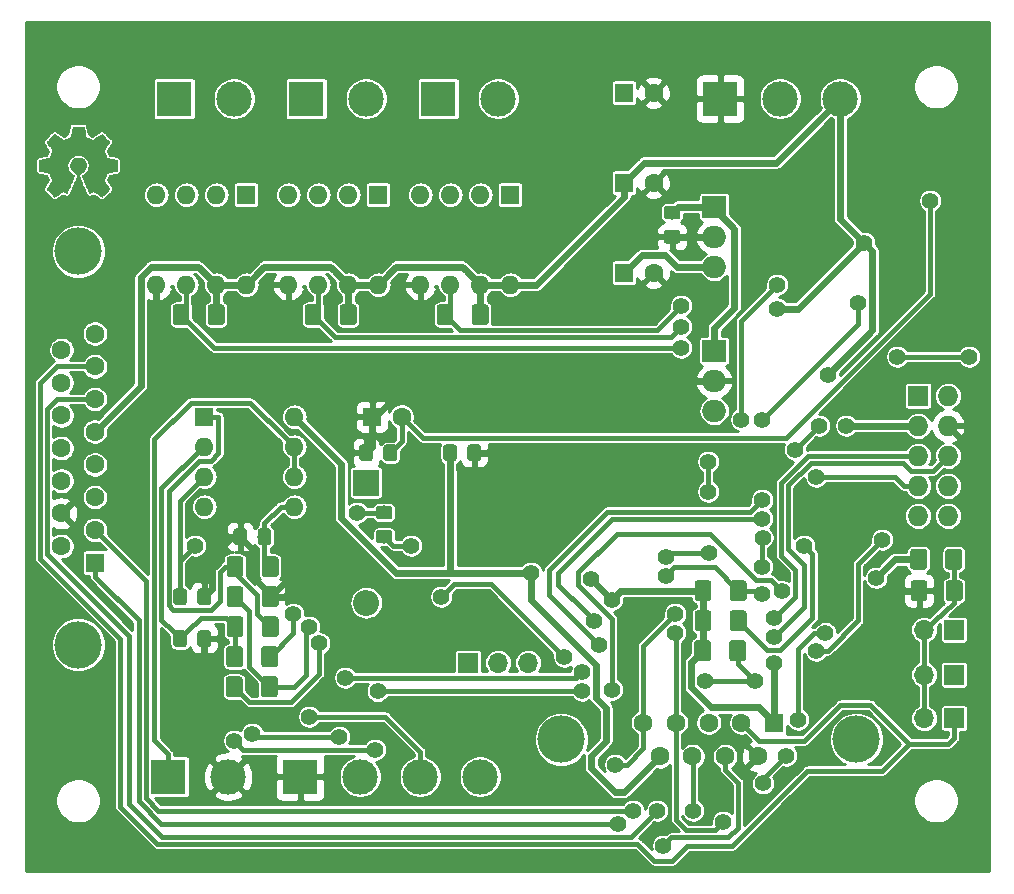
<source format=gbr>
G04 #@! TF.GenerationSoftware,KiCad,Pcbnew,(5.1.0)-1*
G04 #@! TF.CreationDate,2019-04-04T19:18:29+02:00*
G04 #@! TF.ProjectId,YAPSCO,59415053-434f-42e6-9b69-6361645f7063,rev?*
G04 #@! TF.SameCoordinates,PX6a95280PY86ae840*
G04 #@! TF.FileFunction,Copper,L2,Bot*
G04 #@! TF.FilePolarity,Positive*
%FSLAX46Y46*%
G04 Gerber Fmt 4.6, Leading zero omitted, Abs format (unit mm)*
G04 Created by KiCad (PCBNEW (5.1.0)-1) date 2019-04-04 19:18:29*
%MOMM*%
%LPD*%
G04 APERTURE LIST*
%ADD10C,0.010000*%
%ADD11C,0.100000*%
%ADD12C,1.150000*%
%ADD13C,1.600000*%
%ADD14R,1.600000X1.600000*%
%ADD15O,2.200000X2.200000*%
%ADD16R,2.200000X2.200000*%
%ADD17C,4.000000*%
%ADD18C,3.000000*%
%ADD19R,3.000000X3.000000*%
%ADD20O,1.700000X1.700000*%
%ADD21R,1.700000X1.700000*%
%ADD22C,1.425000*%
%ADD23O,2.000000X1.905000*%
%ADD24R,2.000000X1.905000*%
%ADD25O,1.600000X1.600000*%
%ADD26R,1.727200X1.727200*%
%ADD27O,1.727200X1.727200*%
%ADD28C,1.397000*%
%ADD29C,0.600000*%
%ADD30C,0.400000*%
%ADD31C,0.254000*%
G04 APERTURE END LIST*
D10*
G36*
X4524186Y63237069D02*
G01*
X4440365Y62792445D01*
X4131080Y62664947D01*
X3821794Y62537449D01*
X3450754Y62789754D01*
X3346843Y62860004D01*
X3252913Y62922728D01*
X3173348Y62975062D01*
X3112530Y63014143D01*
X3074843Y63037107D01*
X3064579Y63042058D01*
X3046090Y63029324D01*
X3006580Y62994118D01*
X2950478Y62940938D01*
X2882213Y62874282D01*
X2806214Y62798646D01*
X2726908Y62718528D01*
X2648725Y62638426D01*
X2576093Y62562836D01*
X2513441Y62496255D01*
X2465197Y62443182D01*
X2435790Y62408113D01*
X2428759Y62396377D01*
X2438877Y62374740D01*
X2467241Y62327338D01*
X2510871Y62258807D01*
X2566782Y62173785D01*
X2631994Y62076907D01*
X2669781Y62021650D01*
X2738657Y61920752D01*
X2799860Y61829701D01*
X2850422Y61753030D01*
X2887372Y61695272D01*
X2907742Y61660957D01*
X2910803Y61653746D01*
X2903864Y61633252D01*
X2884949Y61585487D01*
X2856913Y61517168D01*
X2822609Y61435011D01*
X2784891Y61345730D01*
X2746613Y61256042D01*
X2710630Y61172662D01*
X2679794Y61102306D01*
X2656961Y61051690D01*
X2644983Y61027529D01*
X2644276Y61026578D01*
X2625469Y61021964D01*
X2575382Y61011672D01*
X2499207Y60996713D01*
X2402135Y60978099D01*
X2289357Y60956841D01*
X2223558Y60944582D01*
X2103050Y60921638D01*
X1994203Y60899805D01*
X1902524Y60880278D01*
X1833519Y60864252D01*
X1792696Y60852921D01*
X1784489Y60849326D01*
X1776452Y60824994D01*
X1769967Y60770041D01*
X1765030Y60690892D01*
X1761636Y60593974D01*
X1759782Y60485713D01*
X1759462Y60372535D01*
X1760673Y60260865D01*
X1763410Y60157132D01*
X1767669Y60067759D01*
X1773445Y59999174D01*
X1780733Y59957803D01*
X1785105Y59949190D01*
X1811236Y59938867D01*
X1866607Y59924108D01*
X1943893Y59906648D01*
X2035770Y59888220D01*
X2067842Y59882259D01*
X2222476Y59853934D01*
X2344625Y59831124D01*
X2438327Y59812920D01*
X2507616Y59798417D01*
X2556529Y59786708D01*
X2589103Y59776885D01*
X2609372Y59768044D01*
X2621374Y59759276D01*
X2623053Y59757543D01*
X2639816Y59729629D01*
X2665386Y59675305D01*
X2697212Y59601223D01*
X2732740Y59514035D01*
X2769417Y59420392D01*
X2804689Y59326948D01*
X2836004Y59240353D01*
X2860807Y59167260D01*
X2876546Y59114322D01*
X2880668Y59088189D01*
X2880324Y59087274D01*
X2866359Y59065914D01*
X2834678Y59018916D01*
X2788609Y58951173D01*
X2731482Y58867577D01*
X2666627Y58773018D01*
X2648157Y58746146D01*
X2582301Y58648725D01*
X2524350Y58559837D01*
X2477462Y58484588D01*
X2444793Y58428080D01*
X2429500Y58395419D01*
X2428759Y58391407D01*
X2441608Y58370316D01*
X2477112Y58328536D01*
X2530707Y58270555D01*
X2597829Y58200865D01*
X2673913Y58123955D01*
X2754396Y58044317D01*
X2834713Y57966439D01*
X2910301Y57894814D01*
X2976595Y57833930D01*
X3029031Y57788279D01*
X3063045Y57762350D01*
X3072455Y57758117D01*
X3094357Y57768088D01*
X3139200Y57794980D01*
X3199679Y57834264D01*
X3246211Y57865883D01*
X3330525Y57923902D01*
X3430374Y57992216D01*
X3530527Y58060421D01*
X3584373Y58096925D01*
X3766629Y58220200D01*
X3919619Y58137480D01*
X3989318Y58101241D01*
X4048586Y58073074D01*
X4088689Y58057009D01*
X4098897Y58054774D01*
X4111171Y58071278D01*
X4135387Y58117918D01*
X4169737Y58190391D01*
X4212412Y58284394D01*
X4261606Y58395626D01*
X4315510Y58519785D01*
X4372316Y58652568D01*
X4430218Y58789673D01*
X4487407Y58926798D01*
X4542076Y59059642D01*
X4592416Y59183902D01*
X4636620Y59295275D01*
X4672881Y59389461D01*
X4699391Y59462156D01*
X4714342Y59509059D01*
X4716746Y59525167D01*
X4697689Y59545714D01*
X4655964Y59579067D01*
X4600294Y59618298D01*
X4595622Y59621401D01*
X4451736Y59736577D01*
X4335717Y59870947D01*
X4248570Y60020216D01*
X4191301Y60180087D01*
X4164914Y60346263D01*
X4170415Y60514448D01*
X4208810Y60680345D01*
X4281105Y60839658D01*
X4302374Y60874513D01*
X4413004Y61015263D01*
X4543698Y61128286D01*
X4689936Y61212997D01*
X4847192Y61268806D01*
X5010943Y61295126D01*
X5176667Y61291370D01*
X5339838Y61256950D01*
X5495935Y61191277D01*
X5640433Y61093765D01*
X5685131Y61054187D01*
X5798888Y60930297D01*
X5881782Y60799876D01*
X5938644Y60653685D01*
X5970313Y60508912D01*
X5978131Y60346140D01*
X5952062Y60182560D01*
X5894755Y60023702D01*
X5808856Y59875094D01*
X5697014Y59742265D01*
X5561877Y59630744D01*
X5544117Y59618989D01*
X5487850Y59580492D01*
X5445077Y59547137D01*
X5424628Y59525840D01*
X5424331Y59525167D01*
X5428721Y59502129D01*
X5446124Y59449843D01*
X5474732Y59372610D01*
X5512735Y59274732D01*
X5558326Y59160509D01*
X5609697Y59034242D01*
X5665038Y58900233D01*
X5722542Y58762782D01*
X5780399Y58626192D01*
X5836802Y58494763D01*
X5889942Y58372795D01*
X5938010Y58264591D01*
X5979199Y58174451D01*
X6011699Y58106677D01*
X6033703Y58065570D01*
X6042564Y58054774D01*
X6069640Y58063181D01*
X6120303Y58085728D01*
X6185817Y58118387D01*
X6221841Y58137480D01*
X6374832Y58220200D01*
X6557088Y58096925D01*
X6650125Y58033772D01*
X6751985Y57964273D01*
X6847438Y57898835D01*
X6895250Y57865883D01*
X6962495Y57820727D01*
X7019436Y57784943D01*
X7058646Y57763062D01*
X7071381Y57758437D01*
X7089917Y57770915D01*
X7130941Y57805748D01*
X7190475Y57859322D01*
X7264542Y57928017D01*
X7349165Y58008219D01*
X7402685Y58059714D01*
X7496319Y58151714D01*
X7577241Y58234001D01*
X7642177Y58303055D01*
X7687858Y58355356D01*
X7711011Y58387384D01*
X7713232Y58393884D01*
X7702924Y58418606D01*
X7674439Y58468595D01*
X7630937Y58538788D01*
X7575577Y58624125D01*
X7511520Y58719544D01*
X7493303Y58746146D01*
X7426927Y58842833D01*
X7367378Y58929883D01*
X7317984Y59002405D01*
X7282075Y59055507D01*
X7262981Y59084297D01*
X7261136Y59087274D01*
X7263895Y59110218D01*
X7278538Y59160664D01*
X7302513Y59231959D01*
X7333266Y59317453D01*
X7368244Y59410493D01*
X7404893Y59504426D01*
X7440661Y59592601D01*
X7472994Y59668366D01*
X7499338Y59725069D01*
X7517142Y59756057D01*
X7518407Y59757543D01*
X7529294Y59766399D01*
X7547682Y59775157D01*
X7577606Y59784723D01*
X7623103Y59796004D01*
X7688209Y59809907D01*
X7776961Y59827337D01*
X7893393Y59849202D01*
X8041542Y59876409D01*
X8073618Y59882259D01*
X8168686Y59900626D01*
X8251565Y59918595D01*
X8314930Y59934431D01*
X8351458Y59946400D01*
X8356356Y59949190D01*
X8364427Y59973928D01*
X8370987Y60029210D01*
X8376033Y60108611D01*
X8379559Y60205704D01*
X8381561Y60314062D01*
X8382036Y60427260D01*
X8380977Y60538872D01*
X8378382Y60642471D01*
X8374246Y60731632D01*
X8368563Y60799928D01*
X8361331Y60840934D01*
X8356971Y60849326D01*
X8332698Y60857792D01*
X8277426Y60871565D01*
X8196662Y60889450D01*
X8095912Y60910252D01*
X7980683Y60932777D01*
X7917902Y60944582D01*
X7798787Y60966849D01*
X7692565Y60987021D01*
X7604427Y61004085D01*
X7539566Y61017031D01*
X7503174Y61024845D01*
X7497184Y61026578D01*
X7487061Y61046110D01*
X7465662Y61093157D01*
X7435839Y61160997D01*
X7400445Y61242909D01*
X7362332Y61332172D01*
X7324353Y61422065D01*
X7289360Y61505865D01*
X7260206Y61576853D01*
X7239743Y61628306D01*
X7230823Y61653503D01*
X7230657Y61654604D01*
X7240769Y61674481D01*
X7269117Y61720223D01*
X7312723Y61787283D01*
X7368606Y61871116D01*
X7433787Y61967174D01*
X7471679Y62022350D01*
X7540725Y62123519D01*
X7602050Y62215370D01*
X7652663Y62293256D01*
X7689571Y62352531D01*
X7709782Y62388549D01*
X7712701Y62396623D01*
X7700153Y62415416D01*
X7665463Y62455543D01*
X7613063Y62512507D01*
X7547384Y62581815D01*
X7472856Y62658969D01*
X7393913Y62739475D01*
X7314983Y62818837D01*
X7240500Y62892560D01*
X7174894Y62956148D01*
X7122596Y63005106D01*
X7088039Y63034939D01*
X7076478Y63042058D01*
X7057654Y63032047D01*
X7012631Y63003922D01*
X6945787Y62960546D01*
X6861499Y62904782D01*
X6764144Y62839494D01*
X6690707Y62789754D01*
X6319667Y62537449D01*
X5701095Y62792445D01*
X5617275Y63237069D01*
X5533454Y63681693D01*
X4608006Y63681693D01*
X4524186Y63237069D01*
X4524186Y63237069D01*
G37*
X4524186Y63237069D02*
X4440365Y62792445D01*
X4131080Y62664947D01*
X3821794Y62537449D01*
X3450754Y62789754D01*
X3346843Y62860004D01*
X3252913Y62922728D01*
X3173348Y62975062D01*
X3112530Y63014143D01*
X3074843Y63037107D01*
X3064579Y63042058D01*
X3046090Y63029324D01*
X3006580Y62994118D01*
X2950478Y62940938D01*
X2882213Y62874282D01*
X2806214Y62798646D01*
X2726908Y62718528D01*
X2648725Y62638426D01*
X2576093Y62562836D01*
X2513441Y62496255D01*
X2465197Y62443182D01*
X2435790Y62408113D01*
X2428759Y62396377D01*
X2438877Y62374740D01*
X2467241Y62327338D01*
X2510871Y62258807D01*
X2566782Y62173785D01*
X2631994Y62076907D01*
X2669781Y62021650D01*
X2738657Y61920752D01*
X2799860Y61829701D01*
X2850422Y61753030D01*
X2887372Y61695272D01*
X2907742Y61660957D01*
X2910803Y61653746D01*
X2903864Y61633252D01*
X2884949Y61585487D01*
X2856913Y61517168D01*
X2822609Y61435011D01*
X2784891Y61345730D01*
X2746613Y61256042D01*
X2710630Y61172662D01*
X2679794Y61102306D01*
X2656961Y61051690D01*
X2644983Y61027529D01*
X2644276Y61026578D01*
X2625469Y61021964D01*
X2575382Y61011672D01*
X2499207Y60996713D01*
X2402135Y60978099D01*
X2289357Y60956841D01*
X2223558Y60944582D01*
X2103050Y60921638D01*
X1994203Y60899805D01*
X1902524Y60880278D01*
X1833519Y60864252D01*
X1792696Y60852921D01*
X1784489Y60849326D01*
X1776452Y60824994D01*
X1769967Y60770041D01*
X1765030Y60690892D01*
X1761636Y60593974D01*
X1759782Y60485713D01*
X1759462Y60372535D01*
X1760673Y60260865D01*
X1763410Y60157132D01*
X1767669Y60067759D01*
X1773445Y59999174D01*
X1780733Y59957803D01*
X1785105Y59949190D01*
X1811236Y59938867D01*
X1866607Y59924108D01*
X1943893Y59906648D01*
X2035770Y59888220D01*
X2067842Y59882259D01*
X2222476Y59853934D01*
X2344625Y59831124D01*
X2438327Y59812920D01*
X2507616Y59798417D01*
X2556529Y59786708D01*
X2589103Y59776885D01*
X2609372Y59768044D01*
X2621374Y59759276D01*
X2623053Y59757543D01*
X2639816Y59729629D01*
X2665386Y59675305D01*
X2697212Y59601223D01*
X2732740Y59514035D01*
X2769417Y59420392D01*
X2804689Y59326948D01*
X2836004Y59240353D01*
X2860807Y59167260D01*
X2876546Y59114322D01*
X2880668Y59088189D01*
X2880324Y59087274D01*
X2866359Y59065914D01*
X2834678Y59018916D01*
X2788609Y58951173D01*
X2731482Y58867577D01*
X2666627Y58773018D01*
X2648157Y58746146D01*
X2582301Y58648725D01*
X2524350Y58559837D01*
X2477462Y58484588D01*
X2444793Y58428080D01*
X2429500Y58395419D01*
X2428759Y58391407D01*
X2441608Y58370316D01*
X2477112Y58328536D01*
X2530707Y58270555D01*
X2597829Y58200865D01*
X2673913Y58123955D01*
X2754396Y58044317D01*
X2834713Y57966439D01*
X2910301Y57894814D01*
X2976595Y57833930D01*
X3029031Y57788279D01*
X3063045Y57762350D01*
X3072455Y57758117D01*
X3094357Y57768088D01*
X3139200Y57794980D01*
X3199679Y57834264D01*
X3246211Y57865883D01*
X3330525Y57923902D01*
X3430374Y57992216D01*
X3530527Y58060421D01*
X3584373Y58096925D01*
X3766629Y58220200D01*
X3919619Y58137480D01*
X3989318Y58101241D01*
X4048586Y58073074D01*
X4088689Y58057009D01*
X4098897Y58054774D01*
X4111171Y58071278D01*
X4135387Y58117918D01*
X4169737Y58190391D01*
X4212412Y58284394D01*
X4261606Y58395626D01*
X4315510Y58519785D01*
X4372316Y58652568D01*
X4430218Y58789673D01*
X4487407Y58926798D01*
X4542076Y59059642D01*
X4592416Y59183902D01*
X4636620Y59295275D01*
X4672881Y59389461D01*
X4699391Y59462156D01*
X4714342Y59509059D01*
X4716746Y59525167D01*
X4697689Y59545714D01*
X4655964Y59579067D01*
X4600294Y59618298D01*
X4595622Y59621401D01*
X4451736Y59736577D01*
X4335717Y59870947D01*
X4248570Y60020216D01*
X4191301Y60180087D01*
X4164914Y60346263D01*
X4170415Y60514448D01*
X4208810Y60680345D01*
X4281105Y60839658D01*
X4302374Y60874513D01*
X4413004Y61015263D01*
X4543698Y61128286D01*
X4689936Y61212997D01*
X4847192Y61268806D01*
X5010943Y61295126D01*
X5176667Y61291370D01*
X5339838Y61256950D01*
X5495935Y61191277D01*
X5640433Y61093765D01*
X5685131Y61054187D01*
X5798888Y60930297D01*
X5881782Y60799876D01*
X5938644Y60653685D01*
X5970313Y60508912D01*
X5978131Y60346140D01*
X5952062Y60182560D01*
X5894755Y60023702D01*
X5808856Y59875094D01*
X5697014Y59742265D01*
X5561877Y59630744D01*
X5544117Y59618989D01*
X5487850Y59580492D01*
X5445077Y59547137D01*
X5424628Y59525840D01*
X5424331Y59525167D01*
X5428721Y59502129D01*
X5446124Y59449843D01*
X5474732Y59372610D01*
X5512735Y59274732D01*
X5558326Y59160509D01*
X5609697Y59034242D01*
X5665038Y58900233D01*
X5722542Y58762782D01*
X5780399Y58626192D01*
X5836802Y58494763D01*
X5889942Y58372795D01*
X5938010Y58264591D01*
X5979199Y58174451D01*
X6011699Y58106677D01*
X6033703Y58065570D01*
X6042564Y58054774D01*
X6069640Y58063181D01*
X6120303Y58085728D01*
X6185817Y58118387D01*
X6221841Y58137480D01*
X6374832Y58220200D01*
X6557088Y58096925D01*
X6650125Y58033772D01*
X6751985Y57964273D01*
X6847438Y57898835D01*
X6895250Y57865883D01*
X6962495Y57820727D01*
X7019436Y57784943D01*
X7058646Y57763062D01*
X7071381Y57758437D01*
X7089917Y57770915D01*
X7130941Y57805748D01*
X7190475Y57859322D01*
X7264542Y57928017D01*
X7349165Y58008219D01*
X7402685Y58059714D01*
X7496319Y58151714D01*
X7577241Y58234001D01*
X7642177Y58303055D01*
X7687858Y58355356D01*
X7711011Y58387384D01*
X7713232Y58393884D01*
X7702924Y58418606D01*
X7674439Y58468595D01*
X7630937Y58538788D01*
X7575577Y58624125D01*
X7511520Y58719544D01*
X7493303Y58746146D01*
X7426927Y58842833D01*
X7367378Y58929883D01*
X7317984Y59002405D01*
X7282075Y59055507D01*
X7262981Y59084297D01*
X7261136Y59087274D01*
X7263895Y59110218D01*
X7278538Y59160664D01*
X7302513Y59231959D01*
X7333266Y59317453D01*
X7368244Y59410493D01*
X7404893Y59504426D01*
X7440661Y59592601D01*
X7472994Y59668366D01*
X7499338Y59725069D01*
X7517142Y59756057D01*
X7518407Y59757543D01*
X7529294Y59766399D01*
X7547682Y59775157D01*
X7577606Y59784723D01*
X7623103Y59796004D01*
X7688209Y59809907D01*
X7776961Y59827337D01*
X7893393Y59849202D01*
X8041542Y59876409D01*
X8073618Y59882259D01*
X8168686Y59900626D01*
X8251565Y59918595D01*
X8314930Y59934431D01*
X8351458Y59946400D01*
X8356356Y59949190D01*
X8364427Y59973928D01*
X8370987Y60029210D01*
X8376033Y60108611D01*
X8379559Y60205704D01*
X8381561Y60314062D01*
X8382036Y60427260D01*
X8380977Y60538872D01*
X8378382Y60642471D01*
X8374246Y60731632D01*
X8368563Y60799928D01*
X8361331Y60840934D01*
X8356971Y60849326D01*
X8332698Y60857792D01*
X8277426Y60871565D01*
X8196662Y60889450D01*
X8095912Y60910252D01*
X7980683Y60932777D01*
X7917902Y60944582D01*
X7798787Y60966849D01*
X7692565Y60987021D01*
X7604427Y61004085D01*
X7539566Y61017031D01*
X7503174Y61024845D01*
X7497184Y61026578D01*
X7487061Y61046110D01*
X7465662Y61093157D01*
X7435839Y61160997D01*
X7400445Y61242909D01*
X7362332Y61332172D01*
X7324353Y61422065D01*
X7289360Y61505865D01*
X7260206Y61576853D01*
X7239743Y61628306D01*
X7230823Y61653503D01*
X7230657Y61654604D01*
X7240769Y61674481D01*
X7269117Y61720223D01*
X7312723Y61787283D01*
X7368606Y61871116D01*
X7433787Y61967174D01*
X7471679Y62022350D01*
X7540725Y62123519D01*
X7602050Y62215370D01*
X7652663Y62293256D01*
X7689571Y62352531D01*
X7709782Y62388549D01*
X7712701Y62396623D01*
X7700153Y62415416D01*
X7665463Y62455543D01*
X7613063Y62512507D01*
X7547384Y62581815D01*
X7472856Y62658969D01*
X7393913Y62739475D01*
X7314983Y62818837D01*
X7240500Y62892560D01*
X7174894Y62956148D01*
X7122596Y63005106D01*
X7088039Y63034939D01*
X7076478Y63042058D01*
X7057654Y63032047D01*
X7012631Y63003922D01*
X6945787Y62960546D01*
X6861499Y62904782D01*
X6764144Y62839494D01*
X6690707Y62789754D01*
X6319667Y62537449D01*
X5701095Y62792445D01*
X5617275Y63237069D01*
X5533454Y63681693D01*
X4608006Y63681693D01*
X4524186Y63237069D01*
D11*
G36*
X55846505Y54920796D02*
G01*
X55870773Y54917196D01*
X55894572Y54911235D01*
X55917671Y54902970D01*
X55939850Y54892480D01*
X55960893Y54879868D01*
X55980599Y54865253D01*
X55998777Y54848777D01*
X56015253Y54830599D01*
X56029868Y54810893D01*
X56042480Y54789850D01*
X56052970Y54767671D01*
X56061235Y54744572D01*
X56067196Y54720773D01*
X56070796Y54696505D01*
X56072000Y54672001D01*
X56072000Y54021999D01*
X56070796Y53997495D01*
X56067196Y53973227D01*
X56061235Y53949428D01*
X56052970Y53926329D01*
X56042480Y53904150D01*
X56029868Y53883107D01*
X56015253Y53863401D01*
X55998777Y53845223D01*
X55980599Y53828747D01*
X55960893Y53814132D01*
X55939850Y53801520D01*
X55917671Y53791030D01*
X55894572Y53782765D01*
X55870773Y53776804D01*
X55846505Y53773204D01*
X55822001Y53772000D01*
X54921999Y53772000D01*
X54897495Y53773204D01*
X54873227Y53776804D01*
X54849428Y53782765D01*
X54826329Y53791030D01*
X54804150Y53801520D01*
X54783107Y53814132D01*
X54763401Y53828747D01*
X54745223Y53845223D01*
X54728747Y53863401D01*
X54714132Y53883107D01*
X54701520Y53904150D01*
X54691030Y53926329D01*
X54682765Y53949428D01*
X54676804Y53973227D01*
X54673204Y53997495D01*
X54672000Y54021999D01*
X54672000Y54672001D01*
X54673204Y54696505D01*
X54676804Y54720773D01*
X54682765Y54744572D01*
X54691030Y54767671D01*
X54701520Y54789850D01*
X54714132Y54810893D01*
X54728747Y54830599D01*
X54745223Y54848777D01*
X54763401Y54865253D01*
X54783107Y54879868D01*
X54804150Y54892480D01*
X54826329Y54902970D01*
X54849428Y54911235D01*
X54873227Y54917196D01*
X54897495Y54920796D01*
X54921999Y54922000D01*
X55822001Y54922000D01*
X55846505Y54920796D01*
X55846505Y54920796D01*
G37*
D12*
X55372000Y54347000D03*
D11*
G36*
X55846505Y56970796D02*
G01*
X55870773Y56967196D01*
X55894572Y56961235D01*
X55917671Y56952970D01*
X55939850Y56942480D01*
X55960893Y56929868D01*
X55980599Y56915253D01*
X55998777Y56898777D01*
X56015253Y56880599D01*
X56029868Y56860893D01*
X56042480Y56839850D01*
X56052970Y56817671D01*
X56061235Y56794572D01*
X56067196Y56770773D01*
X56070796Y56746505D01*
X56072000Y56722001D01*
X56072000Y56071999D01*
X56070796Y56047495D01*
X56067196Y56023227D01*
X56061235Y55999428D01*
X56052970Y55976329D01*
X56042480Y55954150D01*
X56029868Y55933107D01*
X56015253Y55913401D01*
X55998777Y55895223D01*
X55980599Y55878747D01*
X55960893Y55864132D01*
X55939850Y55851520D01*
X55917671Y55841030D01*
X55894572Y55832765D01*
X55870773Y55826804D01*
X55846505Y55823204D01*
X55822001Y55822000D01*
X54921999Y55822000D01*
X54897495Y55823204D01*
X54873227Y55826804D01*
X54849428Y55832765D01*
X54826329Y55841030D01*
X54804150Y55851520D01*
X54783107Y55864132D01*
X54763401Y55878747D01*
X54745223Y55895223D01*
X54728747Y55913401D01*
X54714132Y55933107D01*
X54701520Y55954150D01*
X54691030Y55976329D01*
X54682765Y55999428D01*
X54676804Y56023227D01*
X54673204Y56047495D01*
X54672000Y56071999D01*
X54672000Y56722001D01*
X54673204Y56746505D01*
X54676804Y56770773D01*
X54682765Y56794572D01*
X54691030Y56817671D01*
X54701520Y56839850D01*
X54714132Y56860893D01*
X54728747Y56880599D01*
X54745223Y56898777D01*
X54763401Y56915253D01*
X54783107Y56929868D01*
X54804150Y56942480D01*
X54826329Y56952970D01*
X54849428Y56961235D01*
X54873227Y56967196D01*
X54897495Y56970796D01*
X54921999Y56972000D01*
X55822001Y56972000D01*
X55846505Y56970796D01*
X55846505Y56970796D01*
G37*
D12*
X55372000Y56397000D03*
D11*
G36*
X38966505Y36766796D02*
G01*
X38990773Y36763196D01*
X39014572Y36757235D01*
X39037671Y36748970D01*
X39059850Y36738480D01*
X39080893Y36725868D01*
X39100599Y36711253D01*
X39118777Y36694777D01*
X39135253Y36676599D01*
X39149868Y36656893D01*
X39162480Y36635850D01*
X39172970Y36613671D01*
X39181235Y36590572D01*
X39187196Y36566773D01*
X39190796Y36542505D01*
X39192000Y36518001D01*
X39192000Y35617999D01*
X39190796Y35593495D01*
X39187196Y35569227D01*
X39181235Y35545428D01*
X39172970Y35522329D01*
X39162480Y35500150D01*
X39149868Y35479107D01*
X39135253Y35459401D01*
X39118777Y35441223D01*
X39100599Y35424747D01*
X39080893Y35410132D01*
X39059850Y35397520D01*
X39037671Y35387030D01*
X39014572Y35378765D01*
X38990773Y35372804D01*
X38966505Y35369204D01*
X38942001Y35368000D01*
X38291999Y35368000D01*
X38267495Y35369204D01*
X38243227Y35372804D01*
X38219428Y35378765D01*
X38196329Y35387030D01*
X38174150Y35397520D01*
X38153107Y35410132D01*
X38133401Y35424747D01*
X38115223Y35441223D01*
X38098747Y35459401D01*
X38084132Y35479107D01*
X38071520Y35500150D01*
X38061030Y35522329D01*
X38052765Y35545428D01*
X38046804Y35569227D01*
X38043204Y35593495D01*
X38042000Y35617999D01*
X38042000Y36518001D01*
X38043204Y36542505D01*
X38046804Y36566773D01*
X38052765Y36590572D01*
X38061030Y36613671D01*
X38071520Y36635850D01*
X38084132Y36656893D01*
X38098747Y36676599D01*
X38115223Y36694777D01*
X38133401Y36711253D01*
X38153107Y36725868D01*
X38174150Y36738480D01*
X38196329Y36748970D01*
X38219428Y36757235D01*
X38243227Y36763196D01*
X38267495Y36766796D01*
X38291999Y36768000D01*
X38942001Y36768000D01*
X38966505Y36766796D01*
X38966505Y36766796D01*
G37*
D12*
X38617000Y36068000D03*
D11*
G36*
X36916505Y36766796D02*
G01*
X36940773Y36763196D01*
X36964572Y36757235D01*
X36987671Y36748970D01*
X37009850Y36738480D01*
X37030893Y36725868D01*
X37050599Y36711253D01*
X37068777Y36694777D01*
X37085253Y36676599D01*
X37099868Y36656893D01*
X37112480Y36635850D01*
X37122970Y36613671D01*
X37131235Y36590572D01*
X37137196Y36566773D01*
X37140796Y36542505D01*
X37142000Y36518001D01*
X37142000Y35617999D01*
X37140796Y35593495D01*
X37137196Y35569227D01*
X37131235Y35545428D01*
X37122970Y35522329D01*
X37112480Y35500150D01*
X37099868Y35479107D01*
X37085253Y35459401D01*
X37068777Y35441223D01*
X37050599Y35424747D01*
X37030893Y35410132D01*
X37009850Y35397520D01*
X36987671Y35387030D01*
X36964572Y35378765D01*
X36940773Y35372804D01*
X36916505Y35369204D01*
X36892001Y35368000D01*
X36241999Y35368000D01*
X36217495Y35369204D01*
X36193227Y35372804D01*
X36169428Y35378765D01*
X36146329Y35387030D01*
X36124150Y35397520D01*
X36103107Y35410132D01*
X36083401Y35424747D01*
X36065223Y35441223D01*
X36048747Y35459401D01*
X36034132Y35479107D01*
X36021520Y35500150D01*
X36011030Y35522329D01*
X36002765Y35545428D01*
X35996804Y35569227D01*
X35993204Y35593495D01*
X35992000Y35617999D01*
X35992000Y36518001D01*
X35993204Y36542505D01*
X35996804Y36566773D01*
X36002765Y36590572D01*
X36011030Y36613671D01*
X36021520Y36635850D01*
X36034132Y36656893D01*
X36048747Y36676599D01*
X36065223Y36694777D01*
X36083401Y36711253D01*
X36103107Y36725868D01*
X36124150Y36738480D01*
X36146329Y36748970D01*
X36169428Y36757235D01*
X36193227Y36763196D01*
X36217495Y36766796D01*
X36241999Y36768000D01*
X36892001Y36768000D01*
X36916505Y36766796D01*
X36916505Y36766796D01*
G37*
D12*
X36567000Y36068000D03*
D11*
G36*
X31854505Y36766796D02*
G01*
X31878773Y36763196D01*
X31902572Y36757235D01*
X31925671Y36748970D01*
X31947850Y36738480D01*
X31968893Y36725868D01*
X31988599Y36711253D01*
X32006777Y36694777D01*
X32023253Y36676599D01*
X32037868Y36656893D01*
X32050480Y36635850D01*
X32060970Y36613671D01*
X32069235Y36590572D01*
X32075196Y36566773D01*
X32078796Y36542505D01*
X32080000Y36518001D01*
X32080000Y35617999D01*
X32078796Y35593495D01*
X32075196Y35569227D01*
X32069235Y35545428D01*
X32060970Y35522329D01*
X32050480Y35500150D01*
X32037868Y35479107D01*
X32023253Y35459401D01*
X32006777Y35441223D01*
X31988599Y35424747D01*
X31968893Y35410132D01*
X31947850Y35397520D01*
X31925671Y35387030D01*
X31902572Y35378765D01*
X31878773Y35372804D01*
X31854505Y35369204D01*
X31830001Y35368000D01*
X31179999Y35368000D01*
X31155495Y35369204D01*
X31131227Y35372804D01*
X31107428Y35378765D01*
X31084329Y35387030D01*
X31062150Y35397520D01*
X31041107Y35410132D01*
X31021401Y35424747D01*
X31003223Y35441223D01*
X30986747Y35459401D01*
X30972132Y35479107D01*
X30959520Y35500150D01*
X30949030Y35522329D01*
X30940765Y35545428D01*
X30934804Y35569227D01*
X30931204Y35593495D01*
X30930000Y35617999D01*
X30930000Y36518001D01*
X30931204Y36542505D01*
X30934804Y36566773D01*
X30940765Y36590572D01*
X30949030Y36613671D01*
X30959520Y36635850D01*
X30972132Y36656893D01*
X30986747Y36676599D01*
X31003223Y36694777D01*
X31021401Y36711253D01*
X31041107Y36725868D01*
X31062150Y36738480D01*
X31084329Y36748970D01*
X31107428Y36757235D01*
X31131227Y36763196D01*
X31155495Y36766796D01*
X31179999Y36768000D01*
X31830001Y36768000D01*
X31854505Y36766796D01*
X31854505Y36766796D01*
G37*
D12*
X31505000Y36068000D03*
D11*
G36*
X29804505Y36766796D02*
G01*
X29828773Y36763196D01*
X29852572Y36757235D01*
X29875671Y36748970D01*
X29897850Y36738480D01*
X29918893Y36725868D01*
X29938599Y36711253D01*
X29956777Y36694777D01*
X29973253Y36676599D01*
X29987868Y36656893D01*
X30000480Y36635850D01*
X30010970Y36613671D01*
X30019235Y36590572D01*
X30025196Y36566773D01*
X30028796Y36542505D01*
X30030000Y36518001D01*
X30030000Y35617999D01*
X30028796Y35593495D01*
X30025196Y35569227D01*
X30019235Y35545428D01*
X30010970Y35522329D01*
X30000480Y35500150D01*
X29987868Y35479107D01*
X29973253Y35459401D01*
X29956777Y35441223D01*
X29938599Y35424747D01*
X29918893Y35410132D01*
X29897850Y35397520D01*
X29875671Y35387030D01*
X29852572Y35378765D01*
X29828773Y35372804D01*
X29804505Y35369204D01*
X29780001Y35368000D01*
X29129999Y35368000D01*
X29105495Y35369204D01*
X29081227Y35372804D01*
X29057428Y35378765D01*
X29034329Y35387030D01*
X29012150Y35397520D01*
X28991107Y35410132D01*
X28971401Y35424747D01*
X28953223Y35441223D01*
X28936747Y35459401D01*
X28922132Y35479107D01*
X28909520Y35500150D01*
X28899030Y35522329D01*
X28890765Y35545428D01*
X28884804Y35569227D01*
X28881204Y35593495D01*
X28880000Y35617999D01*
X28880000Y36518001D01*
X28881204Y36542505D01*
X28884804Y36566773D01*
X28890765Y36590572D01*
X28899030Y36613671D01*
X28909520Y36635850D01*
X28922132Y36656893D01*
X28936747Y36676599D01*
X28953223Y36694777D01*
X28971401Y36711253D01*
X28991107Y36725868D01*
X29012150Y36738480D01*
X29034329Y36748970D01*
X29057428Y36757235D01*
X29081227Y36763196D01*
X29105495Y36766796D01*
X29129999Y36768000D01*
X29780001Y36768000D01*
X29804505Y36766796D01*
X29804505Y36766796D01*
G37*
D12*
X29455000Y36068000D03*
D13*
X53808000Y51308000D03*
D14*
X51308000Y51308000D03*
D11*
G36*
X31462505Y29529796D02*
G01*
X31486773Y29526196D01*
X31510572Y29520235D01*
X31533671Y29511970D01*
X31555850Y29501480D01*
X31576893Y29488868D01*
X31596599Y29474253D01*
X31614777Y29457777D01*
X31631253Y29439599D01*
X31645868Y29419893D01*
X31658480Y29398850D01*
X31668970Y29376671D01*
X31677235Y29353572D01*
X31683196Y29329773D01*
X31686796Y29305505D01*
X31688000Y29281001D01*
X31688000Y28630999D01*
X31686796Y28606495D01*
X31683196Y28582227D01*
X31677235Y28558428D01*
X31668970Y28535329D01*
X31658480Y28513150D01*
X31645868Y28492107D01*
X31631253Y28472401D01*
X31614777Y28454223D01*
X31596599Y28437747D01*
X31576893Y28423132D01*
X31555850Y28410520D01*
X31533671Y28400030D01*
X31510572Y28391765D01*
X31486773Y28385804D01*
X31462505Y28382204D01*
X31438001Y28381000D01*
X30537999Y28381000D01*
X30513495Y28382204D01*
X30489227Y28385804D01*
X30465428Y28391765D01*
X30442329Y28400030D01*
X30420150Y28410520D01*
X30399107Y28423132D01*
X30379401Y28437747D01*
X30361223Y28454223D01*
X30344747Y28472401D01*
X30330132Y28492107D01*
X30317520Y28513150D01*
X30307030Y28535329D01*
X30298765Y28558428D01*
X30292804Y28582227D01*
X30289204Y28606495D01*
X30288000Y28630999D01*
X30288000Y29281001D01*
X30289204Y29305505D01*
X30292804Y29329773D01*
X30298765Y29353572D01*
X30307030Y29376671D01*
X30317520Y29398850D01*
X30330132Y29419893D01*
X30344747Y29439599D01*
X30361223Y29457777D01*
X30379401Y29474253D01*
X30399107Y29488868D01*
X30420150Y29501480D01*
X30442329Y29511970D01*
X30465428Y29520235D01*
X30489227Y29526196D01*
X30513495Y29529796D01*
X30537999Y29531000D01*
X31438001Y29531000D01*
X31462505Y29529796D01*
X31462505Y29529796D01*
G37*
D12*
X30988000Y28956000D03*
D11*
G36*
X31462505Y31579796D02*
G01*
X31486773Y31576196D01*
X31510572Y31570235D01*
X31533671Y31561970D01*
X31555850Y31551480D01*
X31576893Y31538868D01*
X31596599Y31524253D01*
X31614777Y31507777D01*
X31631253Y31489599D01*
X31645868Y31469893D01*
X31658480Y31448850D01*
X31668970Y31426671D01*
X31677235Y31403572D01*
X31683196Y31379773D01*
X31686796Y31355505D01*
X31688000Y31331001D01*
X31688000Y30680999D01*
X31686796Y30656495D01*
X31683196Y30632227D01*
X31677235Y30608428D01*
X31668970Y30585329D01*
X31658480Y30563150D01*
X31645868Y30542107D01*
X31631253Y30522401D01*
X31614777Y30504223D01*
X31596599Y30487747D01*
X31576893Y30473132D01*
X31555850Y30460520D01*
X31533671Y30450030D01*
X31510572Y30441765D01*
X31486773Y30435804D01*
X31462505Y30432204D01*
X31438001Y30431000D01*
X30537999Y30431000D01*
X30513495Y30432204D01*
X30489227Y30435804D01*
X30465428Y30441765D01*
X30442329Y30450030D01*
X30420150Y30460520D01*
X30399107Y30473132D01*
X30379401Y30487747D01*
X30361223Y30504223D01*
X30344747Y30522401D01*
X30330132Y30542107D01*
X30317520Y30563150D01*
X30307030Y30585329D01*
X30298765Y30608428D01*
X30292804Y30632227D01*
X30289204Y30656495D01*
X30288000Y30680999D01*
X30288000Y31331001D01*
X30289204Y31355505D01*
X30292804Y31379773D01*
X30298765Y31403572D01*
X30307030Y31426671D01*
X30317520Y31448850D01*
X30330132Y31469893D01*
X30344747Y31489599D01*
X30361223Y31507777D01*
X30379401Y31524253D01*
X30399107Y31538868D01*
X30420150Y31551480D01*
X30442329Y31561970D01*
X30465428Y31570235D01*
X30489227Y31576196D01*
X30513495Y31579796D01*
X30537999Y31581000D01*
X31438001Y31581000D01*
X31462505Y31579796D01*
X31462505Y31579796D01*
G37*
D12*
X30988000Y31006000D03*
D11*
G36*
X14056505Y24574796D02*
G01*
X14080773Y24571196D01*
X14104572Y24565235D01*
X14127671Y24556970D01*
X14149850Y24546480D01*
X14170893Y24533868D01*
X14190599Y24519253D01*
X14208777Y24502777D01*
X14225253Y24484599D01*
X14239868Y24464893D01*
X14252480Y24443850D01*
X14262970Y24421671D01*
X14271235Y24398572D01*
X14277196Y24374773D01*
X14280796Y24350505D01*
X14282000Y24326001D01*
X14282000Y23425999D01*
X14280796Y23401495D01*
X14277196Y23377227D01*
X14271235Y23353428D01*
X14262970Y23330329D01*
X14252480Y23308150D01*
X14239868Y23287107D01*
X14225253Y23267401D01*
X14208777Y23249223D01*
X14190599Y23232747D01*
X14170893Y23218132D01*
X14149850Y23205520D01*
X14127671Y23195030D01*
X14104572Y23186765D01*
X14080773Y23180804D01*
X14056505Y23177204D01*
X14032001Y23176000D01*
X13381999Y23176000D01*
X13357495Y23177204D01*
X13333227Y23180804D01*
X13309428Y23186765D01*
X13286329Y23195030D01*
X13264150Y23205520D01*
X13243107Y23218132D01*
X13223401Y23232747D01*
X13205223Y23249223D01*
X13188747Y23267401D01*
X13174132Y23287107D01*
X13161520Y23308150D01*
X13151030Y23330329D01*
X13142765Y23353428D01*
X13136804Y23377227D01*
X13133204Y23401495D01*
X13132000Y23425999D01*
X13132000Y24326001D01*
X13133204Y24350505D01*
X13136804Y24374773D01*
X13142765Y24398572D01*
X13151030Y24421671D01*
X13161520Y24443850D01*
X13174132Y24464893D01*
X13188747Y24484599D01*
X13205223Y24502777D01*
X13223401Y24519253D01*
X13243107Y24533868D01*
X13264150Y24546480D01*
X13286329Y24556970D01*
X13309428Y24565235D01*
X13333227Y24571196D01*
X13357495Y24574796D01*
X13381999Y24576000D01*
X14032001Y24576000D01*
X14056505Y24574796D01*
X14056505Y24574796D01*
G37*
D12*
X13707000Y23876000D03*
D11*
G36*
X16106505Y24574796D02*
G01*
X16130773Y24571196D01*
X16154572Y24565235D01*
X16177671Y24556970D01*
X16199850Y24546480D01*
X16220893Y24533868D01*
X16240599Y24519253D01*
X16258777Y24502777D01*
X16275253Y24484599D01*
X16289868Y24464893D01*
X16302480Y24443850D01*
X16312970Y24421671D01*
X16321235Y24398572D01*
X16327196Y24374773D01*
X16330796Y24350505D01*
X16332000Y24326001D01*
X16332000Y23425999D01*
X16330796Y23401495D01*
X16327196Y23377227D01*
X16321235Y23353428D01*
X16312970Y23330329D01*
X16302480Y23308150D01*
X16289868Y23287107D01*
X16275253Y23267401D01*
X16258777Y23249223D01*
X16240599Y23232747D01*
X16220893Y23218132D01*
X16199850Y23205520D01*
X16177671Y23195030D01*
X16154572Y23186765D01*
X16130773Y23180804D01*
X16106505Y23177204D01*
X16082001Y23176000D01*
X15431999Y23176000D01*
X15407495Y23177204D01*
X15383227Y23180804D01*
X15359428Y23186765D01*
X15336329Y23195030D01*
X15314150Y23205520D01*
X15293107Y23218132D01*
X15273401Y23232747D01*
X15255223Y23249223D01*
X15238747Y23267401D01*
X15224132Y23287107D01*
X15211520Y23308150D01*
X15201030Y23330329D01*
X15192765Y23353428D01*
X15186804Y23377227D01*
X15183204Y23401495D01*
X15182000Y23425999D01*
X15182000Y24326001D01*
X15183204Y24350505D01*
X15186804Y24374773D01*
X15192765Y24398572D01*
X15201030Y24421671D01*
X15211520Y24443850D01*
X15224132Y24464893D01*
X15238747Y24484599D01*
X15255223Y24502777D01*
X15273401Y24519253D01*
X15293107Y24533868D01*
X15314150Y24546480D01*
X15336329Y24556970D01*
X15359428Y24565235D01*
X15383227Y24571196D01*
X15407495Y24574796D01*
X15431999Y24576000D01*
X16082001Y24576000D01*
X16106505Y24574796D01*
X16106505Y24574796D01*
G37*
D12*
X15757000Y23876000D03*
D11*
G36*
X16106505Y21018796D02*
G01*
X16130773Y21015196D01*
X16154572Y21009235D01*
X16177671Y21000970D01*
X16199850Y20990480D01*
X16220893Y20977868D01*
X16240599Y20963253D01*
X16258777Y20946777D01*
X16275253Y20928599D01*
X16289868Y20908893D01*
X16302480Y20887850D01*
X16312970Y20865671D01*
X16321235Y20842572D01*
X16327196Y20818773D01*
X16330796Y20794505D01*
X16332000Y20770001D01*
X16332000Y19869999D01*
X16330796Y19845495D01*
X16327196Y19821227D01*
X16321235Y19797428D01*
X16312970Y19774329D01*
X16302480Y19752150D01*
X16289868Y19731107D01*
X16275253Y19711401D01*
X16258777Y19693223D01*
X16240599Y19676747D01*
X16220893Y19662132D01*
X16199850Y19649520D01*
X16177671Y19639030D01*
X16154572Y19630765D01*
X16130773Y19624804D01*
X16106505Y19621204D01*
X16082001Y19620000D01*
X15431999Y19620000D01*
X15407495Y19621204D01*
X15383227Y19624804D01*
X15359428Y19630765D01*
X15336329Y19639030D01*
X15314150Y19649520D01*
X15293107Y19662132D01*
X15273401Y19676747D01*
X15255223Y19693223D01*
X15238747Y19711401D01*
X15224132Y19731107D01*
X15211520Y19752150D01*
X15201030Y19774329D01*
X15192765Y19797428D01*
X15186804Y19821227D01*
X15183204Y19845495D01*
X15182000Y19869999D01*
X15182000Y20770001D01*
X15183204Y20794505D01*
X15186804Y20818773D01*
X15192765Y20842572D01*
X15201030Y20865671D01*
X15211520Y20887850D01*
X15224132Y20908893D01*
X15238747Y20928599D01*
X15255223Y20946777D01*
X15273401Y20963253D01*
X15293107Y20977868D01*
X15314150Y20990480D01*
X15336329Y21000970D01*
X15359428Y21009235D01*
X15383227Y21015196D01*
X15407495Y21018796D01*
X15431999Y21020000D01*
X16082001Y21020000D01*
X16106505Y21018796D01*
X16106505Y21018796D01*
G37*
D12*
X15757000Y20320000D03*
D11*
G36*
X14056505Y21018796D02*
G01*
X14080773Y21015196D01*
X14104572Y21009235D01*
X14127671Y21000970D01*
X14149850Y20990480D01*
X14170893Y20977868D01*
X14190599Y20963253D01*
X14208777Y20946777D01*
X14225253Y20928599D01*
X14239868Y20908893D01*
X14252480Y20887850D01*
X14262970Y20865671D01*
X14271235Y20842572D01*
X14277196Y20818773D01*
X14280796Y20794505D01*
X14282000Y20770001D01*
X14282000Y19869999D01*
X14280796Y19845495D01*
X14277196Y19821227D01*
X14271235Y19797428D01*
X14262970Y19774329D01*
X14252480Y19752150D01*
X14239868Y19731107D01*
X14225253Y19711401D01*
X14208777Y19693223D01*
X14190599Y19676747D01*
X14170893Y19662132D01*
X14149850Y19649520D01*
X14127671Y19639030D01*
X14104572Y19630765D01*
X14080773Y19624804D01*
X14056505Y19621204D01*
X14032001Y19620000D01*
X13381999Y19620000D01*
X13357495Y19621204D01*
X13333227Y19624804D01*
X13309428Y19630765D01*
X13286329Y19639030D01*
X13264150Y19649520D01*
X13243107Y19662132D01*
X13223401Y19676747D01*
X13205223Y19693223D01*
X13188747Y19711401D01*
X13174132Y19731107D01*
X13161520Y19752150D01*
X13151030Y19774329D01*
X13142765Y19797428D01*
X13136804Y19821227D01*
X13133204Y19845495D01*
X13132000Y19869999D01*
X13132000Y20770001D01*
X13133204Y20794505D01*
X13136804Y20818773D01*
X13142765Y20842572D01*
X13151030Y20865671D01*
X13161520Y20887850D01*
X13174132Y20908893D01*
X13188747Y20928599D01*
X13205223Y20946777D01*
X13223401Y20963253D01*
X13243107Y20977868D01*
X13264150Y20990480D01*
X13286329Y21000970D01*
X13309428Y21009235D01*
X13333227Y21015196D01*
X13357495Y21018796D01*
X13381999Y21020000D01*
X14032001Y21020000D01*
X14056505Y21018796D01*
X14056505Y21018796D01*
G37*
D12*
X13707000Y20320000D03*
D11*
G36*
X19145505Y29654796D02*
G01*
X19169773Y29651196D01*
X19193572Y29645235D01*
X19216671Y29636970D01*
X19238850Y29626480D01*
X19259893Y29613868D01*
X19279599Y29599253D01*
X19297777Y29582777D01*
X19314253Y29564599D01*
X19328868Y29544893D01*
X19341480Y29523850D01*
X19351970Y29501671D01*
X19360235Y29478572D01*
X19366196Y29454773D01*
X19369796Y29430505D01*
X19371000Y29406001D01*
X19371000Y28505999D01*
X19369796Y28481495D01*
X19366196Y28457227D01*
X19360235Y28433428D01*
X19351970Y28410329D01*
X19341480Y28388150D01*
X19328868Y28367107D01*
X19314253Y28347401D01*
X19297777Y28329223D01*
X19279599Y28312747D01*
X19259893Y28298132D01*
X19238850Y28285520D01*
X19216671Y28275030D01*
X19193572Y28266765D01*
X19169773Y28260804D01*
X19145505Y28257204D01*
X19121001Y28256000D01*
X18470999Y28256000D01*
X18446495Y28257204D01*
X18422227Y28260804D01*
X18398428Y28266765D01*
X18375329Y28275030D01*
X18353150Y28285520D01*
X18332107Y28298132D01*
X18312401Y28312747D01*
X18294223Y28329223D01*
X18277747Y28347401D01*
X18263132Y28367107D01*
X18250520Y28388150D01*
X18240030Y28410329D01*
X18231765Y28433428D01*
X18225804Y28457227D01*
X18222204Y28481495D01*
X18221000Y28505999D01*
X18221000Y29406001D01*
X18222204Y29430505D01*
X18225804Y29454773D01*
X18231765Y29478572D01*
X18240030Y29501671D01*
X18250520Y29523850D01*
X18263132Y29544893D01*
X18277747Y29564599D01*
X18294223Y29582777D01*
X18312401Y29599253D01*
X18332107Y29613868D01*
X18353150Y29626480D01*
X18375329Y29636970D01*
X18398428Y29645235D01*
X18422227Y29651196D01*
X18446495Y29654796D01*
X18470999Y29656000D01*
X19121001Y29656000D01*
X19145505Y29654796D01*
X19145505Y29654796D01*
G37*
D12*
X18796000Y28956000D03*
D11*
G36*
X21195505Y29654796D02*
G01*
X21219773Y29651196D01*
X21243572Y29645235D01*
X21266671Y29636970D01*
X21288850Y29626480D01*
X21309893Y29613868D01*
X21329599Y29599253D01*
X21347777Y29582777D01*
X21364253Y29564599D01*
X21378868Y29544893D01*
X21391480Y29523850D01*
X21401970Y29501671D01*
X21410235Y29478572D01*
X21416196Y29454773D01*
X21419796Y29430505D01*
X21421000Y29406001D01*
X21421000Y28505999D01*
X21419796Y28481495D01*
X21416196Y28457227D01*
X21410235Y28433428D01*
X21401970Y28410329D01*
X21391480Y28388150D01*
X21378868Y28367107D01*
X21364253Y28347401D01*
X21347777Y28329223D01*
X21329599Y28312747D01*
X21309893Y28298132D01*
X21288850Y28285520D01*
X21266671Y28275030D01*
X21243572Y28266765D01*
X21219773Y28260804D01*
X21195505Y28257204D01*
X21171001Y28256000D01*
X20520999Y28256000D01*
X20496495Y28257204D01*
X20472227Y28260804D01*
X20448428Y28266765D01*
X20425329Y28275030D01*
X20403150Y28285520D01*
X20382107Y28298132D01*
X20362401Y28312747D01*
X20344223Y28329223D01*
X20327747Y28347401D01*
X20313132Y28367107D01*
X20300520Y28388150D01*
X20290030Y28410329D01*
X20281765Y28433428D01*
X20275804Y28457227D01*
X20272204Y28481495D01*
X20271000Y28505999D01*
X20271000Y29406001D01*
X20272204Y29430505D01*
X20275804Y29454773D01*
X20281765Y29478572D01*
X20290030Y29501671D01*
X20300520Y29523850D01*
X20313132Y29544893D01*
X20327747Y29564599D01*
X20344223Y29582777D01*
X20362401Y29599253D01*
X20382107Y29613868D01*
X20403150Y29626480D01*
X20425329Y29636970D01*
X20448428Y29645235D01*
X20472227Y29651196D01*
X20496495Y29654796D01*
X20520999Y29656000D01*
X21171001Y29656000D01*
X21195505Y29654796D01*
X21195505Y29654796D01*
G37*
D12*
X20846000Y28956000D03*
D13*
X53808000Y66548000D03*
D14*
X51308000Y66548000D03*
D13*
X32472000Y39116000D03*
D14*
X29972000Y39116000D03*
D13*
X53808000Y58928000D03*
D14*
X51308000Y58928000D03*
D15*
X29464000Y23368000D03*
D16*
X29464000Y33528000D03*
D17*
X5080000Y19812000D03*
X5080000Y53112000D03*
D13*
X3660000Y44772000D03*
X3660000Y42002000D03*
X3660000Y39232000D03*
X3660000Y36462000D03*
X3660000Y33692000D03*
X3660000Y30922000D03*
X3660000Y28152000D03*
X6500000Y46157000D03*
X6500000Y43387000D03*
X6500000Y40617000D03*
X6500000Y37847000D03*
X6500000Y35077000D03*
X6500000Y32307000D03*
X6500000Y29537000D03*
D14*
X6500000Y26767000D03*
D17*
X70968000Y11788000D03*
X45968000Y11788000D03*
D13*
X54313000Y10368000D03*
X57083000Y10368000D03*
X59853000Y10368000D03*
X62623000Y10368000D03*
X52928000Y13208000D03*
X55698000Y13208000D03*
X58468000Y13208000D03*
X61238000Y13208000D03*
D14*
X64008000Y13208000D03*
D18*
X69596000Y66040000D03*
X64516000Y66040000D03*
D19*
X59436000Y66040000D03*
D20*
X43180000Y18288000D03*
X40640000Y18288000D03*
D21*
X38100000Y18288000D03*
D18*
X40640000Y66040000D03*
D19*
X35560000Y66040000D03*
D18*
X29464000Y66040000D03*
D19*
X24384000Y66040000D03*
D18*
X18288000Y66040000D03*
D19*
X13208000Y66040000D03*
D18*
X17780000Y8636000D03*
D19*
X12700000Y8636000D03*
D18*
X39116000Y8636000D03*
D19*
X23876000Y8636000D03*
D18*
X34036000Y8636000D03*
X28956000Y8636000D03*
D20*
X76708000Y13589000D03*
D21*
X79248000Y13589000D03*
D20*
X76708000Y17272000D03*
D21*
X79248000Y17272000D03*
D20*
X76708000Y21082000D03*
D21*
X79248000Y21082000D03*
D11*
G36*
X36628004Y48625796D02*
G01*
X36652273Y48622196D01*
X36676071Y48616235D01*
X36699171Y48607970D01*
X36721349Y48597480D01*
X36742393Y48584867D01*
X36762098Y48570253D01*
X36780277Y48553777D01*
X36796753Y48535598D01*
X36811367Y48515893D01*
X36823980Y48494849D01*
X36834470Y48472671D01*
X36842735Y48449571D01*
X36848696Y48425773D01*
X36852296Y48401504D01*
X36853500Y48377000D01*
X36853500Y47127000D01*
X36852296Y47102496D01*
X36848696Y47078227D01*
X36842735Y47054429D01*
X36834470Y47031329D01*
X36823980Y47009151D01*
X36811367Y46988107D01*
X36796753Y46968402D01*
X36780277Y46950223D01*
X36762098Y46933747D01*
X36742393Y46919133D01*
X36721349Y46906520D01*
X36699171Y46896030D01*
X36676071Y46887765D01*
X36652273Y46881804D01*
X36628004Y46878204D01*
X36603500Y46877000D01*
X35678500Y46877000D01*
X35653996Y46878204D01*
X35629727Y46881804D01*
X35605929Y46887765D01*
X35582829Y46896030D01*
X35560651Y46906520D01*
X35539607Y46919133D01*
X35519902Y46933747D01*
X35501723Y46950223D01*
X35485247Y46968402D01*
X35470633Y46988107D01*
X35458020Y47009151D01*
X35447530Y47031329D01*
X35439265Y47054429D01*
X35433304Y47078227D01*
X35429704Y47102496D01*
X35428500Y47127000D01*
X35428500Y48377000D01*
X35429704Y48401504D01*
X35433304Y48425773D01*
X35439265Y48449571D01*
X35447530Y48472671D01*
X35458020Y48494849D01*
X35470633Y48515893D01*
X35485247Y48535598D01*
X35501723Y48553777D01*
X35519902Y48570253D01*
X35539607Y48584867D01*
X35560651Y48597480D01*
X35582829Y48607970D01*
X35605929Y48616235D01*
X35629727Y48622196D01*
X35653996Y48625796D01*
X35678500Y48627000D01*
X36603500Y48627000D01*
X36628004Y48625796D01*
X36628004Y48625796D01*
G37*
D22*
X36141000Y47752000D03*
D11*
G36*
X39603004Y48625796D02*
G01*
X39627273Y48622196D01*
X39651071Y48616235D01*
X39674171Y48607970D01*
X39696349Y48597480D01*
X39717393Y48584867D01*
X39737098Y48570253D01*
X39755277Y48553777D01*
X39771753Y48535598D01*
X39786367Y48515893D01*
X39798980Y48494849D01*
X39809470Y48472671D01*
X39817735Y48449571D01*
X39823696Y48425773D01*
X39827296Y48401504D01*
X39828500Y48377000D01*
X39828500Y47127000D01*
X39827296Y47102496D01*
X39823696Y47078227D01*
X39817735Y47054429D01*
X39809470Y47031329D01*
X39798980Y47009151D01*
X39786367Y46988107D01*
X39771753Y46968402D01*
X39755277Y46950223D01*
X39737098Y46933747D01*
X39717393Y46919133D01*
X39696349Y46906520D01*
X39674171Y46896030D01*
X39651071Y46887765D01*
X39627273Y46881804D01*
X39603004Y46878204D01*
X39578500Y46877000D01*
X38653500Y46877000D01*
X38628996Y46878204D01*
X38604727Y46881804D01*
X38580929Y46887765D01*
X38557829Y46896030D01*
X38535651Y46906520D01*
X38514607Y46919133D01*
X38494902Y46933747D01*
X38476723Y46950223D01*
X38460247Y46968402D01*
X38445633Y46988107D01*
X38433020Y47009151D01*
X38422530Y47031329D01*
X38414265Y47054429D01*
X38408304Y47078227D01*
X38404704Y47102496D01*
X38403500Y47127000D01*
X38403500Y48377000D01*
X38404704Y48401504D01*
X38408304Y48425773D01*
X38414265Y48449571D01*
X38422530Y48472671D01*
X38433020Y48494849D01*
X38445633Y48515893D01*
X38460247Y48535598D01*
X38476723Y48553777D01*
X38494902Y48570253D01*
X38514607Y48584867D01*
X38535651Y48597480D01*
X38557829Y48607970D01*
X38580929Y48616235D01*
X38604727Y48622196D01*
X38628996Y48625796D01*
X38653500Y48627000D01*
X39578500Y48627000D01*
X39603004Y48625796D01*
X39603004Y48625796D01*
G37*
D22*
X39116000Y47752000D03*
D11*
G36*
X25452004Y48625796D02*
G01*
X25476273Y48622196D01*
X25500071Y48616235D01*
X25523171Y48607970D01*
X25545349Y48597480D01*
X25566393Y48584867D01*
X25586098Y48570253D01*
X25604277Y48553777D01*
X25620753Y48535598D01*
X25635367Y48515893D01*
X25647980Y48494849D01*
X25658470Y48472671D01*
X25666735Y48449571D01*
X25672696Y48425773D01*
X25676296Y48401504D01*
X25677500Y48377000D01*
X25677500Y47127000D01*
X25676296Y47102496D01*
X25672696Y47078227D01*
X25666735Y47054429D01*
X25658470Y47031329D01*
X25647980Y47009151D01*
X25635367Y46988107D01*
X25620753Y46968402D01*
X25604277Y46950223D01*
X25586098Y46933747D01*
X25566393Y46919133D01*
X25545349Y46906520D01*
X25523171Y46896030D01*
X25500071Y46887765D01*
X25476273Y46881804D01*
X25452004Y46878204D01*
X25427500Y46877000D01*
X24502500Y46877000D01*
X24477996Y46878204D01*
X24453727Y46881804D01*
X24429929Y46887765D01*
X24406829Y46896030D01*
X24384651Y46906520D01*
X24363607Y46919133D01*
X24343902Y46933747D01*
X24325723Y46950223D01*
X24309247Y46968402D01*
X24294633Y46988107D01*
X24282020Y47009151D01*
X24271530Y47031329D01*
X24263265Y47054429D01*
X24257304Y47078227D01*
X24253704Y47102496D01*
X24252500Y47127000D01*
X24252500Y48377000D01*
X24253704Y48401504D01*
X24257304Y48425773D01*
X24263265Y48449571D01*
X24271530Y48472671D01*
X24282020Y48494849D01*
X24294633Y48515893D01*
X24309247Y48535598D01*
X24325723Y48553777D01*
X24343902Y48570253D01*
X24363607Y48584867D01*
X24384651Y48597480D01*
X24406829Y48607970D01*
X24429929Y48616235D01*
X24453727Y48622196D01*
X24477996Y48625796D01*
X24502500Y48627000D01*
X25427500Y48627000D01*
X25452004Y48625796D01*
X25452004Y48625796D01*
G37*
D22*
X24965000Y47752000D03*
D11*
G36*
X28427004Y48625796D02*
G01*
X28451273Y48622196D01*
X28475071Y48616235D01*
X28498171Y48607970D01*
X28520349Y48597480D01*
X28541393Y48584867D01*
X28561098Y48570253D01*
X28579277Y48553777D01*
X28595753Y48535598D01*
X28610367Y48515893D01*
X28622980Y48494849D01*
X28633470Y48472671D01*
X28641735Y48449571D01*
X28647696Y48425773D01*
X28651296Y48401504D01*
X28652500Y48377000D01*
X28652500Y47127000D01*
X28651296Y47102496D01*
X28647696Y47078227D01*
X28641735Y47054429D01*
X28633470Y47031329D01*
X28622980Y47009151D01*
X28610367Y46988107D01*
X28595753Y46968402D01*
X28579277Y46950223D01*
X28561098Y46933747D01*
X28541393Y46919133D01*
X28520349Y46906520D01*
X28498171Y46896030D01*
X28475071Y46887765D01*
X28451273Y46881804D01*
X28427004Y46878204D01*
X28402500Y46877000D01*
X27477500Y46877000D01*
X27452996Y46878204D01*
X27428727Y46881804D01*
X27404929Y46887765D01*
X27381829Y46896030D01*
X27359651Y46906520D01*
X27338607Y46919133D01*
X27318902Y46933747D01*
X27300723Y46950223D01*
X27284247Y46968402D01*
X27269633Y46988107D01*
X27257020Y47009151D01*
X27246530Y47031329D01*
X27238265Y47054429D01*
X27232304Y47078227D01*
X27228704Y47102496D01*
X27227500Y47127000D01*
X27227500Y48377000D01*
X27228704Y48401504D01*
X27232304Y48425773D01*
X27238265Y48449571D01*
X27246530Y48472671D01*
X27257020Y48494849D01*
X27269633Y48515893D01*
X27284247Y48535598D01*
X27300723Y48553777D01*
X27318902Y48570253D01*
X27338607Y48584867D01*
X27359651Y48597480D01*
X27381829Y48607970D01*
X27404929Y48616235D01*
X27428727Y48622196D01*
X27452996Y48625796D01*
X27477500Y48627000D01*
X28402500Y48627000D01*
X28427004Y48625796D01*
X28427004Y48625796D01*
G37*
D22*
X27940000Y47752000D03*
D11*
G36*
X14276004Y48625796D02*
G01*
X14300273Y48622196D01*
X14324071Y48616235D01*
X14347171Y48607970D01*
X14369349Y48597480D01*
X14390393Y48584867D01*
X14410098Y48570253D01*
X14428277Y48553777D01*
X14444753Y48535598D01*
X14459367Y48515893D01*
X14471980Y48494849D01*
X14482470Y48472671D01*
X14490735Y48449571D01*
X14496696Y48425773D01*
X14500296Y48401504D01*
X14501500Y48377000D01*
X14501500Y47127000D01*
X14500296Y47102496D01*
X14496696Y47078227D01*
X14490735Y47054429D01*
X14482470Y47031329D01*
X14471980Y47009151D01*
X14459367Y46988107D01*
X14444753Y46968402D01*
X14428277Y46950223D01*
X14410098Y46933747D01*
X14390393Y46919133D01*
X14369349Y46906520D01*
X14347171Y46896030D01*
X14324071Y46887765D01*
X14300273Y46881804D01*
X14276004Y46878204D01*
X14251500Y46877000D01*
X13326500Y46877000D01*
X13301996Y46878204D01*
X13277727Y46881804D01*
X13253929Y46887765D01*
X13230829Y46896030D01*
X13208651Y46906520D01*
X13187607Y46919133D01*
X13167902Y46933747D01*
X13149723Y46950223D01*
X13133247Y46968402D01*
X13118633Y46988107D01*
X13106020Y47009151D01*
X13095530Y47031329D01*
X13087265Y47054429D01*
X13081304Y47078227D01*
X13077704Y47102496D01*
X13076500Y47127000D01*
X13076500Y48377000D01*
X13077704Y48401504D01*
X13081304Y48425773D01*
X13087265Y48449571D01*
X13095530Y48472671D01*
X13106020Y48494849D01*
X13118633Y48515893D01*
X13133247Y48535598D01*
X13149723Y48553777D01*
X13167902Y48570253D01*
X13187607Y48584867D01*
X13208651Y48597480D01*
X13230829Y48607970D01*
X13253929Y48616235D01*
X13277727Y48622196D01*
X13301996Y48625796D01*
X13326500Y48627000D01*
X14251500Y48627000D01*
X14276004Y48625796D01*
X14276004Y48625796D01*
G37*
D22*
X13789000Y47752000D03*
D11*
G36*
X17251004Y48625796D02*
G01*
X17275273Y48622196D01*
X17299071Y48616235D01*
X17322171Y48607970D01*
X17344349Y48597480D01*
X17365393Y48584867D01*
X17385098Y48570253D01*
X17403277Y48553777D01*
X17419753Y48535598D01*
X17434367Y48515893D01*
X17446980Y48494849D01*
X17457470Y48472671D01*
X17465735Y48449571D01*
X17471696Y48425773D01*
X17475296Y48401504D01*
X17476500Y48377000D01*
X17476500Y47127000D01*
X17475296Y47102496D01*
X17471696Y47078227D01*
X17465735Y47054429D01*
X17457470Y47031329D01*
X17446980Y47009151D01*
X17434367Y46988107D01*
X17419753Y46968402D01*
X17403277Y46950223D01*
X17385098Y46933747D01*
X17365393Y46919133D01*
X17344349Y46906520D01*
X17322171Y46896030D01*
X17299071Y46887765D01*
X17275273Y46881804D01*
X17251004Y46878204D01*
X17226500Y46877000D01*
X16301500Y46877000D01*
X16276996Y46878204D01*
X16252727Y46881804D01*
X16228929Y46887765D01*
X16205829Y46896030D01*
X16183651Y46906520D01*
X16162607Y46919133D01*
X16142902Y46933747D01*
X16124723Y46950223D01*
X16108247Y46968402D01*
X16093633Y46988107D01*
X16081020Y47009151D01*
X16070530Y47031329D01*
X16062265Y47054429D01*
X16056304Y47078227D01*
X16052704Y47102496D01*
X16051500Y47127000D01*
X16051500Y48377000D01*
X16052704Y48401504D01*
X16056304Y48425773D01*
X16062265Y48449571D01*
X16070530Y48472671D01*
X16081020Y48494849D01*
X16093633Y48515893D01*
X16108247Y48535598D01*
X16124723Y48553777D01*
X16142902Y48570253D01*
X16162607Y48584867D01*
X16183651Y48597480D01*
X16205829Y48607970D01*
X16228929Y48616235D01*
X16252727Y48622196D01*
X16276996Y48625796D01*
X16301500Y48627000D01*
X17226500Y48627000D01*
X17251004Y48625796D01*
X17251004Y48625796D01*
G37*
D22*
X16764000Y47752000D03*
D11*
G36*
X18775004Y17129796D02*
G01*
X18799273Y17126196D01*
X18823071Y17120235D01*
X18846171Y17111970D01*
X18868349Y17101480D01*
X18889393Y17088867D01*
X18909098Y17074253D01*
X18927277Y17057777D01*
X18943753Y17039598D01*
X18958367Y17019893D01*
X18970980Y16998849D01*
X18981470Y16976671D01*
X18989735Y16953571D01*
X18995696Y16929773D01*
X18999296Y16905504D01*
X19000500Y16881000D01*
X19000500Y15631000D01*
X18999296Y15606496D01*
X18995696Y15582227D01*
X18989735Y15558429D01*
X18981470Y15535329D01*
X18970980Y15513151D01*
X18958367Y15492107D01*
X18943753Y15472402D01*
X18927277Y15454223D01*
X18909098Y15437747D01*
X18889393Y15423133D01*
X18868349Y15410520D01*
X18846171Y15400030D01*
X18823071Y15391765D01*
X18799273Y15385804D01*
X18775004Y15382204D01*
X18750500Y15381000D01*
X17825500Y15381000D01*
X17800996Y15382204D01*
X17776727Y15385804D01*
X17752929Y15391765D01*
X17729829Y15400030D01*
X17707651Y15410520D01*
X17686607Y15423133D01*
X17666902Y15437747D01*
X17648723Y15454223D01*
X17632247Y15472402D01*
X17617633Y15492107D01*
X17605020Y15513151D01*
X17594530Y15535329D01*
X17586265Y15558429D01*
X17580304Y15582227D01*
X17576704Y15606496D01*
X17575500Y15631000D01*
X17575500Y16881000D01*
X17576704Y16905504D01*
X17580304Y16929773D01*
X17586265Y16953571D01*
X17594530Y16976671D01*
X17605020Y16998849D01*
X17617633Y17019893D01*
X17632247Y17039598D01*
X17648723Y17057777D01*
X17666902Y17074253D01*
X17686607Y17088867D01*
X17707651Y17101480D01*
X17729829Y17111970D01*
X17752929Y17120235D01*
X17776727Y17126196D01*
X17800996Y17129796D01*
X17825500Y17131000D01*
X18750500Y17131000D01*
X18775004Y17129796D01*
X18775004Y17129796D01*
G37*
D22*
X18288000Y16256000D03*
D11*
G36*
X21750004Y17129796D02*
G01*
X21774273Y17126196D01*
X21798071Y17120235D01*
X21821171Y17111970D01*
X21843349Y17101480D01*
X21864393Y17088867D01*
X21884098Y17074253D01*
X21902277Y17057777D01*
X21918753Y17039598D01*
X21933367Y17019893D01*
X21945980Y16998849D01*
X21956470Y16976671D01*
X21964735Y16953571D01*
X21970696Y16929773D01*
X21974296Y16905504D01*
X21975500Y16881000D01*
X21975500Y15631000D01*
X21974296Y15606496D01*
X21970696Y15582227D01*
X21964735Y15558429D01*
X21956470Y15535329D01*
X21945980Y15513151D01*
X21933367Y15492107D01*
X21918753Y15472402D01*
X21902277Y15454223D01*
X21884098Y15437747D01*
X21864393Y15423133D01*
X21843349Y15410520D01*
X21821171Y15400030D01*
X21798071Y15391765D01*
X21774273Y15385804D01*
X21750004Y15382204D01*
X21725500Y15381000D01*
X20800500Y15381000D01*
X20775996Y15382204D01*
X20751727Y15385804D01*
X20727929Y15391765D01*
X20704829Y15400030D01*
X20682651Y15410520D01*
X20661607Y15423133D01*
X20641902Y15437747D01*
X20623723Y15454223D01*
X20607247Y15472402D01*
X20592633Y15492107D01*
X20580020Y15513151D01*
X20569530Y15535329D01*
X20561265Y15558429D01*
X20555304Y15582227D01*
X20551704Y15606496D01*
X20550500Y15631000D01*
X20550500Y16881000D01*
X20551704Y16905504D01*
X20555304Y16929773D01*
X20561265Y16953571D01*
X20569530Y16976671D01*
X20580020Y16998849D01*
X20592633Y17019893D01*
X20607247Y17039598D01*
X20623723Y17057777D01*
X20641902Y17074253D01*
X20661607Y17088867D01*
X20682651Y17101480D01*
X20704829Y17111970D01*
X20727929Y17120235D01*
X20751727Y17126196D01*
X20775996Y17129796D01*
X20800500Y17131000D01*
X21725500Y17131000D01*
X21750004Y17129796D01*
X21750004Y17129796D01*
G37*
D22*
X21263000Y16256000D03*
D11*
G36*
X21786504Y19669796D02*
G01*
X21810773Y19666196D01*
X21834571Y19660235D01*
X21857671Y19651970D01*
X21879849Y19641480D01*
X21900893Y19628867D01*
X21920598Y19614253D01*
X21938777Y19597777D01*
X21955253Y19579598D01*
X21969867Y19559893D01*
X21982480Y19538849D01*
X21992970Y19516671D01*
X22001235Y19493571D01*
X22007196Y19469773D01*
X22010796Y19445504D01*
X22012000Y19421000D01*
X22012000Y18171000D01*
X22010796Y18146496D01*
X22007196Y18122227D01*
X22001235Y18098429D01*
X21992970Y18075329D01*
X21982480Y18053151D01*
X21969867Y18032107D01*
X21955253Y18012402D01*
X21938777Y17994223D01*
X21920598Y17977747D01*
X21900893Y17963133D01*
X21879849Y17950520D01*
X21857671Y17940030D01*
X21834571Y17931765D01*
X21810773Y17925804D01*
X21786504Y17922204D01*
X21762000Y17921000D01*
X20837000Y17921000D01*
X20812496Y17922204D01*
X20788227Y17925804D01*
X20764429Y17931765D01*
X20741329Y17940030D01*
X20719151Y17950520D01*
X20698107Y17963133D01*
X20678402Y17977747D01*
X20660223Y17994223D01*
X20643747Y18012402D01*
X20629133Y18032107D01*
X20616520Y18053151D01*
X20606030Y18075329D01*
X20597765Y18098429D01*
X20591804Y18122227D01*
X20588204Y18146496D01*
X20587000Y18171000D01*
X20587000Y19421000D01*
X20588204Y19445504D01*
X20591804Y19469773D01*
X20597765Y19493571D01*
X20606030Y19516671D01*
X20616520Y19538849D01*
X20629133Y19559893D01*
X20643747Y19579598D01*
X20660223Y19597777D01*
X20678402Y19614253D01*
X20698107Y19628867D01*
X20719151Y19641480D01*
X20741329Y19651970D01*
X20764429Y19660235D01*
X20788227Y19666196D01*
X20812496Y19669796D01*
X20837000Y19671000D01*
X21762000Y19671000D01*
X21786504Y19669796D01*
X21786504Y19669796D01*
G37*
D22*
X21299500Y18796000D03*
D11*
G36*
X18811504Y19669796D02*
G01*
X18835773Y19666196D01*
X18859571Y19660235D01*
X18882671Y19651970D01*
X18904849Y19641480D01*
X18925893Y19628867D01*
X18945598Y19614253D01*
X18963777Y19597777D01*
X18980253Y19579598D01*
X18994867Y19559893D01*
X19007480Y19538849D01*
X19017970Y19516671D01*
X19026235Y19493571D01*
X19032196Y19469773D01*
X19035796Y19445504D01*
X19037000Y19421000D01*
X19037000Y18171000D01*
X19035796Y18146496D01*
X19032196Y18122227D01*
X19026235Y18098429D01*
X19017970Y18075329D01*
X19007480Y18053151D01*
X18994867Y18032107D01*
X18980253Y18012402D01*
X18963777Y17994223D01*
X18945598Y17977747D01*
X18925893Y17963133D01*
X18904849Y17950520D01*
X18882671Y17940030D01*
X18859571Y17931765D01*
X18835773Y17925804D01*
X18811504Y17922204D01*
X18787000Y17921000D01*
X17862000Y17921000D01*
X17837496Y17922204D01*
X17813227Y17925804D01*
X17789429Y17931765D01*
X17766329Y17940030D01*
X17744151Y17950520D01*
X17723107Y17963133D01*
X17703402Y17977747D01*
X17685223Y17994223D01*
X17668747Y18012402D01*
X17654133Y18032107D01*
X17641520Y18053151D01*
X17631030Y18075329D01*
X17622765Y18098429D01*
X17616804Y18122227D01*
X17613204Y18146496D01*
X17612000Y18171000D01*
X17612000Y19421000D01*
X17613204Y19445504D01*
X17616804Y19469773D01*
X17622765Y19493571D01*
X17631030Y19516671D01*
X17641520Y19538849D01*
X17654133Y19559893D01*
X17668747Y19579598D01*
X17685223Y19597777D01*
X17703402Y19614253D01*
X17723107Y19628867D01*
X17744151Y19641480D01*
X17766329Y19651970D01*
X17789429Y19660235D01*
X17813227Y19666196D01*
X17837496Y19669796D01*
X17862000Y19671000D01*
X18787000Y19671000D01*
X18811504Y19669796D01*
X18811504Y19669796D01*
G37*
D22*
X18324500Y18796000D03*
D11*
G36*
X18848004Y22209796D02*
G01*
X18872273Y22206196D01*
X18896071Y22200235D01*
X18919171Y22191970D01*
X18941349Y22181480D01*
X18962393Y22168867D01*
X18982098Y22154253D01*
X19000277Y22137777D01*
X19016753Y22119598D01*
X19031367Y22099893D01*
X19043980Y22078849D01*
X19054470Y22056671D01*
X19062735Y22033571D01*
X19068696Y22009773D01*
X19072296Y21985504D01*
X19073500Y21961000D01*
X19073500Y20711000D01*
X19072296Y20686496D01*
X19068696Y20662227D01*
X19062735Y20638429D01*
X19054470Y20615329D01*
X19043980Y20593151D01*
X19031367Y20572107D01*
X19016753Y20552402D01*
X19000277Y20534223D01*
X18982098Y20517747D01*
X18962393Y20503133D01*
X18941349Y20490520D01*
X18919171Y20480030D01*
X18896071Y20471765D01*
X18872273Y20465804D01*
X18848004Y20462204D01*
X18823500Y20461000D01*
X17898500Y20461000D01*
X17873996Y20462204D01*
X17849727Y20465804D01*
X17825929Y20471765D01*
X17802829Y20480030D01*
X17780651Y20490520D01*
X17759607Y20503133D01*
X17739902Y20517747D01*
X17721723Y20534223D01*
X17705247Y20552402D01*
X17690633Y20572107D01*
X17678020Y20593151D01*
X17667530Y20615329D01*
X17659265Y20638429D01*
X17653304Y20662227D01*
X17649704Y20686496D01*
X17648500Y20711000D01*
X17648500Y21961000D01*
X17649704Y21985504D01*
X17653304Y22009773D01*
X17659265Y22033571D01*
X17667530Y22056671D01*
X17678020Y22078849D01*
X17690633Y22099893D01*
X17705247Y22119598D01*
X17721723Y22137777D01*
X17739902Y22154253D01*
X17759607Y22168867D01*
X17780651Y22181480D01*
X17802829Y22191970D01*
X17825929Y22200235D01*
X17849727Y22206196D01*
X17873996Y22209796D01*
X17898500Y22211000D01*
X18823500Y22211000D01*
X18848004Y22209796D01*
X18848004Y22209796D01*
G37*
D22*
X18361000Y21336000D03*
D11*
G36*
X21823004Y22209796D02*
G01*
X21847273Y22206196D01*
X21871071Y22200235D01*
X21894171Y22191970D01*
X21916349Y22181480D01*
X21937393Y22168867D01*
X21957098Y22154253D01*
X21975277Y22137777D01*
X21991753Y22119598D01*
X22006367Y22099893D01*
X22018980Y22078849D01*
X22029470Y22056671D01*
X22037735Y22033571D01*
X22043696Y22009773D01*
X22047296Y21985504D01*
X22048500Y21961000D01*
X22048500Y20711000D01*
X22047296Y20686496D01*
X22043696Y20662227D01*
X22037735Y20638429D01*
X22029470Y20615329D01*
X22018980Y20593151D01*
X22006367Y20572107D01*
X21991753Y20552402D01*
X21975277Y20534223D01*
X21957098Y20517747D01*
X21937393Y20503133D01*
X21916349Y20490520D01*
X21894171Y20480030D01*
X21871071Y20471765D01*
X21847273Y20465804D01*
X21823004Y20462204D01*
X21798500Y20461000D01*
X20873500Y20461000D01*
X20848996Y20462204D01*
X20824727Y20465804D01*
X20800929Y20471765D01*
X20777829Y20480030D01*
X20755651Y20490520D01*
X20734607Y20503133D01*
X20714902Y20517747D01*
X20696723Y20534223D01*
X20680247Y20552402D01*
X20665633Y20572107D01*
X20653020Y20593151D01*
X20642530Y20615329D01*
X20634265Y20638429D01*
X20628304Y20662227D01*
X20624704Y20686496D01*
X20623500Y20711000D01*
X20623500Y21961000D01*
X20624704Y21985504D01*
X20628304Y22009773D01*
X20634265Y22033571D01*
X20642530Y22056671D01*
X20653020Y22078849D01*
X20665633Y22099893D01*
X20680247Y22119598D01*
X20696723Y22137777D01*
X20714902Y22154253D01*
X20734607Y22168867D01*
X20755651Y22181480D01*
X20777829Y22191970D01*
X20800929Y22200235D01*
X20824727Y22206196D01*
X20848996Y22209796D01*
X20873500Y22211000D01*
X21798500Y22211000D01*
X21823004Y22209796D01*
X21823004Y22209796D01*
G37*
D22*
X21336000Y21336000D03*
D11*
G36*
X18848004Y24749796D02*
G01*
X18872273Y24746196D01*
X18896071Y24740235D01*
X18919171Y24731970D01*
X18941349Y24721480D01*
X18962393Y24708867D01*
X18982098Y24694253D01*
X19000277Y24677777D01*
X19016753Y24659598D01*
X19031367Y24639893D01*
X19043980Y24618849D01*
X19054470Y24596671D01*
X19062735Y24573571D01*
X19068696Y24549773D01*
X19072296Y24525504D01*
X19073500Y24501000D01*
X19073500Y23251000D01*
X19072296Y23226496D01*
X19068696Y23202227D01*
X19062735Y23178429D01*
X19054470Y23155329D01*
X19043980Y23133151D01*
X19031367Y23112107D01*
X19016753Y23092402D01*
X19000277Y23074223D01*
X18982098Y23057747D01*
X18962393Y23043133D01*
X18941349Y23030520D01*
X18919171Y23020030D01*
X18896071Y23011765D01*
X18872273Y23005804D01*
X18848004Y23002204D01*
X18823500Y23001000D01*
X17898500Y23001000D01*
X17873996Y23002204D01*
X17849727Y23005804D01*
X17825929Y23011765D01*
X17802829Y23020030D01*
X17780651Y23030520D01*
X17759607Y23043133D01*
X17739902Y23057747D01*
X17721723Y23074223D01*
X17705247Y23092402D01*
X17690633Y23112107D01*
X17678020Y23133151D01*
X17667530Y23155329D01*
X17659265Y23178429D01*
X17653304Y23202227D01*
X17649704Y23226496D01*
X17648500Y23251000D01*
X17648500Y24501000D01*
X17649704Y24525504D01*
X17653304Y24549773D01*
X17659265Y24573571D01*
X17667530Y24596671D01*
X17678020Y24618849D01*
X17690633Y24639893D01*
X17705247Y24659598D01*
X17721723Y24677777D01*
X17739902Y24694253D01*
X17759607Y24708867D01*
X17780651Y24721480D01*
X17802829Y24731970D01*
X17825929Y24740235D01*
X17849727Y24746196D01*
X17873996Y24749796D01*
X17898500Y24751000D01*
X18823500Y24751000D01*
X18848004Y24749796D01*
X18848004Y24749796D01*
G37*
D22*
X18361000Y23876000D03*
D11*
G36*
X21823004Y24749796D02*
G01*
X21847273Y24746196D01*
X21871071Y24740235D01*
X21894171Y24731970D01*
X21916349Y24721480D01*
X21937393Y24708867D01*
X21957098Y24694253D01*
X21975277Y24677777D01*
X21991753Y24659598D01*
X22006367Y24639893D01*
X22018980Y24618849D01*
X22029470Y24596671D01*
X22037735Y24573571D01*
X22043696Y24549773D01*
X22047296Y24525504D01*
X22048500Y24501000D01*
X22048500Y23251000D01*
X22047296Y23226496D01*
X22043696Y23202227D01*
X22037735Y23178429D01*
X22029470Y23155329D01*
X22018980Y23133151D01*
X22006367Y23112107D01*
X21991753Y23092402D01*
X21975277Y23074223D01*
X21957098Y23057747D01*
X21937393Y23043133D01*
X21916349Y23030520D01*
X21894171Y23020030D01*
X21871071Y23011765D01*
X21847273Y23005804D01*
X21823004Y23002204D01*
X21798500Y23001000D01*
X20873500Y23001000D01*
X20848996Y23002204D01*
X20824727Y23005804D01*
X20800929Y23011765D01*
X20777829Y23020030D01*
X20755651Y23030520D01*
X20734607Y23043133D01*
X20714902Y23057747D01*
X20696723Y23074223D01*
X20680247Y23092402D01*
X20665633Y23112107D01*
X20653020Y23133151D01*
X20642530Y23155329D01*
X20634265Y23178429D01*
X20628304Y23202227D01*
X20624704Y23226496D01*
X20623500Y23251000D01*
X20623500Y24501000D01*
X20624704Y24525504D01*
X20628304Y24549773D01*
X20634265Y24573571D01*
X20642530Y24596671D01*
X20653020Y24618849D01*
X20665633Y24639893D01*
X20680247Y24659598D01*
X20696723Y24677777D01*
X20714902Y24694253D01*
X20734607Y24708867D01*
X20755651Y24721480D01*
X20777829Y24731970D01*
X20800929Y24740235D01*
X20824727Y24746196D01*
X20848996Y24749796D01*
X20873500Y24751000D01*
X21798500Y24751000D01*
X21823004Y24749796D01*
X21823004Y24749796D01*
G37*
D22*
X21336000Y23876000D03*
D11*
G36*
X18848004Y27289796D02*
G01*
X18872273Y27286196D01*
X18896071Y27280235D01*
X18919171Y27271970D01*
X18941349Y27261480D01*
X18962393Y27248867D01*
X18982098Y27234253D01*
X19000277Y27217777D01*
X19016753Y27199598D01*
X19031367Y27179893D01*
X19043980Y27158849D01*
X19054470Y27136671D01*
X19062735Y27113571D01*
X19068696Y27089773D01*
X19072296Y27065504D01*
X19073500Y27041000D01*
X19073500Y25791000D01*
X19072296Y25766496D01*
X19068696Y25742227D01*
X19062735Y25718429D01*
X19054470Y25695329D01*
X19043980Y25673151D01*
X19031367Y25652107D01*
X19016753Y25632402D01*
X19000277Y25614223D01*
X18982098Y25597747D01*
X18962393Y25583133D01*
X18941349Y25570520D01*
X18919171Y25560030D01*
X18896071Y25551765D01*
X18872273Y25545804D01*
X18848004Y25542204D01*
X18823500Y25541000D01*
X17898500Y25541000D01*
X17873996Y25542204D01*
X17849727Y25545804D01*
X17825929Y25551765D01*
X17802829Y25560030D01*
X17780651Y25570520D01*
X17759607Y25583133D01*
X17739902Y25597747D01*
X17721723Y25614223D01*
X17705247Y25632402D01*
X17690633Y25652107D01*
X17678020Y25673151D01*
X17667530Y25695329D01*
X17659265Y25718429D01*
X17653304Y25742227D01*
X17649704Y25766496D01*
X17648500Y25791000D01*
X17648500Y27041000D01*
X17649704Y27065504D01*
X17653304Y27089773D01*
X17659265Y27113571D01*
X17667530Y27136671D01*
X17678020Y27158849D01*
X17690633Y27179893D01*
X17705247Y27199598D01*
X17721723Y27217777D01*
X17739902Y27234253D01*
X17759607Y27248867D01*
X17780651Y27261480D01*
X17802829Y27271970D01*
X17825929Y27280235D01*
X17849727Y27286196D01*
X17873996Y27289796D01*
X17898500Y27291000D01*
X18823500Y27291000D01*
X18848004Y27289796D01*
X18848004Y27289796D01*
G37*
D22*
X18361000Y26416000D03*
D11*
G36*
X21823004Y27289796D02*
G01*
X21847273Y27286196D01*
X21871071Y27280235D01*
X21894171Y27271970D01*
X21916349Y27261480D01*
X21937393Y27248867D01*
X21957098Y27234253D01*
X21975277Y27217777D01*
X21991753Y27199598D01*
X22006367Y27179893D01*
X22018980Y27158849D01*
X22029470Y27136671D01*
X22037735Y27113571D01*
X22043696Y27089773D01*
X22047296Y27065504D01*
X22048500Y27041000D01*
X22048500Y25791000D01*
X22047296Y25766496D01*
X22043696Y25742227D01*
X22037735Y25718429D01*
X22029470Y25695329D01*
X22018980Y25673151D01*
X22006367Y25652107D01*
X21991753Y25632402D01*
X21975277Y25614223D01*
X21957098Y25597747D01*
X21937393Y25583133D01*
X21916349Y25570520D01*
X21894171Y25560030D01*
X21871071Y25551765D01*
X21847273Y25545804D01*
X21823004Y25542204D01*
X21798500Y25541000D01*
X20873500Y25541000D01*
X20848996Y25542204D01*
X20824727Y25545804D01*
X20800929Y25551765D01*
X20777829Y25560030D01*
X20755651Y25570520D01*
X20734607Y25583133D01*
X20714902Y25597747D01*
X20696723Y25614223D01*
X20680247Y25632402D01*
X20665633Y25652107D01*
X20653020Y25673151D01*
X20642530Y25695329D01*
X20634265Y25718429D01*
X20628304Y25742227D01*
X20624704Y25766496D01*
X20623500Y25791000D01*
X20623500Y27041000D01*
X20624704Y27065504D01*
X20628304Y27089773D01*
X20634265Y27113571D01*
X20642530Y27136671D01*
X20653020Y27158849D01*
X20665633Y27179893D01*
X20680247Y27199598D01*
X20696723Y27217777D01*
X20714902Y27234253D01*
X20734607Y27248867D01*
X20755651Y27261480D01*
X20777829Y27271970D01*
X20800929Y27280235D01*
X20824727Y27286196D01*
X20848996Y27289796D01*
X20873500Y27291000D01*
X21798500Y27291000D01*
X21823004Y27289796D01*
X21823004Y27289796D01*
G37*
D22*
X21336000Y26416000D03*
D11*
G36*
X79698504Y27924796D02*
G01*
X79722773Y27921196D01*
X79746571Y27915235D01*
X79769671Y27906970D01*
X79791849Y27896480D01*
X79812893Y27883867D01*
X79832598Y27869253D01*
X79850777Y27852777D01*
X79867253Y27834598D01*
X79881867Y27814893D01*
X79894480Y27793849D01*
X79904970Y27771671D01*
X79913235Y27748571D01*
X79919196Y27724773D01*
X79922796Y27700504D01*
X79924000Y27676000D01*
X79924000Y26426000D01*
X79922796Y26401496D01*
X79919196Y26377227D01*
X79913235Y26353429D01*
X79904970Y26330329D01*
X79894480Y26308151D01*
X79881867Y26287107D01*
X79867253Y26267402D01*
X79850777Y26249223D01*
X79832598Y26232747D01*
X79812893Y26218133D01*
X79791849Y26205520D01*
X79769671Y26195030D01*
X79746571Y26186765D01*
X79722773Y26180804D01*
X79698504Y26177204D01*
X79674000Y26176000D01*
X78749000Y26176000D01*
X78724496Y26177204D01*
X78700227Y26180804D01*
X78676429Y26186765D01*
X78653329Y26195030D01*
X78631151Y26205520D01*
X78610107Y26218133D01*
X78590402Y26232747D01*
X78572223Y26249223D01*
X78555747Y26267402D01*
X78541133Y26287107D01*
X78528520Y26308151D01*
X78518030Y26330329D01*
X78509765Y26353429D01*
X78503804Y26377227D01*
X78500204Y26401496D01*
X78499000Y26426000D01*
X78499000Y27676000D01*
X78500204Y27700504D01*
X78503804Y27724773D01*
X78509765Y27748571D01*
X78518030Y27771671D01*
X78528520Y27793849D01*
X78541133Y27814893D01*
X78555747Y27834598D01*
X78572223Y27852777D01*
X78590402Y27869253D01*
X78610107Y27883867D01*
X78631151Y27896480D01*
X78653329Y27906970D01*
X78676429Y27915235D01*
X78700227Y27921196D01*
X78724496Y27924796D01*
X78749000Y27926000D01*
X79674000Y27926000D01*
X79698504Y27924796D01*
X79698504Y27924796D01*
G37*
D22*
X79211500Y27051000D03*
D11*
G36*
X76723504Y27924796D02*
G01*
X76747773Y27921196D01*
X76771571Y27915235D01*
X76794671Y27906970D01*
X76816849Y27896480D01*
X76837893Y27883867D01*
X76857598Y27869253D01*
X76875777Y27852777D01*
X76892253Y27834598D01*
X76906867Y27814893D01*
X76919480Y27793849D01*
X76929970Y27771671D01*
X76938235Y27748571D01*
X76944196Y27724773D01*
X76947796Y27700504D01*
X76949000Y27676000D01*
X76949000Y26426000D01*
X76947796Y26401496D01*
X76944196Y26377227D01*
X76938235Y26353429D01*
X76929970Y26330329D01*
X76919480Y26308151D01*
X76906867Y26287107D01*
X76892253Y26267402D01*
X76875777Y26249223D01*
X76857598Y26232747D01*
X76837893Y26218133D01*
X76816849Y26205520D01*
X76794671Y26195030D01*
X76771571Y26186765D01*
X76747773Y26180804D01*
X76723504Y26177204D01*
X76699000Y26176000D01*
X75774000Y26176000D01*
X75749496Y26177204D01*
X75725227Y26180804D01*
X75701429Y26186765D01*
X75678329Y26195030D01*
X75656151Y26205520D01*
X75635107Y26218133D01*
X75615402Y26232747D01*
X75597223Y26249223D01*
X75580747Y26267402D01*
X75566133Y26287107D01*
X75553520Y26308151D01*
X75543030Y26330329D01*
X75534765Y26353429D01*
X75528804Y26377227D01*
X75525204Y26401496D01*
X75524000Y26426000D01*
X75524000Y27676000D01*
X75525204Y27700504D01*
X75528804Y27724773D01*
X75534765Y27748571D01*
X75543030Y27771671D01*
X75553520Y27793849D01*
X75566133Y27814893D01*
X75580747Y27834598D01*
X75597223Y27852777D01*
X75615402Y27869253D01*
X75635107Y27883867D01*
X75656151Y27896480D01*
X75678329Y27906970D01*
X75701429Y27915235D01*
X75725227Y27921196D01*
X75749496Y27924796D01*
X75774000Y27926000D01*
X76699000Y27926000D01*
X76723504Y27924796D01*
X76723504Y27924796D01*
G37*
D22*
X76236500Y27051000D03*
D11*
G36*
X76760004Y25257796D02*
G01*
X76784273Y25254196D01*
X76808071Y25248235D01*
X76831171Y25239970D01*
X76853349Y25229480D01*
X76874393Y25216867D01*
X76894098Y25202253D01*
X76912277Y25185777D01*
X76928753Y25167598D01*
X76943367Y25147893D01*
X76955980Y25126849D01*
X76966470Y25104671D01*
X76974735Y25081571D01*
X76980696Y25057773D01*
X76984296Y25033504D01*
X76985500Y25009000D01*
X76985500Y23759000D01*
X76984296Y23734496D01*
X76980696Y23710227D01*
X76974735Y23686429D01*
X76966470Y23663329D01*
X76955980Y23641151D01*
X76943367Y23620107D01*
X76928753Y23600402D01*
X76912277Y23582223D01*
X76894098Y23565747D01*
X76874393Y23551133D01*
X76853349Y23538520D01*
X76831171Y23528030D01*
X76808071Y23519765D01*
X76784273Y23513804D01*
X76760004Y23510204D01*
X76735500Y23509000D01*
X75810500Y23509000D01*
X75785996Y23510204D01*
X75761727Y23513804D01*
X75737929Y23519765D01*
X75714829Y23528030D01*
X75692651Y23538520D01*
X75671607Y23551133D01*
X75651902Y23565747D01*
X75633723Y23582223D01*
X75617247Y23600402D01*
X75602633Y23620107D01*
X75590020Y23641151D01*
X75579530Y23663329D01*
X75571265Y23686429D01*
X75565304Y23710227D01*
X75561704Y23734496D01*
X75560500Y23759000D01*
X75560500Y25009000D01*
X75561704Y25033504D01*
X75565304Y25057773D01*
X75571265Y25081571D01*
X75579530Y25104671D01*
X75590020Y25126849D01*
X75602633Y25147893D01*
X75617247Y25167598D01*
X75633723Y25185777D01*
X75651902Y25202253D01*
X75671607Y25216867D01*
X75692651Y25229480D01*
X75714829Y25239970D01*
X75737929Y25248235D01*
X75761727Y25254196D01*
X75785996Y25257796D01*
X75810500Y25259000D01*
X76735500Y25259000D01*
X76760004Y25257796D01*
X76760004Y25257796D01*
G37*
D22*
X76273000Y24384000D03*
D11*
G36*
X79735004Y25257796D02*
G01*
X79759273Y25254196D01*
X79783071Y25248235D01*
X79806171Y25239970D01*
X79828349Y25229480D01*
X79849393Y25216867D01*
X79869098Y25202253D01*
X79887277Y25185777D01*
X79903753Y25167598D01*
X79918367Y25147893D01*
X79930980Y25126849D01*
X79941470Y25104671D01*
X79949735Y25081571D01*
X79955696Y25057773D01*
X79959296Y25033504D01*
X79960500Y25009000D01*
X79960500Y23759000D01*
X79959296Y23734496D01*
X79955696Y23710227D01*
X79949735Y23686429D01*
X79941470Y23663329D01*
X79930980Y23641151D01*
X79918367Y23620107D01*
X79903753Y23600402D01*
X79887277Y23582223D01*
X79869098Y23565747D01*
X79849393Y23551133D01*
X79828349Y23538520D01*
X79806171Y23528030D01*
X79783071Y23519765D01*
X79759273Y23513804D01*
X79735004Y23510204D01*
X79710500Y23509000D01*
X78785500Y23509000D01*
X78760996Y23510204D01*
X78736727Y23513804D01*
X78712929Y23519765D01*
X78689829Y23528030D01*
X78667651Y23538520D01*
X78646607Y23551133D01*
X78626902Y23565747D01*
X78608723Y23582223D01*
X78592247Y23600402D01*
X78577633Y23620107D01*
X78565020Y23641151D01*
X78554530Y23663329D01*
X78546265Y23686429D01*
X78540304Y23710227D01*
X78536704Y23734496D01*
X78535500Y23759000D01*
X78535500Y25009000D01*
X78536704Y25033504D01*
X78540304Y25057773D01*
X78546265Y25081571D01*
X78554530Y25104671D01*
X78565020Y25126849D01*
X78577633Y25147893D01*
X78592247Y25167598D01*
X78608723Y25185777D01*
X78626902Y25202253D01*
X78646607Y25216867D01*
X78667651Y25229480D01*
X78689829Y25239970D01*
X78712929Y25248235D01*
X78736727Y25254196D01*
X78760996Y25257796D01*
X78785500Y25259000D01*
X79710500Y25259000D01*
X79735004Y25257796D01*
X79735004Y25257796D01*
G37*
D22*
X79248000Y24384000D03*
D11*
G36*
X61447004Y25257796D02*
G01*
X61471273Y25254196D01*
X61495071Y25248235D01*
X61518171Y25239970D01*
X61540349Y25229480D01*
X61561393Y25216867D01*
X61581098Y25202253D01*
X61599277Y25185777D01*
X61615753Y25167598D01*
X61630367Y25147893D01*
X61642980Y25126849D01*
X61653470Y25104671D01*
X61661735Y25081571D01*
X61667696Y25057773D01*
X61671296Y25033504D01*
X61672500Y25009000D01*
X61672500Y23759000D01*
X61671296Y23734496D01*
X61667696Y23710227D01*
X61661735Y23686429D01*
X61653470Y23663329D01*
X61642980Y23641151D01*
X61630367Y23620107D01*
X61615753Y23600402D01*
X61599277Y23582223D01*
X61581098Y23565747D01*
X61561393Y23551133D01*
X61540349Y23538520D01*
X61518171Y23528030D01*
X61495071Y23519765D01*
X61471273Y23513804D01*
X61447004Y23510204D01*
X61422500Y23509000D01*
X60497500Y23509000D01*
X60472996Y23510204D01*
X60448727Y23513804D01*
X60424929Y23519765D01*
X60401829Y23528030D01*
X60379651Y23538520D01*
X60358607Y23551133D01*
X60338902Y23565747D01*
X60320723Y23582223D01*
X60304247Y23600402D01*
X60289633Y23620107D01*
X60277020Y23641151D01*
X60266530Y23663329D01*
X60258265Y23686429D01*
X60252304Y23710227D01*
X60248704Y23734496D01*
X60247500Y23759000D01*
X60247500Y25009000D01*
X60248704Y25033504D01*
X60252304Y25057773D01*
X60258265Y25081571D01*
X60266530Y25104671D01*
X60277020Y25126849D01*
X60289633Y25147893D01*
X60304247Y25167598D01*
X60320723Y25185777D01*
X60338902Y25202253D01*
X60358607Y25216867D01*
X60379651Y25229480D01*
X60401829Y25239970D01*
X60424929Y25248235D01*
X60448727Y25254196D01*
X60472996Y25257796D01*
X60497500Y25259000D01*
X61422500Y25259000D01*
X61447004Y25257796D01*
X61447004Y25257796D01*
G37*
D22*
X60960000Y24384000D03*
D11*
G36*
X58472004Y25257796D02*
G01*
X58496273Y25254196D01*
X58520071Y25248235D01*
X58543171Y25239970D01*
X58565349Y25229480D01*
X58586393Y25216867D01*
X58606098Y25202253D01*
X58624277Y25185777D01*
X58640753Y25167598D01*
X58655367Y25147893D01*
X58667980Y25126849D01*
X58678470Y25104671D01*
X58686735Y25081571D01*
X58692696Y25057773D01*
X58696296Y25033504D01*
X58697500Y25009000D01*
X58697500Y23759000D01*
X58696296Y23734496D01*
X58692696Y23710227D01*
X58686735Y23686429D01*
X58678470Y23663329D01*
X58667980Y23641151D01*
X58655367Y23620107D01*
X58640753Y23600402D01*
X58624277Y23582223D01*
X58606098Y23565747D01*
X58586393Y23551133D01*
X58565349Y23538520D01*
X58543171Y23528030D01*
X58520071Y23519765D01*
X58496273Y23513804D01*
X58472004Y23510204D01*
X58447500Y23509000D01*
X57522500Y23509000D01*
X57497996Y23510204D01*
X57473727Y23513804D01*
X57449929Y23519765D01*
X57426829Y23528030D01*
X57404651Y23538520D01*
X57383607Y23551133D01*
X57363902Y23565747D01*
X57345723Y23582223D01*
X57329247Y23600402D01*
X57314633Y23620107D01*
X57302020Y23641151D01*
X57291530Y23663329D01*
X57283265Y23686429D01*
X57277304Y23710227D01*
X57273704Y23734496D01*
X57272500Y23759000D01*
X57272500Y25009000D01*
X57273704Y25033504D01*
X57277304Y25057773D01*
X57283265Y25081571D01*
X57291530Y25104671D01*
X57302020Y25126849D01*
X57314633Y25147893D01*
X57329247Y25167598D01*
X57345723Y25185777D01*
X57363902Y25202253D01*
X57383607Y25216867D01*
X57404651Y25229480D01*
X57426829Y25239970D01*
X57449929Y25248235D01*
X57473727Y25254196D01*
X57497996Y25257796D01*
X57522500Y25259000D01*
X58447500Y25259000D01*
X58472004Y25257796D01*
X58472004Y25257796D01*
G37*
D22*
X57985000Y24384000D03*
D11*
G36*
X61447004Y22717796D02*
G01*
X61471273Y22714196D01*
X61495071Y22708235D01*
X61518171Y22699970D01*
X61540349Y22689480D01*
X61561393Y22676867D01*
X61581098Y22662253D01*
X61599277Y22645777D01*
X61615753Y22627598D01*
X61630367Y22607893D01*
X61642980Y22586849D01*
X61653470Y22564671D01*
X61661735Y22541571D01*
X61667696Y22517773D01*
X61671296Y22493504D01*
X61672500Y22469000D01*
X61672500Y21219000D01*
X61671296Y21194496D01*
X61667696Y21170227D01*
X61661735Y21146429D01*
X61653470Y21123329D01*
X61642980Y21101151D01*
X61630367Y21080107D01*
X61615753Y21060402D01*
X61599277Y21042223D01*
X61581098Y21025747D01*
X61561393Y21011133D01*
X61540349Y20998520D01*
X61518171Y20988030D01*
X61495071Y20979765D01*
X61471273Y20973804D01*
X61447004Y20970204D01*
X61422500Y20969000D01*
X60497500Y20969000D01*
X60472996Y20970204D01*
X60448727Y20973804D01*
X60424929Y20979765D01*
X60401829Y20988030D01*
X60379651Y20998520D01*
X60358607Y21011133D01*
X60338902Y21025747D01*
X60320723Y21042223D01*
X60304247Y21060402D01*
X60289633Y21080107D01*
X60277020Y21101151D01*
X60266530Y21123329D01*
X60258265Y21146429D01*
X60252304Y21170227D01*
X60248704Y21194496D01*
X60247500Y21219000D01*
X60247500Y22469000D01*
X60248704Y22493504D01*
X60252304Y22517773D01*
X60258265Y22541571D01*
X60266530Y22564671D01*
X60277020Y22586849D01*
X60289633Y22607893D01*
X60304247Y22627598D01*
X60320723Y22645777D01*
X60338902Y22662253D01*
X60358607Y22676867D01*
X60379651Y22689480D01*
X60401829Y22699970D01*
X60424929Y22708235D01*
X60448727Y22714196D01*
X60472996Y22717796D01*
X60497500Y22719000D01*
X61422500Y22719000D01*
X61447004Y22717796D01*
X61447004Y22717796D01*
G37*
D22*
X60960000Y21844000D03*
D11*
G36*
X58472004Y22717796D02*
G01*
X58496273Y22714196D01*
X58520071Y22708235D01*
X58543171Y22699970D01*
X58565349Y22689480D01*
X58586393Y22676867D01*
X58606098Y22662253D01*
X58624277Y22645777D01*
X58640753Y22627598D01*
X58655367Y22607893D01*
X58667980Y22586849D01*
X58678470Y22564671D01*
X58686735Y22541571D01*
X58692696Y22517773D01*
X58696296Y22493504D01*
X58697500Y22469000D01*
X58697500Y21219000D01*
X58696296Y21194496D01*
X58692696Y21170227D01*
X58686735Y21146429D01*
X58678470Y21123329D01*
X58667980Y21101151D01*
X58655367Y21080107D01*
X58640753Y21060402D01*
X58624277Y21042223D01*
X58606098Y21025747D01*
X58586393Y21011133D01*
X58565349Y20998520D01*
X58543171Y20988030D01*
X58520071Y20979765D01*
X58496273Y20973804D01*
X58472004Y20970204D01*
X58447500Y20969000D01*
X57522500Y20969000D01*
X57497996Y20970204D01*
X57473727Y20973804D01*
X57449929Y20979765D01*
X57426829Y20988030D01*
X57404651Y20998520D01*
X57383607Y21011133D01*
X57363902Y21025747D01*
X57345723Y21042223D01*
X57329247Y21060402D01*
X57314633Y21080107D01*
X57302020Y21101151D01*
X57291530Y21123329D01*
X57283265Y21146429D01*
X57277304Y21170227D01*
X57273704Y21194496D01*
X57272500Y21219000D01*
X57272500Y22469000D01*
X57273704Y22493504D01*
X57277304Y22517773D01*
X57283265Y22541571D01*
X57291530Y22564671D01*
X57302020Y22586849D01*
X57314633Y22607893D01*
X57329247Y22627598D01*
X57345723Y22645777D01*
X57363902Y22662253D01*
X57383607Y22676867D01*
X57404651Y22689480D01*
X57426829Y22699970D01*
X57449929Y22708235D01*
X57473727Y22714196D01*
X57497996Y22717796D01*
X57522500Y22719000D01*
X58447500Y22719000D01*
X58472004Y22717796D01*
X58472004Y22717796D01*
G37*
D22*
X57985000Y21844000D03*
D11*
G36*
X61410504Y20177796D02*
G01*
X61434773Y20174196D01*
X61458571Y20168235D01*
X61481671Y20159970D01*
X61503849Y20149480D01*
X61524893Y20136867D01*
X61544598Y20122253D01*
X61562777Y20105777D01*
X61579253Y20087598D01*
X61593867Y20067893D01*
X61606480Y20046849D01*
X61616970Y20024671D01*
X61625235Y20001571D01*
X61631196Y19977773D01*
X61634796Y19953504D01*
X61636000Y19929000D01*
X61636000Y18679000D01*
X61634796Y18654496D01*
X61631196Y18630227D01*
X61625235Y18606429D01*
X61616970Y18583329D01*
X61606480Y18561151D01*
X61593867Y18540107D01*
X61579253Y18520402D01*
X61562777Y18502223D01*
X61544598Y18485747D01*
X61524893Y18471133D01*
X61503849Y18458520D01*
X61481671Y18448030D01*
X61458571Y18439765D01*
X61434773Y18433804D01*
X61410504Y18430204D01*
X61386000Y18429000D01*
X60461000Y18429000D01*
X60436496Y18430204D01*
X60412227Y18433804D01*
X60388429Y18439765D01*
X60365329Y18448030D01*
X60343151Y18458520D01*
X60322107Y18471133D01*
X60302402Y18485747D01*
X60284223Y18502223D01*
X60267747Y18520402D01*
X60253133Y18540107D01*
X60240520Y18561151D01*
X60230030Y18583329D01*
X60221765Y18606429D01*
X60215804Y18630227D01*
X60212204Y18654496D01*
X60211000Y18679000D01*
X60211000Y19929000D01*
X60212204Y19953504D01*
X60215804Y19977773D01*
X60221765Y20001571D01*
X60230030Y20024671D01*
X60240520Y20046849D01*
X60253133Y20067893D01*
X60267747Y20087598D01*
X60284223Y20105777D01*
X60302402Y20122253D01*
X60322107Y20136867D01*
X60343151Y20149480D01*
X60365329Y20159970D01*
X60388429Y20168235D01*
X60412227Y20174196D01*
X60436496Y20177796D01*
X60461000Y20179000D01*
X61386000Y20179000D01*
X61410504Y20177796D01*
X61410504Y20177796D01*
G37*
D22*
X60923500Y19304000D03*
D11*
G36*
X58435504Y20177796D02*
G01*
X58459773Y20174196D01*
X58483571Y20168235D01*
X58506671Y20159970D01*
X58528849Y20149480D01*
X58549893Y20136867D01*
X58569598Y20122253D01*
X58587777Y20105777D01*
X58604253Y20087598D01*
X58618867Y20067893D01*
X58631480Y20046849D01*
X58641970Y20024671D01*
X58650235Y20001571D01*
X58656196Y19977773D01*
X58659796Y19953504D01*
X58661000Y19929000D01*
X58661000Y18679000D01*
X58659796Y18654496D01*
X58656196Y18630227D01*
X58650235Y18606429D01*
X58641970Y18583329D01*
X58631480Y18561151D01*
X58618867Y18540107D01*
X58604253Y18520402D01*
X58587777Y18502223D01*
X58569598Y18485747D01*
X58549893Y18471133D01*
X58528849Y18458520D01*
X58506671Y18448030D01*
X58483571Y18439765D01*
X58459773Y18433804D01*
X58435504Y18430204D01*
X58411000Y18429000D01*
X57486000Y18429000D01*
X57461496Y18430204D01*
X57437227Y18433804D01*
X57413429Y18439765D01*
X57390329Y18448030D01*
X57368151Y18458520D01*
X57347107Y18471133D01*
X57327402Y18485747D01*
X57309223Y18502223D01*
X57292747Y18520402D01*
X57278133Y18540107D01*
X57265520Y18561151D01*
X57255030Y18583329D01*
X57246765Y18606429D01*
X57240804Y18630227D01*
X57237204Y18654496D01*
X57236000Y18679000D01*
X57236000Y19929000D01*
X57237204Y19953504D01*
X57240804Y19977773D01*
X57246765Y20001571D01*
X57255030Y20024671D01*
X57265520Y20046849D01*
X57278133Y20067893D01*
X57292747Y20087598D01*
X57309223Y20105777D01*
X57327402Y20122253D01*
X57347107Y20136867D01*
X57368151Y20149480D01*
X57390329Y20159970D01*
X57413429Y20168235D01*
X57437227Y20174196D01*
X57461496Y20177796D01*
X57486000Y20179000D01*
X58411000Y20179000D01*
X58435504Y20177796D01*
X58435504Y20177796D01*
G37*
D22*
X57948500Y19304000D03*
D23*
X58928000Y39624000D03*
X58928000Y42164000D03*
D24*
X58928000Y44704000D03*
D25*
X41656000Y50292000D03*
X34036000Y57912000D03*
X39116000Y50292000D03*
X36576000Y57912000D03*
X36576000Y50292000D03*
X39116000Y57912000D03*
X34036000Y50292000D03*
D14*
X41656000Y57912000D03*
D25*
X30480000Y50292000D03*
X22860000Y57912000D03*
X27940000Y50292000D03*
X25400000Y57912000D03*
X25400000Y50292000D03*
X27940000Y57912000D03*
X22860000Y50292000D03*
D14*
X30480000Y57912000D03*
X19304000Y57912000D03*
D25*
X11684000Y50292000D03*
X16764000Y57912000D03*
X14224000Y50292000D03*
X14224000Y57912000D03*
X16764000Y50292000D03*
X11684000Y57912000D03*
X19304000Y50292000D03*
X23368000Y39116000D03*
X15748000Y31496000D03*
X23368000Y36576000D03*
X15748000Y34036000D03*
X23368000Y34036000D03*
X15748000Y36576000D03*
X23368000Y31496000D03*
D14*
X15748000Y39116000D03*
D23*
X58928000Y51816000D03*
X58928000Y54356000D03*
D24*
X58928000Y56896000D03*
D26*
X76200000Y40894000D03*
D27*
X78740000Y40894000D03*
X76200000Y38354000D03*
X78740000Y38354000D03*
X76200000Y35814000D03*
X78740000Y35814000D03*
X76200000Y33274000D03*
X78740000Y33274000D03*
X76200000Y30734000D03*
X78740000Y30734000D03*
D28*
X72644000Y23876000D03*
X74930000Y28956000D03*
X38100000Y23876000D03*
X23285500Y25654000D03*
X74561138Y19418862D03*
X47244000Y36068000D03*
X66802000Y32512000D03*
X43434000Y25907994D03*
X33274000Y28194000D03*
X77216000Y57404000D03*
X28702000Y30988000D03*
X71628000Y53848000D03*
X70104000Y38354000D03*
X72644000Y25476203D03*
X64262000Y48260020D03*
X68580000Y42672000D03*
X50291974Y23622000D03*
X48514000Y25400000D03*
X64008010Y18288000D03*
X14986000Y28194000D03*
X24638000Y21336000D03*
X55626000Y20828000D03*
X50783218Y4661000D03*
X59690000Y4826000D03*
X52070000Y5759500D03*
X54102000Y5759500D03*
X57150000Y5759500D03*
X55626000Y22428203D03*
X50546000Y9652000D03*
X54610000Y2794000D03*
X65024000Y10414000D03*
X63056668Y8069489D03*
X66040000Y13462000D03*
X68340339Y20798226D03*
X67564000Y19304000D03*
X73152000Y28702000D03*
X56134000Y48514000D03*
X62992000Y38862000D03*
X71120000Y48768000D03*
X64008000Y22098000D03*
X64008000Y20500987D03*
X56134000Y44958000D03*
X67818000Y38354000D03*
X65771235Y36336763D03*
X67564000Y34035990D03*
X56134000Y46736000D03*
X74422000Y44196000D03*
X80518000Y44195990D03*
X24638000Y13716000D03*
X64262000Y50292000D03*
X58420000Y35306000D03*
X58420000Y32766000D03*
X61214000Y38862000D03*
X27686000Y17018000D03*
X62992000Y30479982D03*
X47752000Y17526000D03*
X25482510Y19941225D03*
X48767984Y21844000D03*
X23294475Y22437691D03*
X30434286Y15885507D03*
X47752000Y15928997D03*
X50292000Y16002000D03*
X64687500Y24342703D03*
X18288000Y11684000D03*
X30226002Y10922000D03*
X27192757Y12020500D03*
X19812000Y12263490D03*
X35814000Y23876000D03*
X46228000Y18796000D03*
X49193500Y19812000D03*
X62992000Y32076985D03*
X54864000Y25653994D03*
X62992000Y24130000D03*
X58496257Y27609743D03*
X54864000Y27251013D03*
X62992000Y26416000D03*
X66548000Y28194000D03*
X63042945Y28883787D03*
X58166000Y16764000D03*
X62415460Y16701229D03*
D29*
X55381000Y54356000D02*
X55372000Y54347000D01*
X58928000Y54356000D02*
X55381000Y54356000D01*
X56928000Y42164000D02*
X58928000Y42164000D01*
X33295262Y42164000D02*
X56928000Y42164000D01*
X30247262Y39116000D02*
X33295262Y42164000D01*
X29972000Y39116000D02*
X30247262Y39116000D01*
X29972000Y36585000D02*
X29455000Y36068000D01*
X29972000Y39116000D02*
X29972000Y36585000D01*
X73152000Y24384000D02*
X76273000Y24384000D01*
X72644000Y23876000D02*
X73152000Y24384000D01*
X79603599Y37490401D02*
X78740000Y38354000D01*
X80103601Y36990399D02*
X79603599Y37490401D01*
X80103601Y30079471D02*
X80103601Y36990399D01*
X78980130Y28956000D02*
X80103601Y30079471D01*
X74930000Y28956000D02*
X78980130Y28956000D01*
X18121000Y28956000D02*
X18796000Y28956000D01*
X16380372Y27215372D02*
X18121000Y28956000D01*
X16380372Y24499372D02*
X16380372Y27215372D01*
X15757000Y23876000D02*
X16380372Y24499372D01*
X21336000Y24130000D02*
X21336000Y23876000D01*
X19812000Y25654000D02*
X21336000Y24130000D01*
X18796000Y28956000D02*
X19812000Y27940000D01*
X19812000Y27940000D02*
X19812000Y25654000D01*
X23114000Y25654000D02*
X21336000Y23876000D01*
X23285500Y25654000D02*
X23114000Y25654000D01*
X4459999Y31721999D02*
X3660000Y30922000D01*
X4960001Y32222001D02*
X4459999Y31721999D01*
X4960001Y35461003D02*
X4960001Y32222001D01*
X6954003Y36377001D02*
X5875999Y36377001D01*
X5875999Y36377001D02*
X4960001Y35461003D01*
X11684000Y41106998D02*
X6954003Y36377001D01*
X11684000Y50292000D02*
X11684000Y41106998D01*
X74561138Y21958862D02*
X72644000Y23876000D01*
X74561138Y19418862D02*
X74561138Y21958862D01*
X38617000Y36068000D02*
X47244000Y36068000D01*
X15748000Y14206000D02*
X15757000Y14215000D01*
X17780000Y8636000D02*
X15748000Y10668000D01*
X15748000Y10668000D02*
X15748000Y14206000D01*
X15748000Y20311000D02*
X15757000Y20320000D01*
X15757000Y14215000D02*
X15748000Y14224000D01*
X15748000Y14224000D02*
X15748000Y20311000D01*
X67789828Y32512000D02*
X66802000Y32512000D01*
X71374000Y32512000D02*
X67789828Y32512000D01*
X74930000Y28956000D02*
X71374000Y32512000D01*
X35814000Y21590000D02*
X38100000Y23876000D01*
X26427012Y17283012D02*
X26427012Y19042242D01*
X15757000Y13462000D02*
X22606000Y13462000D01*
X26427012Y19042242D02*
X28974770Y21590000D01*
X15757000Y14215000D02*
X15757000Y13462000D01*
X22606000Y13462000D02*
X26427012Y17283012D01*
X28974770Y21590000D02*
X35814000Y21590000D01*
X26416000Y21590000D02*
X28956000Y21590000D01*
X21336000Y23876000D02*
X24130000Y23876000D01*
X24130000Y23876000D02*
X26416000Y21590000D01*
X58928000Y51816000D02*
X58975500Y51816000D01*
X52811201Y52811201D02*
X51308000Y51308000D01*
X54784755Y52811201D02*
X52811201Y52811201D01*
X55779956Y51816000D02*
X54784755Y52811201D01*
X58928000Y51816000D02*
X55779956Y51816000D01*
X27355999Y30560219D02*
X32008218Y25908000D01*
X27355999Y35128001D02*
X27355999Y30560219D01*
X23368000Y39116000D02*
X27355999Y35128001D01*
X36576000Y34544000D02*
X36576000Y25908000D01*
X36567000Y34553000D02*
X36576000Y34544000D01*
X36567000Y36068000D02*
X36567000Y34553000D01*
X32008218Y25908000D02*
X36576000Y25908000D01*
X42446172Y25907994D02*
X43434000Y25907994D01*
X36576006Y25907994D02*
X42446172Y25907994D01*
X36576000Y25908000D02*
X36576006Y25907994D01*
X43434000Y23617782D02*
X43434000Y24920166D01*
X49784000Y14478000D02*
X48950501Y15311499D01*
X48950501Y18101281D02*
X43434000Y23617782D01*
X49784000Y11684000D02*
X49784000Y14478000D01*
X54310000Y10368000D02*
X51308000Y7366000D01*
X54313000Y10368000D02*
X54310000Y10368000D01*
X51308000Y7366000D02*
X50546000Y7366000D01*
X43434000Y24920166D02*
X43434000Y25907994D01*
X50546000Y7366000D02*
X48514000Y9398000D01*
X48514000Y9398000D02*
X48514000Y10414000D01*
X48950501Y15311499D02*
X48950501Y18101281D01*
X48514000Y10414000D02*
X49784000Y11684000D01*
D30*
X32286172Y28194000D02*
X33274000Y28194000D01*
X31750000Y28194000D02*
X32286172Y28194000D01*
X30988000Y28956000D02*
X31750000Y28194000D01*
X32472000Y37035000D02*
X31505000Y36068000D01*
X32472000Y39116000D02*
X32472000Y37035000D01*
X77216000Y49530000D02*
X77216000Y56416172D01*
X34250000Y37338000D02*
X65024000Y37338000D01*
X77216000Y56416172D02*
X77216000Y57404000D01*
X32472000Y39116000D02*
X34250000Y37338000D01*
X65024000Y37338000D02*
X77216000Y49530000D01*
D29*
X55871000Y56896000D02*
X55372000Y56397000D01*
X58928000Y56896000D02*
X55871000Y56896000D01*
X58928000Y46656500D02*
X58928000Y44704000D01*
X60631210Y48359710D02*
X58928000Y46656500D01*
X60631210Y55041817D02*
X60631210Y48359710D01*
X58928000Y56745027D02*
X60631210Y55041817D01*
X58928000Y56896000D02*
X58928000Y56745027D01*
D30*
X30970000Y30988000D02*
X30988000Y31006000D01*
X28702000Y30988000D02*
X30970000Y30988000D01*
D29*
X69596000Y66040000D02*
X69596000Y55880000D01*
X69596000Y55880000D02*
X71628000Y53848000D01*
X53011201Y60631201D02*
X51308000Y58928000D01*
X64187201Y60631201D02*
X53011201Y60631201D01*
X69596000Y66040000D02*
X64187201Y60631201D01*
X64008000Y13208000D02*
X64008000Y13244500D01*
X42787370Y50292000D02*
X41656000Y50292000D01*
X43872000Y50292000D02*
X42787370Y50292000D01*
X51308000Y57728000D02*
X43872000Y50292000D01*
X51308000Y58928000D02*
X51308000Y57728000D01*
X41656000Y50292000D02*
X39116000Y50292000D01*
X39116000Y50292000D02*
X39116000Y47752000D01*
X30480000Y50292000D02*
X27940000Y50292000D01*
X27940000Y50292000D02*
X27940000Y47752000D01*
X19304000Y50292000D02*
X16764000Y50292000D01*
X16764000Y50292000D02*
X16764000Y47752000D01*
X31279999Y51091999D02*
X30480000Y50292000D01*
X31683201Y51495201D02*
X31279999Y51091999D01*
X39116000Y50292000D02*
X37912799Y51495201D01*
X20103999Y51091999D02*
X19304000Y50292000D01*
X20507201Y51495201D02*
X20103999Y51091999D01*
X27940000Y50292000D02*
X26736799Y51495201D01*
X76200000Y38354000D02*
X70104000Y38354000D01*
X74218797Y27051000D02*
X72644000Y25476203D01*
X76236500Y27051000D02*
X74218797Y27051000D01*
X32004000Y51816000D02*
X31683201Y51495201D01*
X37912799Y51495201D02*
X37592000Y51816000D01*
X37592000Y51816000D02*
X32004000Y51816000D01*
X20828000Y51816000D02*
X20507201Y51495201D01*
X26736799Y51495201D02*
X26416000Y51816000D01*
X26416000Y51816000D02*
X20828000Y51816000D01*
X15964001Y51091999D02*
X16764000Y50292000D01*
X15240000Y51816000D02*
X15964001Y51091999D01*
X11283998Y51816000D02*
X15240000Y51816000D01*
X10383999Y50916001D02*
X11283998Y51816000D01*
X6500000Y37847000D02*
X10383999Y41730999D01*
X10383999Y41730999D02*
X10383999Y50916001D01*
X71628000Y53848000D02*
X66040020Y48260020D01*
X66040020Y48260020D02*
X65249828Y48260020D01*
X65249828Y48260020D02*
X64262000Y48260020D01*
X72326499Y46418499D02*
X68580000Y42672000D01*
X71628000Y53848000D02*
X72326499Y53149501D01*
X72326499Y53149501D02*
X72326499Y46418499D01*
X57948500Y21807500D02*
X57985000Y21844000D01*
X57948500Y19304000D02*
X57948500Y21807500D01*
X57985000Y24384000D02*
X57985000Y21844000D01*
X62707999Y14508001D02*
X64008000Y13208000D01*
X58648217Y14508001D02*
X62707999Y14508001D01*
X56967499Y16188719D02*
X58648217Y14508001D01*
X56967499Y18322999D02*
X56967499Y16188719D01*
X57948500Y19304000D02*
X56967499Y18322999D01*
X50990473Y24320499D02*
X50291974Y23622000D01*
X51053974Y24384000D02*
X50990473Y24320499D01*
X57985000Y24384000D02*
X51053974Y24384000D01*
X48514000Y25399974D02*
X48514000Y25400000D01*
X50291974Y23622000D02*
X48514000Y25399974D01*
X64008000Y13208000D02*
X64008000Y18287990D01*
X64008000Y18287990D02*
X64008010Y18288000D01*
D30*
X13707000Y31995000D02*
X13707000Y23876000D01*
X15748000Y34036000D02*
X13707000Y31995000D01*
X13707000Y23876000D02*
X13707000Y26915000D01*
X13707000Y26915000D02*
X14986000Y28194000D01*
X20491653Y17027347D02*
X21263000Y16256000D01*
X19558000Y17961000D02*
X20491653Y17027347D01*
X18361000Y23876000D02*
X19558000Y22679000D01*
X19558000Y22679000D02*
X19558000Y17961000D01*
X24384000Y21082000D02*
X24638000Y21336000D01*
X24384000Y17272000D02*
X24384000Y21082000D01*
X21263000Y16256000D02*
X23368000Y16256000D01*
X23368000Y16256000D02*
X24384000Y17272000D01*
X14330372Y20943372D02*
X13707000Y20320000D01*
X15494347Y22107347D02*
X14330372Y20943372D01*
X17589653Y22107347D02*
X15494347Y22107347D01*
X18361000Y21336000D02*
X17589653Y22107347D01*
X18324500Y21299500D02*
X18361000Y21336000D01*
X18324500Y18796000D02*
X18324500Y21299500D01*
X13083628Y20943372D02*
X13707000Y20320000D01*
X12131980Y21895020D02*
X13083628Y20943372D01*
X12131980Y33046522D02*
X12131980Y21895020D01*
X15661458Y36576000D02*
X12131980Y33046522D01*
X15748000Y36576000D02*
X15661458Y36576000D01*
X20846000Y29756000D02*
X20846000Y28956000D01*
X20846000Y30105370D02*
X20846000Y29756000D01*
X22236630Y31496000D02*
X20846000Y30105370D01*
X23368000Y31496000D02*
X22236630Y31496000D01*
X20846000Y26906000D02*
X21336000Y26416000D01*
X20846000Y28956000D02*
X20846000Y26906000D01*
X55698000Y13208000D02*
X55698000Y20756000D01*
X55698000Y20756000D02*
X55626000Y20828000D01*
X12106456Y4661000D02*
X50783218Y4661000D01*
X10199990Y6567466D02*
X12106456Y4661000D01*
X10199990Y21867010D02*
X10199990Y6567466D01*
X6500000Y26767000D02*
X6500000Y25567000D01*
X6500000Y25567000D02*
X10199990Y21867010D01*
X55698000Y13208000D02*
X55698000Y5008000D01*
X58991501Y4127501D02*
X59690000Y4826000D01*
X55698000Y5008000D02*
X56578499Y4127501D01*
X56578499Y4127501D02*
X58991501Y4127501D01*
X11856498Y5759500D02*
X52070000Y5759500D01*
X10799999Y6815999D02*
X11856498Y5759500D01*
X6500000Y29537000D02*
X10799999Y25237001D01*
X10799999Y25237001D02*
X10799999Y6815999D01*
X57150000Y10301000D02*
X57083000Y10368000D01*
X57150000Y5759500D02*
X57150000Y10301000D01*
X51898500Y3556000D02*
X54102000Y5759500D01*
X12192000Y3556000D02*
X51898500Y3556000D01*
X3268998Y40617000D02*
X2459999Y39808001D01*
X6500000Y40617000D02*
X3268998Y40617000D01*
X2459999Y39808001D02*
X2459999Y27512001D01*
X2459999Y27512001D02*
X9398000Y20574000D01*
X9398000Y20574000D02*
X9398000Y6350000D01*
X9398000Y6350000D02*
X12192000Y3556000D01*
X79248000Y12339000D02*
X79248000Y13589000D01*
X79248000Y11938000D02*
X79248000Y12339000D01*
X78740000Y11430000D02*
X79248000Y11938000D01*
X61238000Y13208000D02*
X62762000Y11684000D01*
X66548000Y11684000D02*
X69596000Y14732000D01*
X69596000Y14732000D02*
X72136000Y14732000D01*
X72136000Y14732000D02*
X75438000Y11430000D01*
X62762000Y11684000D02*
X66548000Y11684000D01*
X75438000Y11430000D02*
X78740000Y11430000D01*
X73152000Y9144000D02*
X75438000Y11430000D01*
X56642000Y2794000D02*
X60452000Y2794000D01*
X55372000Y1524000D02*
X56642000Y2794000D01*
X60452000Y2794000D02*
X66802000Y9144000D01*
X52416011Y2955989D02*
X53848000Y1524000D01*
X66802000Y9144000D02*
X73152000Y9144000D01*
X11776011Y2955989D02*
X52416011Y2955989D01*
X53848000Y1524000D02*
X55372000Y1524000D01*
X3268998Y43387000D02*
X1859989Y41977991D01*
X1859989Y41977991D02*
X1859989Y27096011D01*
X1859989Y27096011D02*
X8636000Y20320000D01*
X6500000Y43387000D02*
X3268998Y43387000D01*
X8636000Y20320000D02*
X8636000Y6096000D01*
X8636000Y6096000D02*
X11776011Y2955989D01*
X52928000Y13208000D02*
X52928000Y19730203D01*
X52928000Y19730203D02*
X55626000Y22428203D01*
X52928000Y12076630D02*
X52928000Y13208000D01*
X52928000Y11046172D02*
X52928000Y12076630D01*
X51533828Y9652000D02*
X52928000Y11046172D01*
X50546000Y9652000D02*
X51533828Y9652000D01*
X55308499Y3492499D02*
X54610000Y2794000D01*
X60134499Y3492499D02*
X55308499Y3492499D01*
X60960000Y4318000D02*
X60134499Y3492499D01*
X60960000Y8129630D02*
X60960000Y4318000D01*
X59853000Y10368000D02*
X59853000Y9236630D01*
X59853000Y9236630D02*
X60960000Y8129630D01*
X65024000Y10414000D02*
X63056668Y8446668D01*
X63056668Y8446668D02*
X63056668Y8069489D01*
X66040000Y13462000D02*
X66040000Y19485715D01*
X67352511Y20798226D02*
X68340339Y20798226D01*
X66040000Y19485715D02*
X67352511Y20798226D01*
X36576000Y48187000D02*
X36141000Y47752000D01*
X36576000Y50292000D02*
X36576000Y48187000D01*
X54096990Y46476990D02*
X56134000Y48514000D01*
X36141000Y47752000D02*
X37416010Y46476990D01*
X37416010Y46476990D02*
X54096990Y46476990D01*
X67564000Y19304000D02*
X68551828Y19304000D01*
X71120000Y26670000D02*
X72453501Y28003501D01*
X68551828Y19304000D02*
X71120000Y21872172D01*
X72453501Y28003501D02*
X73152000Y28702000D01*
X71120000Y21872172D02*
X71120000Y26670000D01*
X62992000Y38862000D02*
X71120000Y46990000D01*
X71120000Y46990000D02*
X71120000Y48768000D01*
X65786000Y23876000D02*
X64008000Y22098000D01*
X65786000Y26162000D02*
X65786000Y23876000D01*
X64595488Y27352512D02*
X65786000Y26162000D01*
X64595488Y33541815D02*
X64595488Y27352512D01*
X76200000Y35814000D02*
X66867673Y35814000D01*
X66867673Y35814000D02*
X64595488Y33541815D01*
X64008000Y20574000D02*
X64008000Y20500987D01*
X66548000Y23012218D02*
X64109782Y20574000D01*
X66548000Y26568218D02*
X66548000Y23012218D01*
X65195499Y27920719D02*
X66548000Y26568218D01*
X74936399Y35207471D02*
X67109687Y35207471D01*
X65195499Y33293283D02*
X65195499Y27920719D01*
X77476399Y34550399D02*
X75593471Y34550399D01*
X78740000Y35814000D02*
X77476399Y34550399D01*
X64109782Y20574000D02*
X64008000Y20574000D01*
X75593471Y34550399D02*
X74936399Y35207471D01*
X67109687Y35207471D02*
X65195499Y33293283D01*
X14224000Y48187000D02*
X13789000Y47752000D01*
X14224000Y50292000D02*
X14224000Y48187000D01*
X13789000Y47752000D02*
X16583000Y44958000D01*
X16583000Y44958000D02*
X56134000Y44958000D01*
X65800763Y36336763D02*
X65771235Y36336763D01*
X67818000Y38354000D02*
X65800763Y36336763D01*
X74978686Y33274000D02*
X74216686Y34036000D01*
X76200000Y33274000D02*
X74978686Y33274000D01*
X74216686Y34036000D02*
X68551838Y34036000D01*
X68551828Y34035990D02*
X67564000Y34035990D01*
X68551838Y34036000D02*
X68551828Y34035990D01*
X25400000Y48187000D02*
X24965000Y47752000D01*
X25400000Y50292000D02*
X25400000Y48187000D01*
X55274981Y45876981D02*
X56134000Y46736000D01*
X24965000Y47752000D02*
X26840019Y45876981D01*
X26840019Y45876981D02*
X55274981Y45876981D01*
X80517990Y44196000D02*
X80518000Y44195990D01*
X74422000Y44196000D02*
X80517990Y44196000D01*
X23368000Y36576000D02*
X23368000Y34036000D01*
X22568001Y37375999D02*
X23368000Y36576000D01*
X14627999Y40316001D02*
X19627999Y40316001D01*
X11531971Y37219973D02*
X14627999Y40316001D01*
X11531971Y11704029D02*
X11531971Y37219973D01*
X12700000Y10536000D02*
X11531971Y11704029D01*
X19627999Y40316001D02*
X22568001Y37375999D01*
X12700000Y8636000D02*
X12700000Y10536000D01*
X31077320Y13716000D02*
X25625828Y13716000D01*
X34036000Y8636000D02*
X34036000Y10757320D01*
X34036000Y10757320D02*
X31077320Y13716000D01*
X25625828Y13716000D02*
X24638000Y13716000D01*
X79211500Y24420500D02*
X79248000Y24384000D01*
X79211500Y27051000D02*
X79211500Y24420500D01*
X76708000Y17272000D02*
X76708000Y13589000D01*
X76708000Y21082000D02*
X76708000Y17272000D01*
X79248000Y24384000D02*
X79248000Y23368000D01*
X79248000Y23368000D02*
X76708000Y21082000D01*
X58420000Y35306000D02*
X58420000Y32766000D01*
X61214000Y39849828D02*
X61214000Y38862000D01*
X61214000Y47244000D02*
X61214000Y39849828D01*
X64262000Y50292000D02*
X61214000Y47244000D01*
X27686000Y17018000D02*
X47244000Y17018000D01*
X47244000Y17018000D02*
X47752000Y17526000D01*
X19563010Y14980990D02*
X23108990Y14980990D01*
X23108990Y14980990D02*
X25482510Y17354510D01*
X18288000Y16256000D02*
X19563010Y14980990D01*
X25482510Y17354510D02*
X25482510Y18953397D01*
X25482510Y18953397D02*
X25482510Y19941225D01*
X48069485Y22542499D02*
X48767984Y21844000D01*
X45720000Y24891984D02*
X48069485Y22542499D01*
X45720000Y25908000D02*
X45720000Y24891984D01*
X62992000Y30479982D02*
X50291982Y30479982D01*
X50291982Y30479982D02*
X45720000Y25908000D01*
X21299500Y18796000D02*
X23294475Y20790975D01*
X23294475Y20790975D02*
X23294475Y22437691D01*
X30434286Y15885507D02*
X47708510Y15885507D01*
X47708510Y15885507D02*
X47752000Y15928997D01*
X47415499Y25927281D02*
X50698218Y29210000D01*
X47415499Y24872719D02*
X47415499Y25927281D01*
X50292000Y16002000D02*
X50292000Y21996218D01*
X50292000Y21996218D02*
X47415499Y24872719D01*
X63712704Y25317499D02*
X64687500Y24342703D01*
X62464719Y25317499D02*
X63712704Y25317499D01*
X50698218Y29210000D02*
X58572218Y29210000D01*
X58572218Y29210000D02*
X62464719Y25317499D01*
X20564653Y22107347D02*
X21336000Y21336000D01*
X20223490Y22448510D02*
X20564653Y22107347D01*
X20223490Y24020266D02*
X20223490Y22448510D01*
X18361000Y25882756D02*
X20223490Y24020266D01*
X18361000Y26416000D02*
X18361000Y25882756D01*
X16948000Y39116000D02*
X15748000Y39116000D01*
X12731990Y23156754D02*
X12731990Y32797990D01*
X13112754Y22775990D02*
X12731990Y23156754D01*
X16351246Y22775990D02*
X13112754Y22775990D01*
X17080382Y23505126D02*
X16351246Y22775990D01*
X16948001Y35999999D02*
X16948000Y39116000D01*
X15309999Y35375999D02*
X16324001Y35375999D01*
X17080382Y25947882D02*
X17080382Y23505126D01*
X16324001Y35375999D02*
X16948001Y35999999D01*
X12731990Y32797990D02*
X15309999Y35375999D01*
X17548500Y26416000D02*
X17080382Y25947882D01*
X18361000Y26416000D02*
X17548500Y26416000D01*
X29238174Y10922000D02*
X30226002Y10922000D01*
X19050000Y10922000D02*
X29238174Y10922000D01*
X18288000Y11684000D02*
X19050000Y10922000D01*
X27192757Y12020500D02*
X20054990Y12020500D01*
X20054990Y12020500D02*
X19812000Y12263490D01*
X40049499Y24974501D02*
X46228000Y18796000D01*
X35814000Y23876000D02*
X36912501Y24974501D01*
X36912501Y24974501D02*
X40049499Y24974501D01*
X62293501Y31378486D02*
X62992000Y32076985D01*
X61995008Y31079993D02*
X62293501Y31378486D01*
X49875993Y31079993D02*
X61995008Y31079993D01*
X44958000Y26162000D02*
X49875993Y31079993D01*
X49193500Y19812000D02*
X44958000Y24047500D01*
X44958000Y24047500D02*
X44958000Y26162000D01*
X55562499Y26352493D02*
X54864000Y25653994D01*
X60960000Y24384000D02*
X58991507Y26352493D01*
X58991507Y26352493D02*
X55562499Y26352493D01*
X62738000Y24384000D02*
X62992000Y24130000D01*
X60960000Y24384000D02*
X62738000Y24384000D01*
X55222730Y27609743D02*
X54864000Y27251013D01*
X58496257Y27609743D02*
X55222730Y27609743D01*
X62992000Y28832842D02*
X63042945Y28883787D01*
X62992000Y26416000D02*
X62992000Y28832842D01*
X60960000Y21844000D02*
X63401514Y19402486D01*
X67246499Y22113704D02*
X67246499Y27495501D01*
X63401514Y19402486D02*
X64535281Y19402486D01*
X67246499Y27495501D02*
X66548000Y28194000D01*
X64535281Y19402486D02*
X67246499Y22113704D01*
X60923500Y18193189D02*
X61716961Y17399728D01*
X58166000Y16764000D02*
X62352689Y16764000D01*
X62352689Y16764000D02*
X62415460Y16701229D01*
X61716961Y17399728D02*
X62415460Y16701229D01*
X60923500Y19304000D02*
X60923500Y18193189D01*
D31*
G36*
X82169000Y635000D02*
G01*
X635000Y635000D01*
X635000Y6793793D01*
X3153000Y6793793D01*
X3153000Y6414207D01*
X3227053Y6041915D01*
X3372315Y5691223D01*
X3583201Y5375609D01*
X3851609Y5107201D01*
X4167223Y4896315D01*
X4517915Y4751053D01*
X4890207Y4677000D01*
X5269793Y4677000D01*
X5642085Y4751053D01*
X5992777Y4896315D01*
X6308391Y5107201D01*
X6576799Y5375609D01*
X6787685Y5691223D01*
X6932947Y6041915D01*
X7007000Y6414207D01*
X7007000Y6793793D01*
X6932947Y7166085D01*
X6787685Y7516777D01*
X6576799Y7832391D01*
X6308391Y8100799D01*
X5992777Y8311685D01*
X5642085Y8456947D01*
X5269793Y8531000D01*
X4890207Y8531000D01*
X4517915Y8456947D01*
X4167223Y8311685D01*
X3851609Y8100799D01*
X3583201Y7832391D01*
X3372315Y7516777D01*
X3227053Y7166085D01*
X3153000Y6793793D01*
X635000Y6793793D01*
X635000Y20041189D01*
X2753000Y20041189D01*
X2753000Y19582811D01*
X2842426Y19133239D01*
X3017840Y18709752D01*
X3272501Y18328624D01*
X3596624Y18004501D01*
X3977752Y17749840D01*
X4401239Y17574426D01*
X4850811Y17485000D01*
X5309189Y17485000D01*
X5758761Y17574426D01*
X6182248Y17749840D01*
X6563376Y18004501D01*
X6887499Y18328624D01*
X7142160Y18709752D01*
X7317574Y19133239D01*
X7407000Y19582811D01*
X7407000Y20041189D01*
X7317574Y20490761D01*
X7142160Y20914248D01*
X6887499Y21295376D01*
X6563376Y21619499D01*
X6182248Y21874160D01*
X5758761Y22049574D01*
X5309189Y22139000D01*
X4850811Y22139000D01*
X4401239Y22049574D01*
X3977752Y21874160D01*
X3596624Y21619499D01*
X3272501Y21295376D01*
X3017840Y20914248D01*
X2842426Y20490761D01*
X2753000Y20041189D01*
X635000Y20041189D01*
X635000Y41977991D01*
X1330440Y41977991D01*
X1332989Y41952110D01*
X1332990Y27121902D01*
X1330440Y27096011D01*
X1340615Y26992702D01*
X1370750Y26893362D01*
X1419215Y26802690D01*
X1419686Y26801809D01*
X1485542Y26721563D01*
X1505651Y26705060D01*
X8109000Y20101709D01*
X8109001Y6121891D01*
X8106451Y6096000D01*
X8116626Y5992691D01*
X8146761Y5893351D01*
X8190195Y5812091D01*
X8195697Y5801798D01*
X8261553Y5721552D01*
X8281662Y5705049D01*
X11385060Y2601650D01*
X11401563Y2581541D01*
X11481809Y2515685D01*
X11573361Y2466750D01*
X11672701Y2436615D01*
X11776010Y2426440D01*
X11801891Y2428989D01*
X52197722Y2428989D01*
X53457049Y1169661D01*
X53473552Y1149552D01*
X53553798Y1083696D01*
X53645350Y1034761D01*
X53744690Y1004626D01*
X53822119Y997000D01*
X53822121Y997000D01*
X53847999Y994451D01*
X53873877Y997000D01*
X55346119Y997000D01*
X55372000Y994451D01*
X55397881Y997000D01*
X55475310Y1004626D01*
X55574650Y1034761D01*
X55666202Y1083696D01*
X55746448Y1149552D01*
X55762955Y1169666D01*
X56860290Y2267000D01*
X60426119Y2267000D01*
X60452000Y2264451D01*
X60477881Y2267000D01*
X60555310Y2274626D01*
X60654650Y2304761D01*
X60746202Y2353696D01*
X60826448Y2419552D01*
X60842955Y2439666D01*
X65197082Y6793793D01*
X75797000Y6793793D01*
X75797000Y6414207D01*
X75871053Y6041915D01*
X76016315Y5691223D01*
X76227201Y5375609D01*
X76495609Y5107201D01*
X76811223Y4896315D01*
X77161915Y4751053D01*
X77534207Y4677000D01*
X77913793Y4677000D01*
X78286085Y4751053D01*
X78636777Y4896315D01*
X78952391Y5107201D01*
X79220799Y5375609D01*
X79431685Y5691223D01*
X79576947Y6041915D01*
X79651000Y6414207D01*
X79651000Y6793793D01*
X79576947Y7166085D01*
X79431685Y7516777D01*
X79220799Y7832391D01*
X78952391Y8100799D01*
X78636777Y8311685D01*
X78286085Y8456947D01*
X77913793Y8531000D01*
X77534207Y8531000D01*
X77161915Y8456947D01*
X76811223Y8311685D01*
X76495609Y8100799D01*
X76227201Y7832391D01*
X76016315Y7516777D01*
X75871053Y7166085D01*
X75797000Y6793793D01*
X65197082Y6793793D01*
X67020290Y8617000D01*
X73126119Y8617000D01*
X73152000Y8614451D01*
X73177881Y8617000D01*
X73255310Y8624626D01*
X73354650Y8654761D01*
X73446202Y8703696D01*
X73526448Y8769552D01*
X73542955Y8789666D01*
X75656290Y10903000D01*
X78714119Y10903000D01*
X78740000Y10900451D01*
X78765881Y10903000D01*
X78843310Y10910626D01*
X78942650Y10940761D01*
X79034202Y10989696D01*
X79114448Y11055552D01*
X79130955Y11075666D01*
X79602339Y11547049D01*
X79622448Y11563552D01*
X79688304Y11643798D01*
X79737239Y11735350D01*
X79767374Y11834690D01*
X79775000Y11912119D01*
X79775000Y11912121D01*
X79777549Y11937999D01*
X79775000Y11963877D01*
X79775000Y12410418D01*
X80098000Y12410418D01*
X80162103Y12416732D01*
X80223743Y12435430D01*
X80280550Y12465794D01*
X80330343Y12506657D01*
X80371206Y12556450D01*
X80401570Y12613257D01*
X80420268Y12674897D01*
X80426582Y12739000D01*
X80426582Y14439000D01*
X80420268Y14503103D01*
X80401570Y14564743D01*
X80371206Y14621550D01*
X80330343Y14671343D01*
X80280550Y14712206D01*
X80223743Y14742570D01*
X80162103Y14761268D01*
X80098000Y14767582D01*
X78398000Y14767582D01*
X78333897Y14761268D01*
X78272257Y14742570D01*
X78215450Y14712206D01*
X78165657Y14671343D01*
X78124794Y14621550D01*
X78094430Y14564743D01*
X78075732Y14503103D01*
X78069418Y14439000D01*
X78069418Y12739000D01*
X78075732Y12674897D01*
X78094430Y12613257D01*
X78124794Y12556450D01*
X78165657Y12506657D01*
X78215450Y12465794D01*
X78272257Y12435430D01*
X78333897Y12416732D01*
X78398000Y12410418D01*
X78721000Y12410418D01*
X78721000Y12156290D01*
X78521711Y11957000D01*
X75656290Y11957000D01*
X72526955Y15086334D01*
X72510448Y15106448D01*
X72430202Y15172304D01*
X72338650Y15221239D01*
X72239310Y15251374D01*
X72161881Y15259000D01*
X72136000Y15261549D01*
X72110119Y15259000D01*
X69621881Y15259000D01*
X69596000Y15261549D01*
X69570119Y15259000D01*
X69492690Y15251374D01*
X69393350Y15221239D01*
X69301798Y15172304D01*
X69221552Y15106448D01*
X69205049Y15086339D01*
X66329711Y12211000D01*
X65069347Y12211000D01*
X65081206Y12225450D01*
X65111570Y12282257D01*
X65130268Y12343897D01*
X65136582Y12408000D01*
X65136582Y12968210D01*
X65243442Y12808282D01*
X65386282Y12665442D01*
X65554244Y12553214D01*
X65740873Y12475909D01*
X65938997Y12436500D01*
X66141003Y12436500D01*
X66339127Y12475909D01*
X66525756Y12553214D01*
X66693718Y12665442D01*
X66836558Y12808282D01*
X66948786Y12976244D01*
X67026091Y13162873D01*
X67065500Y13360997D01*
X67065500Y13563003D01*
X67026091Y13761127D01*
X66948786Y13947756D01*
X66836558Y14115718D01*
X66693718Y14258558D01*
X66567000Y14343228D01*
X66567000Y19059717D01*
X66577909Y19004873D01*
X66655214Y18818244D01*
X66767442Y18650282D01*
X66910282Y18507442D01*
X67078244Y18395214D01*
X67264873Y18317909D01*
X67462997Y18278500D01*
X67665003Y18278500D01*
X67863127Y18317909D01*
X68049756Y18395214D01*
X68217718Y18507442D01*
X68360558Y18650282D01*
X68445228Y18777000D01*
X68525947Y18777000D01*
X68551828Y18774451D01*
X68577709Y18777000D01*
X68655138Y18784626D01*
X68754478Y18814761D01*
X68846030Y18863696D01*
X68926276Y18929552D01*
X68942783Y18949666D01*
X71075118Y21082000D01*
X75525306Y21082000D01*
X75548031Y20851268D01*
X75615333Y20629403D01*
X75724626Y20424930D01*
X75871709Y20245709D01*
X76050930Y20098626D01*
X76181000Y20029102D01*
X76181001Y18324898D01*
X76050930Y18255374D01*
X75871709Y18108291D01*
X75724626Y17929070D01*
X75615333Y17724597D01*
X75548031Y17502732D01*
X75525306Y17272000D01*
X75548031Y17041268D01*
X75615333Y16819403D01*
X75724626Y16614930D01*
X75871709Y16435709D01*
X76050930Y16288626D01*
X76181000Y16219102D01*
X76181001Y14641898D01*
X76050930Y14572374D01*
X75871709Y14425291D01*
X75724626Y14246070D01*
X75615333Y14041597D01*
X75548031Y13819732D01*
X75525306Y13589000D01*
X75548031Y13358268D01*
X75615333Y13136403D01*
X75724626Y12931930D01*
X75871709Y12752709D01*
X76050930Y12605626D01*
X76255403Y12496333D01*
X76477268Y12429031D01*
X76650188Y12412000D01*
X76765812Y12412000D01*
X76938732Y12429031D01*
X77160597Y12496333D01*
X77365070Y12605626D01*
X77544291Y12752709D01*
X77691374Y12931930D01*
X77800667Y13136403D01*
X77867969Y13358268D01*
X77890694Y13589000D01*
X77867969Y13819732D01*
X77800667Y14041597D01*
X77691374Y14246070D01*
X77544291Y14425291D01*
X77365070Y14572374D01*
X77235000Y14641898D01*
X77235000Y16219102D01*
X77365070Y16288626D01*
X77544291Y16435709D01*
X77691374Y16614930D01*
X77800667Y16819403D01*
X77867969Y17041268D01*
X77890694Y17272000D01*
X77867969Y17502732D01*
X77800667Y17724597D01*
X77691374Y17929070D01*
X77544291Y18108291D01*
X77527587Y18122000D01*
X78069418Y18122000D01*
X78069418Y16422000D01*
X78075732Y16357897D01*
X78094430Y16296257D01*
X78124794Y16239450D01*
X78165657Y16189657D01*
X78215450Y16148794D01*
X78272257Y16118430D01*
X78333897Y16099732D01*
X78398000Y16093418D01*
X80098000Y16093418D01*
X80162103Y16099732D01*
X80223743Y16118430D01*
X80280550Y16148794D01*
X80330343Y16189657D01*
X80371206Y16239450D01*
X80401570Y16296257D01*
X80420268Y16357897D01*
X80426582Y16422000D01*
X80426582Y18122000D01*
X80420268Y18186103D01*
X80401570Y18247743D01*
X80371206Y18304550D01*
X80330343Y18354343D01*
X80280550Y18395206D01*
X80223743Y18425570D01*
X80162103Y18444268D01*
X80098000Y18450582D01*
X78398000Y18450582D01*
X78333897Y18444268D01*
X78272257Y18425570D01*
X78215450Y18395206D01*
X78165657Y18354343D01*
X78124794Y18304550D01*
X78094430Y18247743D01*
X78075732Y18186103D01*
X78069418Y18122000D01*
X77527587Y18122000D01*
X77365070Y18255374D01*
X77235000Y18324898D01*
X77235000Y20029102D01*
X77365070Y20098626D01*
X77544291Y20245709D01*
X77691374Y20424930D01*
X77800667Y20629403D01*
X77867969Y20851268D01*
X77890694Y21082000D01*
X77867969Y21312732D01*
X77843131Y21394612D01*
X78069418Y21598271D01*
X78069418Y20232000D01*
X78075732Y20167897D01*
X78094430Y20106257D01*
X78124794Y20049450D01*
X78165657Y19999657D01*
X78215450Y19958794D01*
X78272257Y19928430D01*
X78333897Y19909732D01*
X78398000Y19903418D01*
X80098000Y19903418D01*
X80162103Y19909732D01*
X80223743Y19928430D01*
X80280550Y19958794D01*
X80330343Y19999657D01*
X80371206Y20049450D01*
X80401570Y20106257D01*
X80420268Y20167897D01*
X80426582Y20232000D01*
X80426582Y21932000D01*
X80420268Y21996103D01*
X80401570Y22057743D01*
X80371206Y22114550D01*
X80330343Y22164343D01*
X80280550Y22205206D01*
X80223743Y22235570D01*
X80162103Y22254268D01*
X80098000Y22260582D01*
X78805320Y22260582D01*
X79591621Y22968253D01*
X79622448Y22993552D01*
X79646591Y23022970D01*
X79672232Y23051063D01*
X79679447Y23063006D01*
X79688304Y23073798D01*
X79706243Y23107359D01*
X79725912Y23139917D01*
X79730660Y23153041D01*
X79737239Y23165350D01*
X79742774Y23183597D01*
X79823376Y23191535D01*
X79931914Y23224460D01*
X80031943Y23277927D01*
X80119619Y23349881D01*
X80191573Y23437557D01*
X80245040Y23537586D01*
X80277965Y23646124D01*
X80289082Y23759000D01*
X80289082Y25009000D01*
X80277965Y25121876D01*
X80245040Y25230414D01*
X80191573Y25330443D01*
X80119619Y25418119D01*
X80031943Y25490073D01*
X79931914Y25543540D01*
X79823376Y25576465D01*
X79738500Y25584824D01*
X79738500Y25853771D01*
X79786876Y25858535D01*
X79895414Y25891460D01*
X79995443Y25944927D01*
X80083119Y26016881D01*
X80155073Y26104557D01*
X80208540Y26204586D01*
X80241465Y26313124D01*
X80252582Y26426000D01*
X80252582Y27676000D01*
X80241465Y27788876D01*
X80208540Y27897414D01*
X80155073Y27997443D01*
X80083119Y28085119D01*
X79995443Y28157073D01*
X79895414Y28210540D01*
X79786876Y28243465D01*
X79674000Y28254582D01*
X78749000Y28254582D01*
X78636124Y28243465D01*
X78527586Y28210540D01*
X78427557Y28157073D01*
X78339881Y28085119D01*
X78267927Y27997443D01*
X78214460Y27897414D01*
X78181535Y27788876D01*
X78170418Y27676000D01*
X78170418Y26426000D01*
X78181535Y26313124D01*
X78214460Y26204586D01*
X78267927Y26104557D01*
X78339881Y26016881D01*
X78427557Y25944927D01*
X78527586Y25891460D01*
X78636124Y25858535D01*
X78684500Y25853770D01*
X78684501Y25577635D01*
X78672624Y25576465D01*
X78564086Y25543540D01*
X78464057Y25490073D01*
X78376381Y25418119D01*
X78304427Y25330443D01*
X78250960Y25230414D01*
X78218035Y25121876D01*
X78206918Y25009000D01*
X78206918Y23759000D01*
X78218035Y23646124D01*
X78250960Y23537586D01*
X78304427Y23437557D01*
X78376381Y23349881D01*
X78409701Y23322536D01*
X77140922Y22180635D01*
X76938732Y22241969D01*
X76765812Y22259000D01*
X76650188Y22259000D01*
X76477268Y22241969D01*
X76255403Y22174667D01*
X76050930Y22065374D01*
X75871709Y21918291D01*
X75724626Y21739070D01*
X75615333Y21534597D01*
X75548031Y21312732D01*
X75525306Y21082000D01*
X71075118Y21082000D01*
X71474345Y21481226D01*
X71494448Y21497724D01*
X71560304Y21577970D01*
X71609239Y21669522D01*
X71639374Y21768862D01*
X71647000Y21846291D01*
X71647000Y21846292D01*
X71649549Y21872172D01*
X71647000Y21898053D01*
X71647000Y23509000D01*
X74922428Y23509000D01*
X74934688Y23384518D01*
X74970998Y23264820D01*
X75029963Y23154506D01*
X75109315Y23057815D01*
X75206006Y22978463D01*
X75316320Y22919498D01*
X75436018Y22883188D01*
X75560500Y22870928D01*
X75987250Y22874000D01*
X76146000Y23032750D01*
X76146000Y24257000D01*
X76400000Y24257000D01*
X76400000Y23032750D01*
X76558750Y22874000D01*
X76985500Y22870928D01*
X77109982Y22883188D01*
X77229680Y22919498D01*
X77339994Y22978463D01*
X77436685Y23057815D01*
X77516037Y23154506D01*
X77575002Y23264820D01*
X77611312Y23384518D01*
X77623572Y23509000D01*
X77620500Y24098250D01*
X77461750Y24257000D01*
X76400000Y24257000D01*
X76146000Y24257000D01*
X75084250Y24257000D01*
X74925500Y24098250D01*
X74922428Y23509000D01*
X71647000Y23509000D01*
X71647000Y25231920D01*
X71657909Y25177076D01*
X71735214Y24990447D01*
X71847442Y24822485D01*
X71990282Y24679645D01*
X72158244Y24567417D01*
X72344873Y24490112D01*
X72542997Y24450703D01*
X72745003Y24450703D01*
X72943127Y24490112D01*
X73129756Y24567417D01*
X73297718Y24679645D01*
X73440558Y24822485D01*
X73552786Y24990447D01*
X73630091Y25177076D01*
X73669500Y25375200D01*
X73669500Y25577206D01*
X73663231Y25608723D01*
X74478509Y26424000D01*
X75195615Y26424000D01*
X75206535Y26313124D01*
X75239460Y26204586D01*
X75292927Y26104557D01*
X75364881Y26016881D01*
X75452557Y25944927D01*
X75544952Y25895541D01*
X75436018Y25884812D01*
X75316320Y25848502D01*
X75206006Y25789537D01*
X75109315Y25710185D01*
X75029963Y25613494D01*
X74970998Y25503180D01*
X74934688Y25383482D01*
X74922428Y25259000D01*
X74925500Y24669750D01*
X75084250Y24511000D01*
X76146000Y24511000D01*
X76146000Y24531000D01*
X76400000Y24531000D01*
X76400000Y24511000D01*
X77461750Y24511000D01*
X77620500Y24669750D01*
X77623572Y25259000D01*
X77611312Y25383482D01*
X77575002Y25503180D01*
X77516037Y25613494D01*
X77436685Y25710185D01*
X77339994Y25789537D01*
X77229680Y25848502D01*
X77109982Y25884812D01*
X76985500Y25897072D01*
X76930168Y25896674D01*
X77020443Y25944927D01*
X77108119Y26016881D01*
X77180073Y26104557D01*
X77233540Y26204586D01*
X77266465Y26313124D01*
X77277582Y26426000D01*
X77277582Y27676000D01*
X77266465Y27788876D01*
X77233540Y27897414D01*
X77180073Y27997443D01*
X77108119Y28085119D01*
X77020443Y28157073D01*
X76920414Y28210540D01*
X76811876Y28243465D01*
X76699000Y28254582D01*
X75774000Y28254582D01*
X75661124Y28243465D01*
X75552586Y28210540D01*
X75452557Y28157073D01*
X75364881Y28085119D01*
X75292927Y27997443D01*
X75239460Y27897414D01*
X75206535Y27788876D01*
X75195615Y27678000D01*
X74249588Y27678000D01*
X74218796Y27681033D01*
X74188004Y27678000D01*
X74188003Y27678000D01*
X74095884Y27668927D01*
X73977694Y27633075D01*
X73868769Y27574853D01*
X73773296Y27496501D01*
X73753663Y27472578D01*
X72776520Y26495434D01*
X72745003Y26501703D01*
X72542997Y26501703D01*
X72344873Y26462294D01*
X72158244Y26384989D01*
X71990282Y26272761D01*
X71847442Y26129921D01*
X71735214Y25961959D01*
X71657909Y25775330D01*
X71647000Y25720486D01*
X71647000Y26451711D01*
X72844446Y27649156D01*
X72844450Y27649161D01*
X72901522Y27706232D01*
X73050997Y27676500D01*
X73253003Y27676500D01*
X73451127Y27715909D01*
X73637756Y27793214D01*
X73805718Y27905442D01*
X73948558Y28048282D01*
X74060786Y28216244D01*
X74138091Y28402873D01*
X74177500Y28600997D01*
X74177500Y28803003D01*
X74138091Y29001127D01*
X74060786Y29187756D01*
X73948558Y29355718D01*
X73805718Y29498558D01*
X73637756Y29610786D01*
X73451127Y29688091D01*
X73253003Y29727500D01*
X73050997Y29727500D01*
X72852873Y29688091D01*
X72666244Y29610786D01*
X72498282Y29498558D01*
X72355442Y29355718D01*
X72243214Y29187756D01*
X72165909Y29001127D01*
X72126500Y28803003D01*
X72126500Y28600997D01*
X72156232Y28451522D01*
X72099161Y28394450D01*
X72099156Y28394446D01*
X70765662Y27060951D01*
X70745553Y27044448D01*
X70703025Y26992627D01*
X70679696Y26964201D01*
X70630761Y26872649D01*
X70600626Y26773309D01*
X70590451Y26670000D01*
X70593001Y26644109D01*
X70593000Y22090463D01*
X69365839Y20863301D01*
X69365839Y20899229D01*
X69326430Y21097353D01*
X69249125Y21283982D01*
X69136897Y21451944D01*
X68994057Y21594784D01*
X68826095Y21707012D01*
X68639466Y21784317D01*
X68441342Y21823726D01*
X68239336Y21823726D01*
X68041212Y21784317D01*
X67854583Y21707012D01*
X67686621Y21594784D01*
X67543781Y21451944D01*
X67459111Y21325226D01*
X67378392Y21325226D01*
X67352511Y21327775D01*
X67326630Y21325226D01*
X67249201Y21317600D01*
X67172381Y21294297D01*
X67600838Y21722753D01*
X67620947Y21739256D01*
X67686803Y21819502D01*
X67735738Y21911054D01*
X67765873Y22010394D01*
X67773499Y22087823D01*
X67773499Y22087825D01*
X67776048Y22113703D01*
X67773499Y22139581D01*
X67773499Y27469620D01*
X67776048Y27495501D01*
X67765873Y27598811D01*
X67742874Y27674626D01*
X67735738Y27698151D01*
X67686803Y27789703D01*
X67620947Y27869949D01*
X67600843Y27886448D01*
X67543768Y27943523D01*
X67573500Y28092997D01*
X67573500Y28295003D01*
X67534091Y28493127D01*
X67456786Y28679756D01*
X67344558Y28847718D01*
X67201718Y28990558D01*
X67033756Y29102786D01*
X66847127Y29180091D01*
X66649003Y29219500D01*
X66446997Y29219500D01*
X66248873Y29180091D01*
X66062244Y29102786D01*
X65894282Y28990558D01*
X65751442Y28847718D01*
X65722499Y28804401D01*
X65722499Y30734000D01*
X75003640Y30734000D01*
X75026628Y30500602D01*
X75094707Y30276173D01*
X75205263Y30069338D01*
X75354046Y29888046D01*
X75535338Y29739263D01*
X75742173Y29628707D01*
X75966602Y29560628D01*
X76141519Y29543400D01*
X76258481Y29543400D01*
X76433398Y29560628D01*
X76657827Y29628707D01*
X76864662Y29739263D01*
X77045954Y29888046D01*
X77194737Y30069338D01*
X77305293Y30276173D01*
X77373372Y30500602D01*
X77396360Y30734000D01*
X77543640Y30734000D01*
X77566628Y30500602D01*
X77634707Y30276173D01*
X77745263Y30069338D01*
X77894046Y29888046D01*
X78075338Y29739263D01*
X78282173Y29628707D01*
X78506602Y29560628D01*
X78681519Y29543400D01*
X78798481Y29543400D01*
X78973398Y29560628D01*
X79197827Y29628707D01*
X79404662Y29739263D01*
X79585954Y29888046D01*
X79734737Y30069338D01*
X79845293Y30276173D01*
X79913372Y30500602D01*
X79936360Y30734000D01*
X79913372Y30967398D01*
X79845293Y31191827D01*
X79734737Y31398662D01*
X79585954Y31579954D01*
X79404662Y31728737D01*
X79197827Y31839293D01*
X78973398Y31907372D01*
X78798481Y31924600D01*
X78681519Y31924600D01*
X78506602Y31907372D01*
X78282173Y31839293D01*
X78075338Y31728737D01*
X77894046Y31579954D01*
X77745263Y31398662D01*
X77634707Y31191827D01*
X77566628Y30967398D01*
X77543640Y30734000D01*
X77396360Y30734000D01*
X77373372Y30967398D01*
X77305293Y31191827D01*
X77194737Y31398662D01*
X77045954Y31579954D01*
X76864662Y31728737D01*
X76657827Y31839293D01*
X76433398Y31907372D01*
X76258481Y31924600D01*
X76141519Y31924600D01*
X75966602Y31907372D01*
X75742173Y31839293D01*
X75535338Y31728737D01*
X75354046Y31579954D01*
X75205263Y31398662D01*
X75094707Y31191827D01*
X75026628Y30967398D01*
X75003640Y30734000D01*
X65722499Y30734000D01*
X65722499Y33074994D01*
X66545799Y33898293D01*
X66577909Y33736863D01*
X66655214Y33550234D01*
X66767442Y33382272D01*
X66910282Y33239432D01*
X67078244Y33127204D01*
X67264873Y33049899D01*
X67462997Y33010490D01*
X67665003Y33010490D01*
X67863127Y33049899D01*
X68049756Y33127204D01*
X68217718Y33239432D01*
X68360558Y33382272D01*
X68445228Y33508990D01*
X68525947Y33508990D01*
X68551828Y33506441D01*
X68577709Y33508990D01*
X68577811Y33509000D01*
X73998397Y33509000D01*
X74587739Y32919656D01*
X74604238Y32899552D01*
X74684484Y32833696D01*
X74776036Y32784761D01*
X74875376Y32754626D01*
X74978686Y32744451D01*
X75004567Y32747000D01*
X75131681Y32747000D01*
X75205263Y32609338D01*
X75354046Y32428046D01*
X75535338Y32279263D01*
X75742173Y32168707D01*
X75966602Y32100628D01*
X76141519Y32083400D01*
X76258481Y32083400D01*
X76433398Y32100628D01*
X76657827Y32168707D01*
X76864662Y32279263D01*
X77045954Y32428046D01*
X77194737Y32609338D01*
X77305293Y32816173D01*
X77373372Y33040602D01*
X77396360Y33274000D01*
X77543640Y33274000D01*
X77566628Y33040602D01*
X77634707Y32816173D01*
X77745263Y32609338D01*
X77894046Y32428046D01*
X78075338Y32279263D01*
X78282173Y32168707D01*
X78506602Y32100628D01*
X78681519Y32083400D01*
X78798481Y32083400D01*
X78973398Y32100628D01*
X79197827Y32168707D01*
X79404662Y32279263D01*
X79585954Y32428046D01*
X79734737Y32609338D01*
X79845293Y32816173D01*
X79913372Y33040602D01*
X79936360Y33274000D01*
X79913372Y33507398D01*
X79845293Y33731827D01*
X79734737Y33938662D01*
X79585954Y34119954D01*
X79404662Y34268737D01*
X79197827Y34379293D01*
X78973398Y34447372D01*
X78798481Y34464600D01*
X78681519Y34464600D01*
X78506602Y34447372D01*
X78282173Y34379293D01*
X78075338Y34268737D01*
X77894046Y34119954D01*
X77745263Y33938662D01*
X77634707Y33731827D01*
X77566628Y33507398D01*
X77543640Y33274000D01*
X77396360Y33274000D01*
X77373372Y33507398D01*
X77305293Y33731827D01*
X77194737Y33938662D01*
X77125195Y34023399D01*
X77450518Y34023399D01*
X77476399Y34020850D01*
X77502280Y34023399D01*
X77579709Y34031025D01*
X77679049Y34061160D01*
X77770601Y34110095D01*
X77850847Y34175951D01*
X77867354Y34196065D01*
X78357229Y34685939D01*
X78506602Y34640628D01*
X78681519Y34623400D01*
X78798481Y34623400D01*
X78973398Y34640628D01*
X79197827Y34708707D01*
X79404662Y34819263D01*
X79585954Y34968046D01*
X79734737Y35149338D01*
X79845293Y35356173D01*
X79913372Y35580602D01*
X79936360Y35814000D01*
X79913372Y36047398D01*
X79845293Y36271827D01*
X79734737Y36478662D01*
X79585954Y36659954D01*
X79404662Y36808737D01*
X79197827Y36919293D01*
X79175453Y36926080D01*
X79375978Y36997036D01*
X79628488Y37147183D01*
X79846854Y37343707D01*
X80022684Y37579056D01*
X80149222Y37844186D01*
X80194958Y37994974D01*
X80073817Y38227000D01*
X78867000Y38227000D01*
X78867000Y38207000D01*
X78613000Y38207000D01*
X78613000Y38227000D01*
X78593000Y38227000D01*
X78593000Y38481000D01*
X78613000Y38481000D01*
X78613000Y38501000D01*
X78867000Y38501000D01*
X78867000Y38481000D01*
X80073817Y38481000D01*
X80194958Y38713026D01*
X80149222Y38863814D01*
X80022684Y39128944D01*
X79846854Y39364293D01*
X79628488Y39560817D01*
X79375978Y39710964D01*
X79175453Y39781920D01*
X79197827Y39788707D01*
X79404662Y39899263D01*
X79585954Y40048046D01*
X79734737Y40229338D01*
X79845293Y40436173D01*
X79913372Y40660602D01*
X79936360Y40894000D01*
X79913372Y41127398D01*
X79845293Y41351827D01*
X79734737Y41558662D01*
X79585954Y41739954D01*
X79404662Y41888737D01*
X79197827Y41999293D01*
X78973398Y42067372D01*
X78798481Y42084600D01*
X78681519Y42084600D01*
X78506602Y42067372D01*
X78282173Y41999293D01*
X78075338Y41888737D01*
X77894046Y41739954D01*
X77745263Y41558662D01*
X77634707Y41351827D01*
X77566628Y41127398D01*
X77543640Y40894000D01*
X77566628Y40660602D01*
X77634707Y40436173D01*
X77745263Y40229338D01*
X77894046Y40048046D01*
X78075338Y39899263D01*
X78282173Y39788707D01*
X78304547Y39781920D01*
X78104022Y39710964D01*
X77851512Y39560817D01*
X77633146Y39364293D01*
X77457316Y39128944D01*
X77330778Y38863814D01*
X77310152Y38795810D01*
X77305293Y38811827D01*
X77194737Y39018662D01*
X77045954Y39199954D01*
X76864662Y39348737D01*
X76657827Y39459293D01*
X76433398Y39527372D01*
X76258481Y39544600D01*
X76141519Y39544600D01*
X75966602Y39527372D01*
X75742173Y39459293D01*
X75535338Y39348737D01*
X75354046Y39199954D01*
X75205263Y39018662D01*
X75185132Y38981000D01*
X70918410Y38981000D01*
X70900558Y39007718D01*
X70757718Y39150558D01*
X70589756Y39262786D01*
X70403127Y39340091D01*
X70205003Y39379500D01*
X70002997Y39379500D01*
X69804873Y39340091D01*
X69618244Y39262786D01*
X69450282Y39150558D01*
X69307442Y39007718D01*
X69195214Y38839756D01*
X69117909Y38653127D01*
X69078500Y38455003D01*
X69078500Y38252997D01*
X69117909Y38054873D01*
X69195214Y37868244D01*
X69307442Y37700282D01*
X69450282Y37557442D01*
X69618244Y37445214D01*
X69804873Y37367909D01*
X70002997Y37328500D01*
X70205003Y37328500D01*
X70403127Y37367909D01*
X70589756Y37445214D01*
X70757718Y37557442D01*
X70900558Y37700282D01*
X70918410Y37727000D01*
X75185132Y37727000D01*
X75205263Y37689338D01*
X75354046Y37508046D01*
X75535338Y37359263D01*
X75742173Y37248707D01*
X75966602Y37180628D01*
X76141519Y37163400D01*
X76258481Y37163400D01*
X76433398Y37180628D01*
X76657827Y37248707D01*
X76864662Y37359263D01*
X77045954Y37508046D01*
X77194737Y37689338D01*
X77305293Y37896173D01*
X77310152Y37912190D01*
X77330778Y37844186D01*
X77457316Y37579056D01*
X77633146Y37343707D01*
X77851512Y37147183D01*
X78104022Y36997036D01*
X78304547Y36926080D01*
X78282173Y36919293D01*
X78075338Y36808737D01*
X77894046Y36659954D01*
X77745263Y36478662D01*
X77634707Y36271827D01*
X77566628Y36047398D01*
X77543640Y35814000D01*
X77566628Y35580602D01*
X77611939Y35431229D01*
X77258110Y35077399D01*
X77135698Y35077399D01*
X77194737Y35149338D01*
X77305293Y35356173D01*
X77373372Y35580602D01*
X77396360Y35814000D01*
X77373372Y36047398D01*
X77305293Y36271827D01*
X77194737Y36478662D01*
X77045954Y36659954D01*
X76864662Y36808737D01*
X76657827Y36919293D01*
X76433398Y36987372D01*
X76258481Y37004600D01*
X76141519Y37004600D01*
X75966602Y36987372D01*
X75742173Y36919293D01*
X75535338Y36808737D01*
X75354046Y36659954D01*
X75205263Y36478662D01*
X75131681Y36341000D01*
X66893554Y36341000D01*
X66867673Y36343549D01*
X66841792Y36341000D01*
X66796735Y36336562D01*
X66796735Y36437766D01*
X66771902Y36562612D01*
X67567522Y37358232D01*
X67716997Y37328500D01*
X67919003Y37328500D01*
X68117127Y37367909D01*
X68303756Y37445214D01*
X68471718Y37557442D01*
X68614558Y37700282D01*
X68726786Y37868244D01*
X68804091Y38054873D01*
X68843500Y38252997D01*
X68843500Y38455003D01*
X68804091Y38653127D01*
X68726786Y38839756D01*
X68614558Y39007718D01*
X68471718Y39150558D01*
X68303756Y39262786D01*
X68117127Y39340091D01*
X67919003Y39379500D01*
X67810789Y39379500D01*
X70188889Y41757600D01*
X75007818Y41757600D01*
X75007818Y40030400D01*
X75014132Y39966297D01*
X75032830Y39904657D01*
X75063194Y39847850D01*
X75104057Y39798057D01*
X75153850Y39757194D01*
X75210657Y39726830D01*
X75272297Y39708132D01*
X75336400Y39701818D01*
X77063600Y39701818D01*
X77127703Y39708132D01*
X77189343Y39726830D01*
X77246150Y39757194D01*
X77295943Y39798057D01*
X77336806Y39847850D01*
X77367170Y39904657D01*
X77385868Y39966297D01*
X77392182Y40030400D01*
X77392182Y41757600D01*
X77385868Y41821703D01*
X77367170Y41883343D01*
X77336806Y41940150D01*
X77295943Y41989943D01*
X77246150Y42030806D01*
X77189343Y42061170D01*
X77127703Y42079868D01*
X77063600Y42086182D01*
X75336400Y42086182D01*
X75272297Y42079868D01*
X75210657Y42061170D01*
X75153850Y42030806D01*
X75104057Y41989943D01*
X75063194Y41940150D01*
X75032830Y41883343D01*
X75014132Y41821703D01*
X75007818Y41757600D01*
X70188889Y41757600D01*
X72728293Y44297003D01*
X73396500Y44297003D01*
X73396500Y44094997D01*
X73435909Y43896873D01*
X73513214Y43710244D01*
X73625442Y43542282D01*
X73768282Y43399442D01*
X73936244Y43287214D01*
X74122873Y43209909D01*
X74320997Y43170500D01*
X74523003Y43170500D01*
X74721127Y43209909D01*
X74907756Y43287214D01*
X75075718Y43399442D01*
X75218558Y43542282D01*
X75303228Y43669000D01*
X79636766Y43669000D01*
X79721442Y43542272D01*
X79864282Y43399432D01*
X80032244Y43287204D01*
X80218873Y43209899D01*
X80416997Y43170490D01*
X80619003Y43170490D01*
X80817127Y43209899D01*
X81003756Y43287204D01*
X81171718Y43399432D01*
X81314558Y43542272D01*
X81426786Y43710234D01*
X81504091Y43896863D01*
X81543500Y44094987D01*
X81543500Y44296993D01*
X81504091Y44495117D01*
X81426786Y44681746D01*
X81314558Y44849708D01*
X81171718Y44992548D01*
X81003756Y45104776D01*
X80817127Y45182081D01*
X80619003Y45221490D01*
X80416997Y45221490D01*
X80218873Y45182081D01*
X80032244Y45104776D01*
X79864282Y44992548D01*
X79721442Y44849708D01*
X79636779Y44723000D01*
X75303228Y44723000D01*
X75218558Y44849718D01*
X75075718Y44992558D01*
X74907756Y45104786D01*
X74721127Y45182091D01*
X74523003Y45221500D01*
X74320997Y45221500D01*
X74122873Y45182091D01*
X73936244Y45104786D01*
X73768282Y44992558D01*
X73625442Y44849718D01*
X73513214Y44681756D01*
X73435909Y44495127D01*
X73396500Y44297003D01*
X72728293Y44297003D01*
X77570345Y49139054D01*
X77590448Y49155552D01*
X77656304Y49235798D01*
X77705239Y49327350D01*
X77735374Y49426690D01*
X77743000Y49504119D01*
X77743000Y49504120D01*
X77745549Y49530000D01*
X77743000Y49555881D01*
X77743000Y56522772D01*
X77869718Y56607442D01*
X78012558Y56750282D01*
X78124786Y56918244D01*
X78202091Y57104873D01*
X78241500Y57302997D01*
X78241500Y57505003D01*
X78202091Y57703127D01*
X78124786Y57889756D01*
X78012558Y58057718D01*
X77869718Y58200558D01*
X77701756Y58312786D01*
X77515127Y58390091D01*
X77317003Y58429500D01*
X77114997Y58429500D01*
X76916873Y58390091D01*
X76730244Y58312786D01*
X76562282Y58200558D01*
X76419442Y58057718D01*
X76307214Y57889756D01*
X76229909Y57703127D01*
X76190500Y57505003D01*
X76190500Y57302997D01*
X76229909Y57104873D01*
X76307214Y56918244D01*
X76419442Y56750282D01*
X76562282Y56607442D01*
X76689000Y56522772D01*
X76689000Y56390292D01*
X76689001Y56390282D01*
X76689000Y49748291D01*
X69605500Y42664790D01*
X69605500Y42773003D01*
X69599231Y42804520D01*
X72748077Y45953365D01*
X72772000Y45972998D01*
X72850352Y46068471D01*
X72908574Y46177396D01*
X72944426Y46295586D01*
X72953499Y46387705D01*
X72956532Y46418499D01*
X72953499Y46449293D01*
X72953499Y53118707D01*
X72956532Y53149501D01*
X72944426Y53272414D01*
X72925425Y53335053D01*
X72908574Y53390604D01*
X72850352Y53499529D01*
X72772000Y53595002D01*
X72748078Y53614634D01*
X72647231Y53715481D01*
X72653500Y53746997D01*
X72653500Y53949003D01*
X72614091Y54147127D01*
X72536786Y54333756D01*
X72424558Y54501718D01*
X72281718Y54644558D01*
X72113756Y54756786D01*
X71927127Y54834091D01*
X71729003Y54873500D01*
X71526997Y54873500D01*
X71495481Y54867231D01*
X70223000Y56139711D01*
X70223000Y64322182D01*
X70461409Y64420934D01*
X70760645Y64620876D01*
X71015124Y64875355D01*
X71215066Y65174591D01*
X71352789Y65507084D01*
X71423000Y65860056D01*
X71423000Y66219944D01*
X71352789Y66572916D01*
X71215066Y66905409D01*
X71015124Y67204645D01*
X70973976Y67245793D01*
X75797000Y67245793D01*
X75797000Y66866207D01*
X75871053Y66493915D01*
X76016315Y66143223D01*
X76227201Y65827609D01*
X76495609Y65559201D01*
X76811223Y65348315D01*
X77161915Y65203053D01*
X77534207Y65129000D01*
X77913793Y65129000D01*
X78286085Y65203053D01*
X78636777Y65348315D01*
X78952391Y65559201D01*
X79220799Y65827609D01*
X79431685Y66143223D01*
X79576947Y66493915D01*
X79651000Y66866207D01*
X79651000Y67245793D01*
X79576947Y67618085D01*
X79431685Y67968777D01*
X79220799Y68284391D01*
X78952391Y68552799D01*
X78636777Y68763685D01*
X78286085Y68908947D01*
X77913793Y68983000D01*
X77534207Y68983000D01*
X77161915Y68908947D01*
X76811223Y68763685D01*
X76495609Y68552799D01*
X76227201Y68284391D01*
X76016315Y67968777D01*
X75871053Y67618085D01*
X75797000Y67245793D01*
X70973976Y67245793D01*
X70760645Y67459124D01*
X70461409Y67659066D01*
X70128916Y67796789D01*
X69775944Y67867000D01*
X69416056Y67867000D01*
X69063084Y67796789D01*
X68730591Y67659066D01*
X68431355Y67459124D01*
X68176876Y67204645D01*
X67976934Y66905409D01*
X67839211Y66572916D01*
X67769000Y66219944D01*
X67769000Y65860056D01*
X67839211Y65507084D01*
X67937963Y65268675D01*
X63927490Y61258201D01*
X53041995Y61258201D01*
X53011201Y61261234D01*
X52920758Y61252326D01*
X52888288Y61249128D01*
X52770098Y61213276D01*
X52661173Y61155054D01*
X52565700Y61076702D01*
X52546070Y61052782D01*
X51549871Y60056582D01*
X50508000Y60056582D01*
X50443897Y60050268D01*
X50382257Y60031570D01*
X50325450Y60001206D01*
X50275657Y59960343D01*
X50234794Y59910550D01*
X50204430Y59853743D01*
X50185732Y59792103D01*
X50179418Y59728000D01*
X50179418Y58128000D01*
X50185732Y58063897D01*
X50204430Y58002257D01*
X50234794Y57945450D01*
X50275657Y57895657D01*
X50325450Y57854794D01*
X50382257Y57824430D01*
X50443897Y57805732D01*
X50494077Y57800789D01*
X43612289Y50919000D01*
X42598753Y50919000D01*
X42597600Y50921157D01*
X42456765Y51092765D01*
X42285157Y51233600D01*
X42089371Y51338250D01*
X41876931Y51402693D01*
X41711365Y51419000D01*
X41600635Y51419000D01*
X41435069Y51402693D01*
X41222629Y51338250D01*
X41026843Y51233600D01*
X40855235Y51092765D01*
X40714400Y50921157D01*
X40713247Y50919000D01*
X40058753Y50919000D01*
X40057600Y50921157D01*
X39916765Y51092765D01*
X39745157Y51233600D01*
X39549371Y51338250D01*
X39336931Y51402693D01*
X39171365Y51419000D01*
X39060635Y51419000D01*
X38895069Y51402693D01*
X38892728Y51401983D01*
X38057138Y52237573D01*
X38037501Y52261501D01*
X37942028Y52339853D01*
X37833103Y52398075D01*
X37714913Y52433927D01*
X37622794Y52443000D01*
X37592000Y52446033D01*
X37561206Y52443000D01*
X32034791Y52443000D01*
X32003999Y52446033D01*
X31973207Y52443000D01*
X31973206Y52443000D01*
X31881087Y52433927D01*
X31762897Y52398075D01*
X31653972Y52339853D01*
X31558499Y52261501D01*
X31538862Y52237573D01*
X30858423Y51557134D01*
X30858417Y51557129D01*
X30703271Y51401983D01*
X30700931Y51402693D01*
X30535365Y51419000D01*
X30424635Y51419000D01*
X30259069Y51402693D01*
X30046629Y51338250D01*
X29850843Y51233600D01*
X29679235Y51092765D01*
X29538400Y50921157D01*
X29537247Y50919000D01*
X28882753Y50919000D01*
X28881600Y50921157D01*
X28740765Y51092765D01*
X28569157Y51233600D01*
X28373371Y51338250D01*
X28160931Y51402693D01*
X27995365Y51419000D01*
X27884635Y51419000D01*
X27719069Y51402693D01*
X27716728Y51401983D01*
X26881138Y52237573D01*
X26861501Y52261501D01*
X26766028Y52339853D01*
X26657103Y52398075D01*
X26538913Y52433927D01*
X26446794Y52443000D01*
X26416000Y52446033D01*
X26385206Y52443000D01*
X20858791Y52443000D01*
X20827999Y52446033D01*
X20797207Y52443000D01*
X20797206Y52443000D01*
X20705087Y52433927D01*
X20586897Y52398075D01*
X20477972Y52339853D01*
X20382499Y52261501D01*
X20362862Y52237573D01*
X19682423Y51557134D01*
X19682417Y51557129D01*
X19527271Y51401983D01*
X19524931Y51402693D01*
X19359365Y51419000D01*
X19248635Y51419000D01*
X19083069Y51402693D01*
X18870629Y51338250D01*
X18674843Y51233600D01*
X18503235Y51092765D01*
X18362400Y50921157D01*
X18361247Y50919000D01*
X17706753Y50919000D01*
X17705600Y50921157D01*
X17564765Y51092765D01*
X17393157Y51233600D01*
X17197371Y51338250D01*
X16984931Y51402693D01*
X16819365Y51419000D01*
X16708635Y51419000D01*
X16543069Y51402693D01*
X16540728Y51401983D01*
X16429135Y51513576D01*
X16429131Y51513581D01*
X15705138Y52237573D01*
X15685501Y52261501D01*
X15590028Y52339853D01*
X15481103Y52398075D01*
X15362913Y52433927D01*
X15270794Y52443000D01*
X15240000Y52446033D01*
X15209206Y52443000D01*
X11314792Y52443000D01*
X11283998Y52446033D01*
X11253204Y52443000D01*
X11161085Y52433927D01*
X11042895Y52398075D01*
X10933970Y52339853D01*
X10838497Y52261501D01*
X10818864Y52237578D01*
X9962421Y51381134D01*
X9938499Y51361502D01*
X9860147Y51266029D01*
X9832824Y51214911D01*
X9801925Y51157104D01*
X9766072Y51038913D01*
X9753966Y50916001D01*
X9757000Y50885197D01*
X9756999Y41990711D01*
X6718838Y38952550D01*
X6611000Y38974000D01*
X6389000Y38974000D01*
X6171266Y38930690D01*
X5966165Y38845734D01*
X5781579Y38722398D01*
X5624602Y38565421D01*
X5501266Y38380835D01*
X5416310Y38175734D01*
X5373000Y37958000D01*
X5373000Y37736000D01*
X5416310Y37518266D01*
X5501266Y37313165D01*
X5624602Y37128579D01*
X5781579Y36971602D01*
X5966165Y36848266D01*
X6171266Y36763310D01*
X6389000Y36720000D01*
X6611000Y36720000D01*
X6828734Y36763310D01*
X7033835Y36848266D01*
X7218421Y36971602D01*
X7375398Y37128579D01*
X7498734Y37313165D01*
X7583690Y37518266D01*
X7627000Y37736000D01*
X7627000Y37958000D01*
X7605550Y38065838D01*
X10805578Y41265866D01*
X10829500Y41285498D01*
X10907852Y41380971D01*
X10966074Y41489896D01*
X11001926Y41608086D01*
X11002679Y41615734D01*
X11014032Y41730998D01*
X11010999Y41761792D01*
X11010999Y41791020D01*
X57337437Y41791020D01*
X57408429Y41572906D01*
X57552031Y41297077D01*
X57746685Y41054563D01*
X57984911Y40854684D01*
X58223654Y40723717D01*
X58166209Y40693012D01*
X57971380Y40533120D01*
X57811488Y40338291D01*
X57692677Y40116012D01*
X57619514Y39874826D01*
X57594810Y39624000D01*
X57619514Y39373174D01*
X57692677Y39131988D01*
X57811488Y38909709D01*
X57971380Y38714880D01*
X58166209Y38554988D01*
X58388488Y38436177D01*
X58629674Y38363014D01*
X58817651Y38344500D01*
X59038349Y38344500D01*
X59226326Y38363014D01*
X59467512Y38436177D01*
X59689791Y38554988D01*
X59884620Y38714880D01*
X60044512Y38909709D01*
X60163323Y39131988D01*
X60236486Y39373174D01*
X60261190Y39624000D01*
X60236486Y39874826D01*
X60163323Y40116012D01*
X60044512Y40338291D01*
X59884620Y40533120D01*
X59689791Y40693012D01*
X59632346Y40723717D01*
X59871089Y40854684D01*
X60109315Y41054563D01*
X60303969Y41297077D01*
X60447571Y41572906D01*
X60518563Y41791020D01*
X60398594Y42037000D01*
X59055000Y42037000D01*
X59055000Y42017000D01*
X58801000Y42017000D01*
X58801000Y42037000D01*
X57457406Y42037000D01*
X57337437Y41791020D01*
X11010999Y41791020D01*
X11010999Y49030516D01*
X11200913Y48940754D01*
X11334961Y48900096D01*
X11557000Y49022085D01*
X11557000Y50165000D01*
X11537000Y50165000D01*
X11537000Y50419000D01*
X11557000Y50419000D01*
X11557000Y50439000D01*
X11811000Y50439000D01*
X11811000Y50419000D01*
X11831000Y50419000D01*
X11831000Y50165000D01*
X11811000Y50165000D01*
X11811000Y49022085D01*
X12033039Y48900096D01*
X12167087Y48940754D01*
X12421420Y49060963D01*
X12647414Y49228481D01*
X12836385Y49436869D01*
X12981070Y49678119D01*
X13075909Y49942960D01*
X12954625Y50164998D01*
X13104056Y50164998D01*
X13113307Y50071069D01*
X13177750Y49858629D01*
X13282400Y49662843D01*
X13423235Y49491235D01*
X13594843Y49350400D01*
X13697000Y49295796D01*
X13697001Y48955582D01*
X13326500Y48955582D01*
X13213624Y48944465D01*
X13105086Y48911540D01*
X13005057Y48858073D01*
X12917381Y48786119D01*
X12845427Y48698443D01*
X12791960Y48598414D01*
X12759035Y48489876D01*
X12747918Y48377000D01*
X12747918Y47127000D01*
X12759035Y47014124D01*
X12791960Y46905586D01*
X12845427Y46805557D01*
X12917381Y46717881D01*
X13005057Y46645927D01*
X13105086Y46592460D01*
X13213624Y46559535D01*
X13326500Y46548418D01*
X14247292Y46548418D01*
X16192054Y44603655D01*
X16208552Y44583552D01*
X16288798Y44517696D01*
X16380350Y44468761D01*
X16399681Y44462897D01*
X16479690Y44438626D01*
X16583000Y44428451D01*
X16608881Y44431000D01*
X55252772Y44431000D01*
X55337442Y44304282D01*
X55480282Y44161442D01*
X55648244Y44049214D01*
X55834873Y43971909D01*
X56032997Y43932500D01*
X56235003Y43932500D01*
X56433127Y43971909D01*
X56619756Y44049214D01*
X56787718Y44161442D01*
X56930558Y44304282D01*
X57042786Y44472244D01*
X57120091Y44658873D01*
X57159500Y44856997D01*
X57159500Y45059003D01*
X57120091Y45257127D01*
X57042786Y45443756D01*
X56930558Y45611718D01*
X56787718Y45754558D01*
X56649368Y45847000D01*
X56787718Y45939442D01*
X56930558Y46082282D01*
X57042786Y46250244D01*
X57120091Y46436873D01*
X57159500Y46634997D01*
X57159500Y46837003D01*
X57120091Y47035127D01*
X57042786Y47221756D01*
X56930558Y47389718D01*
X56787718Y47532558D01*
X56649368Y47625000D01*
X56787718Y47717442D01*
X56930558Y47860282D01*
X57042786Y48028244D01*
X57120091Y48214873D01*
X57159500Y48412997D01*
X57159500Y48615003D01*
X57120091Y48813127D01*
X57042786Y48999756D01*
X56930558Y49167718D01*
X56787718Y49310558D01*
X56619756Y49422786D01*
X56433127Y49500091D01*
X56235003Y49539500D01*
X56032997Y49539500D01*
X55834873Y49500091D01*
X55648244Y49422786D01*
X55480282Y49310558D01*
X55337442Y49167718D01*
X55225214Y48999756D01*
X55147909Y48813127D01*
X55108500Y48615003D01*
X55108500Y48412997D01*
X55138232Y48263522D01*
X53878701Y47003990D01*
X40142891Y47003990D01*
X40145965Y47014124D01*
X40157082Y47127000D01*
X40157082Y48377000D01*
X40145965Y48489876D01*
X40113040Y48598414D01*
X40059573Y48698443D01*
X39987619Y48786119D01*
X39899943Y48858073D01*
X39799914Y48911540D01*
X39743000Y48928805D01*
X39743000Y49349247D01*
X39745157Y49350400D01*
X39916765Y49491235D01*
X40057600Y49662843D01*
X40058753Y49665000D01*
X40713247Y49665000D01*
X40714400Y49662843D01*
X40855235Y49491235D01*
X41026843Y49350400D01*
X41222629Y49245750D01*
X41435069Y49181307D01*
X41600635Y49165000D01*
X41711365Y49165000D01*
X41876931Y49181307D01*
X42089371Y49245750D01*
X42285157Y49350400D01*
X42456765Y49491235D01*
X42597600Y49662843D01*
X42598753Y49665000D01*
X43841206Y49665000D01*
X43872000Y49661967D01*
X43902794Y49665000D01*
X43994913Y49674073D01*
X44113103Y49709925D01*
X44222028Y49768147D01*
X44317501Y49846499D01*
X44337138Y49870427D01*
X46574711Y52108000D01*
X50179418Y52108000D01*
X50179418Y50508000D01*
X50185732Y50443897D01*
X50204430Y50382257D01*
X50234794Y50325450D01*
X50275657Y50275657D01*
X50325450Y50234794D01*
X50382257Y50204430D01*
X50443897Y50185732D01*
X50508000Y50179418D01*
X52108000Y50179418D01*
X52172103Y50185732D01*
X52233743Y50204430D01*
X52290550Y50234794D01*
X52340343Y50275657D01*
X52372874Y50315298D01*
X52994903Y50315298D01*
X53066486Y50071329D01*
X53321996Y49950429D01*
X53596184Y49881700D01*
X53878512Y49867783D01*
X54158130Y49909213D01*
X54424292Y50004397D01*
X54549514Y50071329D01*
X54621097Y50315298D01*
X53808000Y51128395D01*
X52994903Y50315298D01*
X52372874Y50315298D01*
X52381206Y50325450D01*
X52411570Y50382257D01*
X52430268Y50443897D01*
X52436582Y50508000D01*
X52436582Y50881338D01*
X52504397Y50691708D01*
X52571329Y50566486D01*
X52815298Y50494903D01*
X53628395Y51308000D01*
X53614253Y51322142D01*
X53793858Y51501747D01*
X53808000Y51487605D01*
X53822143Y51501747D01*
X54001748Y51322142D01*
X53987605Y51308000D01*
X54800702Y50494903D01*
X55044671Y50566486D01*
X55165571Y50821996D01*
X55234300Y51096184D01*
X55248217Y51378512D01*
X55233864Y51475380D01*
X55314822Y51394422D01*
X55334455Y51370499D01*
X55429928Y51292147D01*
X55538853Y51233925D01*
X55648099Y51200786D01*
X55657043Y51198073D01*
X55779956Y51185967D01*
X55810750Y51189000D01*
X57764830Y51189000D01*
X57811488Y51101709D01*
X57971380Y50906880D01*
X58166209Y50746988D01*
X58388488Y50628177D01*
X58629674Y50555014D01*
X58817651Y50536500D01*
X59038349Y50536500D01*
X59226326Y50555014D01*
X59467512Y50628177D01*
X59689791Y50746988D01*
X59884620Y50906880D01*
X60004211Y51052602D01*
X60004211Y48619423D01*
X58506427Y47121638D01*
X58482499Y47102001D01*
X58404147Y47006527D01*
X58345925Y46897602D01*
X58312481Y46787351D01*
X58310073Y46779412D01*
X58297967Y46656500D01*
X58301000Y46625706D01*
X58301000Y45985082D01*
X57928000Y45985082D01*
X57863897Y45978768D01*
X57802257Y45960070D01*
X57745450Y45929706D01*
X57695657Y45888843D01*
X57654794Y45839050D01*
X57624430Y45782243D01*
X57605732Y45720603D01*
X57599418Y45656500D01*
X57599418Y43751500D01*
X57605732Y43687397D01*
X57624430Y43625757D01*
X57654794Y43568950D01*
X57695657Y43519157D01*
X57745450Y43478294D01*
X57802257Y43447930D01*
X57863897Y43429232D01*
X57925176Y43423196D01*
X57746685Y43273437D01*
X57552031Y43030923D01*
X57408429Y42755094D01*
X57337437Y42536980D01*
X57457406Y42291000D01*
X58801000Y42291000D01*
X58801000Y42311000D01*
X59055000Y42311000D01*
X59055000Y42291000D01*
X60398594Y42291000D01*
X60518563Y42536980D01*
X60447571Y42755094D01*
X60303969Y43030923D01*
X60109315Y43273437D01*
X59930824Y43423196D01*
X59992103Y43429232D01*
X60053743Y43447930D01*
X60110550Y43478294D01*
X60160343Y43519157D01*
X60201206Y43568950D01*
X60231570Y43625757D01*
X60250268Y43687397D01*
X60256582Y43751500D01*
X60256582Y45656500D01*
X60250268Y45720603D01*
X60231570Y45782243D01*
X60201206Y45839050D01*
X60160343Y45888843D01*
X60110550Y45929706D01*
X60053743Y45960070D01*
X59992103Y45978768D01*
X59928000Y45985082D01*
X59555000Y45985082D01*
X59555000Y46396789D01*
X61052788Y47894576D01*
X61076711Y47914209D01*
X61155063Y48009682D01*
X61213285Y48118607D01*
X61249137Y48236797D01*
X61258210Y48328916D01*
X61261243Y48359710D01*
X61258210Y48390504D01*
X61258210Y55011023D01*
X61261243Y55041817D01*
X61249137Y55164730D01*
X61246276Y55174160D01*
X61213285Y55282920D01*
X61155063Y55391845D01*
X61076711Y55487318D01*
X61052789Y55506950D01*
X60256582Y56303157D01*
X60256582Y57848500D01*
X60250268Y57912603D01*
X60231570Y57974243D01*
X60201206Y58031050D01*
X60160343Y58080843D01*
X60110550Y58121706D01*
X60053743Y58152070D01*
X59992103Y58170768D01*
X59928000Y58177082D01*
X57928000Y58177082D01*
X57863897Y58170768D01*
X57802257Y58152070D01*
X57745450Y58121706D01*
X57695657Y58080843D01*
X57654794Y58031050D01*
X57624430Y57974243D01*
X57605732Y57912603D01*
X57599418Y57848500D01*
X57599418Y57523000D01*
X55901794Y57523000D01*
X55871000Y57526033D01*
X55748087Y57513927D01*
X55629896Y57478075D01*
X55539733Y57429881D01*
X55520972Y57419853D01*
X55425499Y57341501D01*
X55405862Y57317573D01*
X55388871Y57300582D01*
X54921999Y57300582D01*
X54809123Y57289465D01*
X54700586Y57256540D01*
X54600557Y57203074D01*
X54512880Y57131120D01*
X54440926Y57043443D01*
X54387460Y56943414D01*
X54354535Y56834877D01*
X54343418Y56722001D01*
X54343418Y56071999D01*
X54354535Y55959123D01*
X54387460Y55850586D01*
X54440926Y55750557D01*
X54512880Y55662880D01*
X54600557Y55590926D01*
X54660416Y55558931D01*
X54547518Y55547812D01*
X54427820Y55511502D01*
X54317506Y55452537D01*
X54220815Y55373185D01*
X54141463Y55276494D01*
X54082498Y55166180D01*
X54046188Y55046482D01*
X54033928Y54922000D01*
X54037000Y54632750D01*
X54195750Y54474000D01*
X55245000Y54474000D01*
X55245000Y54494000D01*
X55499000Y54494000D01*
X55499000Y54474000D01*
X56548250Y54474000D01*
X56707000Y54632750D01*
X56710072Y54922000D01*
X56697812Y55046482D01*
X56661502Y55166180D01*
X56602537Y55276494D01*
X56523185Y55373185D01*
X56426494Y55452537D01*
X56316180Y55511502D01*
X56196482Y55547812D01*
X56083584Y55558931D01*
X56143443Y55590926D01*
X56231120Y55662880D01*
X56303074Y55750557D01*
X56356540Y55850586D01*
X56389465Y55959123D01*
X56400582Y56071999D01*
X56400582Y56269000D01*
X57599418Y56269000D01*
X57599418Y55943500D01*
X57605732Y55879397D01*
X57624430Y55817757D01*
X57654794Y55760950D01*
X57695657Y55711157D01*
X57745450Y55670294D01*
X57802257Y55639930D01*
X57863897Y55621232D01*
X57925176Y55615196D01*
X57746685Y55465437D01*
X57552031Y55222923D01*
X57408429Y54947094D01*
X57337437Y54728980D01*
X57457406Y54483000D01*
X58801000Y54483000D01*
X58801000Y54503000D01*
X59055000Y54503000D01*
X59055000Y54483000D01*
X59075000Y54483000D01*
X59075000Y54229000D01*
X59055000Y54229000D01*
X59055000Y54209000D01*
X58801000Y54209000D01*
X58801000Y54229000D01*
X57457406Y54229000D01*
X57337437Y53983020D01*
X57408429Y53764906D01*
X57552031Y53489077D01*
X57746685Y53246563D01*
X57984911Y53046684D01*
X58223654Y52915717D01*
X58166209Y52885012D01*
X57971380Y52725120D01*
X57811488Y52530291D01*
X57764830Y52443000D01*
X56039668Y52443000D01*
X55249893Y53232774D01*
X55230256Y53256702D01*
X55216907Y53267657D01*
X55245000Y53295750D01*
X55245000Y54220000D01*
X55499000Y54220000D01*
X55499000Y53295750D01*
X55657750Y53137000D01*
X56072000Y53133928D01*
X56196482Y53146188D01*
X56316180Y53182498D01*
X56426494Y53241463D01*
X56523185Y53320815D01*
X56602537Y53417506D01*
X56661502Y53527820D01*
X56697812Y53647518D01*
X56710072Y53772000D01*
X56707000Y54061250D01*
X56548250Y54220000D01*
X55499000Y54220000D01*
X55245000Y54220000D01*
X54195750Y54220000D01*
X54037000Y54061250D01*
X54033928Y53772000D01*
X54046188Y53647518D01*
X54082498Y53527820D01*
X54130401Y53438201D01*
X52841994Y53438201D01*
X52811200Y53441234D01*
X52688287Y53429128D01*
X52652435Y53418252D01*
X52570098Y53393276D01*
X52461173Y53335054D01*
X52365700Y53256702D01*
X52346067Y53232779D01*
X51549871Y52436582D01*
X50508000Y52436582D01*
X50443897Y52430268D01*
X50382257Y52411570D01*
X50325450Y52381206D01*
X50275657Y52340343D01*
X50234794Y52290550D01*
X50204430Y52233743D01*
X50185732Y52172103D01*
X50179418Y52108000D01*
X46574711Y52108000D01*
X51729578Y57262866D01*
X51753501Y57282499D01*
X51831853Y57377972D01*
X51890075Y57486897D01*
X51925927Y57605087D01*
X51928899Y57635261D01*
X51938033Y57727999D01*
X51935000Y57758793D01*
X51935000Y57799418D01*
X52108000Y57799418D01*
X52172103Y57805732D01*
X52233743Y57824430D01*
X52290550Y57854794D01*
X52340343Y57895657D01*
X52372874Y57935298D01*
X52994903Y57935298D01*
X53066486Y57691329D01*
X53321996Y57570429D01*
X53596184Y57501700D01*
X53878512Y57487783D01*
X54158130Y57529213D01*
X54424292Y57624397D01*
X54549514Y57691329D01*
X54621097Y57935298D01*
X53808000Y58748395D01*
X52994903Y57935298D01*
X52372874Y57935298D01*
X52381206Y57945450D01*
X52411570Y58002257D01*
X52430268Y58063897D01*
X52436582Y58128000D01*
X52436582Y58501338D01*
X52504397Y58311708D01*
X52571329Y58186486D01*
X52815298Y58114903D01*
X53628395Y58928000D01*
X53987605Y58928000D01*
X54800702Y58114903D01*
X55044671Y58186486D01*
X55165571Y58441996D01*
X55234300Y58716184D01*
X55248217Y58998512D01*
X55206787Y59278130D01*
X55111603Y59544292D01*
X55044671Y59669514D01*
X54800702Y59741097D01*
X53987605Y58928000D01*
X53628395Y58928000D01*
X53614253Y58942142D01*
X53793858Y59121747D01*
X53808000Y59107605D01*
X54621097Y59920702D01*
X54596598Y60004201D01*
X64156407Y60004201D01*
X64187201Y60001168D01*
X64217995Y60004201D01*
X64310114Y60013274D01*
X64428304Y60049126D01*
X64537229Y60107348D01*
X64632702Y60185700D01*
X64652339Y60209628D01*
X68824675Y64381963D01*
X68969000Y64322182D01*
X68969001Y55910804D01*
X68965967Y55880000D01*
X68978073Y55757088D01*
X69003930Y55671850D01*
X69013926Y55638897D01*
X69072148Y55529972D01*
X69150500Y55434499D01*
X69174423Y55414866D01*
X70608769Y53980519D01*
X70602500Y53949003D01*
X70602500Y53746997D01*
X70608769Y53715481D01*
X65780309Y48887020D01*
X65076410Y48887020D01*
X65058558Y48913738D01*
X64915718Y49056578D01*
X64747756Y49168806D01*
X64561127Y49246111D01*
X64410813Y49276010D01*
X64561127Y49305909D01*
X64747756Y49383214D01*
X64915718Y49495442D01*
X65058558Y49638282D01*
X65170786Y49806244D01*
X65248091Y49992873D01*
X65287500Y50190997D01*
X65287500Y50393003D01*
X65248091Y50591127D01*
X65170786Y50777756D01*
X65058558Y50945718D01*
X64915718Y51088558D01*
X64747756Y51200786D01*
X64561127Y51278091D01*
X64363003Y51317500D01*
X64160997Y51317500D01*
X63962873Y51278091D01*
X63776244Y51200786D01*
X63608282Y51088558D01*
X63465442Y50945718D01*
X63353214Y50777756D01*
X63275909Y50591127D01*
X63236500Y50393003D01*
X63236500Y50190997D01*
X63266232Y50041522D01*
X60859666Y47634955D01*
X60839552Y47618448D01*
X60773696Y47538202D01*
X60733748Y47463462D01*
X60724761Y47446649D01*
X60694626Y47347309D01*
X60684451Y47244000D01*
X60687000Y47218119D01*
X60687001Y39875718D01*
X60687000Y39875708D01*
X60687000Y39743228D01*
X60560282Y39658558D01*
X60417442Y39515718D01*
X60305214Y39347756D01*
X60227909Y39161127D01*
X60188500Y38963003D01*
X60188500Y38760997D01*
X60227909Y38562873D01*
X60305214Y38376244D01*
X60417442Y38208282D01*
X60560282Y38065442D01*
X60728244Y37953214D01*
X60914873Y37875909D01*
X60969717Y37865000D01*
X34468291Y37865000D01*
X33552859Y38780431D01*
X33555690Y38787266D01*
X33599000Y39005000D01*
X33599000Y39227000D01*
X33555690Y39444734D01*
X33470734Y39649835D01*
X33347398Y39834421D01*
X33190421Y39991398D01*
X33005835Y40114734D01*
X32800734Y40199690D01*
X32583000Y40243000D01*
X32361000Y40243000D01*
X32143266Y40199690D01*
X31938165Y40114734D01*
X31753579Y39991398D01*
X31596602Y39834421D01*
X31473266Y39649835D01*
X31407534Y39491145D01*
X31410072Y39916000D01*
X31397812Y40040482D01*
X31361502Y40160180D01*
X31302537Y40270494D01*
X31223185Y40367185D01*
X31126494Y40446537D01*
X31016180Y40505502D01*
X30896482Y40541812D01*
X30772000Y40554072D01*
X30257750Y40551000D01*
X30099000Y40392250D01*
X30099000Y39243000D01*
X30119000Y39243000D01*
X30119000Y38989000D01*
X30099000Y38989000D01*
X30099000Y37839750D01*
X30257750Y37681000D01*
X30772000Y37677928D01*
X30896482Y37690188D01*
X31016180Y37726498D01*
X31126494Y37785463D01*
X31223185Y37864815D01*
X31302537Y37961506D01*
X31361502Y38071820D01*
X31397812Y38191518D01*
X31410072Y38316000D01*
X31407534Y38740855D01*
X31473266Y38582165D01*
X31596602Y38397579D01*
X31753579Y38240602D01*
X31938165Y38117266D01*
X31945000Y38114435D01*
X31945001Y37253292D01*
X31788292Y37096582D01*
X31179999Y37096582D01*
X31067123Y37085465D01*
X30958586Y37052540D01*
X30858557Y36999074D01*
X30770880Y36927120D01*
X30698926Y36839443D01*
X30666931Y36779584D01*
X30655812Y36892482D01*
X30619502Y37012180D01*
X30560537Y37122494D01*
X30481185Y37219185D01*
X30384494Y37298537D01*
X30274180Y37357502D01*
X30154482Y37393812D01*
X30030000Y37406072D01*
X29740750Y37403000D01*
X29582000Y37244250D01*
X29582000Y36195000D01*
X29602000Y36195000D01*
X29602000Y35941000D01*
X29582000Y35941000D01*
X29582000Y35921000D01*
X29328000Y35921000D01*
X29328000Y35941000D01*
X28403750Y35941000D01*
X28245000Y35782250D01*
X28241928Y35368000D01*
X28254188Y35243518D01*
X28290498Y35123820D01*
X28349463Y35013506D01*
X28396179Y34956582D01*
X28364000Y34956582D01*
X28299897Y34950268D01*
X28238257Y34931570D01*
X28181450Y34901206D01*
X28131657Y34860343D01*
X28090794Y34810550D01*
X28060430Y34753743D01*
X28041732Y34692103D01*
X28035418Y34628000D01*
X28035418Y32428000D01*
X28041732Y32363897D01*
X28060430Y32302257D01*
X28090794Y32245450D01*
X28131657Y32195657D01*
X28181450Y32154794D01*
X28238257Y32124430D01*
X28299897Y32105732D01*
X28364000Y32099418D01*
X30564000Y32099418D01*
X30628103Y32105732D01*
X30689743Y32124430D01*
X30746550Y32154794D01*
X30796343Y32195657D01*
X30837206Y32245450D01*
X30867570Y32302257D01*
X30886268Y32363897D01*
X30892582Y32428000D01*
X30892582Y34628000D01*
X30886268Y34692103D01*
X30867570Y34753743D01*
X30837206Y34810550D01*
X30796343Y34860343D01*
X30746550Y34901206D01*
X30689743Y34931570D01*
X30628103Y34950268D01*
X30564000Y34956582D01*
X30513821Y34956582D01*
X30560537Y35013506D01*
X30619502Y35123820D01*
X30655812Y35243518D01*
X30666931Y35356416D01*
X30698926Y35296557D01*
X30770880Y35208880D01*
X30858557Y35136926D01*
X30958586Y35083460D01*
X31067123Y35050535D01*
X31179999Y35039418D01*
X31830001Y35039418D01*
X31942877Y35050535D01*
X32051414Y35083460D01*
X32151443Y35136926D01*
X32239120Y35208880D01*
X32311074Y35296557D01*
X32364540Y35396586D01*
X32397465Y35505123D01*
X32408582Y35617999D01*
X32408582Y36226292D01*
X32826344Y36644053D01*
X32846448Y36660552D01*
X32912304Y36740798D01*
X32961239Y36832350D01*
X32991374Y36931690D01*
X32999000Y37009119D01*
X33001549Y37035000D01*
X32999000Y37060881D01*
X32999000Y37843710D01*
X33859053Y36983656D01*
X33875552Y36963552D01*
X33955798Y36897696D01*
X34047350Y36848761D01*
X34078067Y36839443D01*
X34146690Y36818626D01*
X34250000Y36808451D01*
X34275881Y36811000D01*
X35745723Y36811000D01*
X35707460Y36739414D01*
X35674535Y36630877D01*
X35663418Y36518001D01*
X35663418Y35617999D01*
X35674535Y35505123D01*
X35707460Y35396586D01*
X35760926Y35296557D01*
X35832880Y35208880D01*
X35920557Y35136926D01*
X35940001Y35126533D01*
X35940001Y34583804D01*
X35936967Y34553000D01*
X35949000Y34430829D01*
X35949001Y26535000D01*
X32267930Y26535000D01*
X30750512Y28052418D01*
X31146292Y28052418D01*
X31359053Y27839656D01*
X31375552Y27819552D01*
X31455798Y27753696D01*
X31547350Y27704761D01*
X31635568Y27678000D01*
X31646690Y27674626D01*
X31750000Y27664451D01*
X31775881Y27667000D01*
X32392772Y27667000D01*
X32477442Y27540282D01*
X32620282Y27397442D01*
X32788244Y27285214D01*
X32974873Y27207909D01*
X33172997Y27168500D01*
X33375003Y27168500D01*
X33573127Y27207909D01*
X33759756Y27285214D01*
X33927718Y27397442D01*
X34070558Y27540282D01*
X34182786Y27708244D01*
X34260091Y27894873D01*
X34299500Y28092997D01*
X34299500Y28295003D01*
X34260091Y28493127D01*
X34182786Y28679756D01*
X34070558Y28847718D01*
X33927718Y28990558D01*
X33759756Y29102786D01*
X33573127Y29180091D01*
X33375003Y29219500D01*
X33172997Y29219500D01*
X32974873Y29180091D01*
X32788244Y29102786D01*
X32620282Y28990558D01*
X32477442Y28847718D01*
X32392772Y28721000D01*
X32016582Y28721000D01*
X32016582Y29281001D01*
X32005465Y29393877D01*
X31972540Y29502414D01*
X31919074Y29602443D01*
X31847120Y29690120D01*
X31759443Y29762074D01*
X31659414Y29815540D01*
X31550877Y29848465D01*
X31438001Y29859582D01*
X30537999Y29859582D01*
X30425123Y29848465D01*
X30316586Y29815540D01*
X30216557Y29762074D01*
X30128880Y29690120D01*
X30056926Y29602443D01*
X30003460Y29502414D01*
X29970535Y29393877D01*
X29959418Y29281001D01*
X29959418Y28843511D01*
X28834220Y29968709D01*
X29001127Y30001909D01*
X29187756Y30079214D01*
X29355718Y30191442D01*
X29498558Y30334282D01*
X29583228Y30461000D01*
X30003031Y30461000D01*
X30003460Y30459586D01*
X30056926Y30359557D01*
X30128880Y30271880D01*
X30216557Y30199926D01*
X30316586Y30146460D01*
X30425123Y30113535D01*
X30537999Y30102418D01*
X31438001Y30102418D01*
X31550877Y30113535D01*
X31659414Y30146460D01*
X31759443Y30199926D01*
X31847120Y30271880D01*
X31919074Y30359557D01*
X31972540Y30459586D01*
X32005465Y30568123D01*
X32016582Y30680999D01*
X32016582Y31331001D01*
X32005465Y31443877D01*
X31972540Y31552414D01*
X31919074Y31652443D01*
X31847120Y31740120D01*
X31759443Y31812074D01*
X31659414Y31865540D01*
X31550877Y31898465D01*
X31438001Y31909582D01*
X30537999Y31909582D01*
X30425123Y31898465D01*
X30316586Y31865540D01*
X30216557Y31812074D01*
X30128880Y31740120D01*
X30056926Y31652443D01*
X30003460Y31552414D01*
X29992110Y31515000D01*
X29583228Y31515000D01*
X29498558Y31641718D01*
X29355718Y31784558D01*
X29187756Y31896786D01*
X29001127Y31974091D01*
X28803003Y32013500D01*
X28600997Y32013500D01*
X28402873Y31974091D01*
X28216244Y31896786D01*
X28048282Y31784558D01*
X27982999Y31719275D01*
X27982999Y35097210D01*
X27986032Y35128002D01*
X27982999Y35158795D01*
X27973926Y35250914D01*
X27938074Y35369104D01*
X27879852Y35478029D01*
X27801500Y35573502D01*
X27777578Y35593134D01*
X26602712Y36768000D01*
X28241928Y36768000D01*
X28245000Y36353750D01*
X28403750Y36195000D01*
X29328000Y36195000D01*
X29328000Y37244250D01*
X29169250Y37403000D01*
X28880000Y37406072D01*
X28755518Y37393812D01*
X28635820Y37357502D01*
X28525506Y37298537D01*
X28428815Y37219185D01*
X28349463Y37122494D01*
X28290498Y37012180D01*
X28254188Y36892482D01*
X28241928Y36768000D01*
X26602712Y36768000D01*
X25054712Y38316000D01*
X28533928Y38316000D01*
X28546188Y38191518D01*
X28582498Y38071820D01*
X28641463Y37961506D01*
X28720815Y37864815D01*
X28817506Y37785463D01*
X28927820Y37726498D01*
X29047518Y37690188D01*
X29172000Y37677928D01*
X29686250Y37681000D01*
X29845000Y37839750D01*
X29845000Y38989000D01*
X28695750Y38989000D01*
X28537000Y38830250D01*
X28533928Y38316000D01*
X25054712Y38316000D01*
X24477983Y38892728D01*
X24478693Y38895069D01*
X24500453Y39116000D01*
X24478693Y39336931D01*
X24414250Y39549371D01*
X24309600Y39745157D01*
X24169393Y39916000D01*
X28533928Y39916000D01*
X28537000Y39401750D01*
X28695750Y39243000D01*
X29845000Y39243000D01*
X29845000Y40392250D01*
X29686250Y40551000D01*
X29172000Y40554072D01*
X29047518Y40541812D01*
X28927820Y40505502D01*
X28817506Y40446537D01*
X28720815Y40367185D01*
X28641463Y40270494D01*
X28582498Y40160180D01*
X28546188Y40040482D01*
X28533928Y39916000D01*
X24169393Y39916000D01*
X24168765Y39916765D01*
X23997157Y40057600D01*
X23801371Y40162250D01*
X23588931Y40226693D01*
X23423365Y40243000D01*
X23312635Y40243000D01*
X23147069Y40226693D01*
X22934629Y40162250D01*
X22738843Y40057600D01*
X22567235Y39916765D01*
X22426400Y39745157D01*
X22321750Y39549371D01*
X22257307Y39336931D01*
X22235547Y39116000D01*
X22257307Y38895069D01*
X22321750Y38682629D01*
X22426400Y38486843D01*
X22567235Y38315235D01*
X22738843Y38174400D01*
X22934629Y38069750D01*
X23147069Y38005307D01*
X23312635Y37989000D01*
X23423365Y37989000D01*
X23588931Y38005307D01*
X23591272Y38006017D01*
X26728999Y34868289D01*
X26729000Y30591023D01*
X26725966Y30560219D01*
X26738072Y30437307D01*
X26773925Y30319116D01*
X26832147Y30210191D01*
X26910499Y30114718D01*
X26934422Y30095085D01*
X31543084Y25486422D01*
X31562717Y25462499D01*
X31658190Y25384147D01*
X31767115Y25325925D01*
X31885305Y25290073D01*
X32008217Y25277967D01*
X32039011Y25281000D01*
X36473710Y25281000D01*
X36064478Y24871768D01*
X35915003Y24901500D01*
X35712997Y24901500D01*
X35514873Y24862091D01*
X35328244Y24784786D01*
X35160282Y24672558D01*
X35017442Y24529718D01*
X34905214Y24361756D01*
X34827909Y24175127D01*
X34788500Y23977003D01*
X34788500Y23774997D01*
X34827909Y23576873D01*
X34905214Y23390244D01*
X35017442Y23222282D01*
X35160282Y23079442D01*
X35328244Y22967214D01*
X35514873Y22889909D01*
X35712997Y22850500D01*
X35915003Y22850500D01*
X36113127Y22889909D01*
X36299756Y22967214D01*
X36467718Y23079442D01*
X36610558Y23222282D01*
X36722786Y23390244D01*
X36800091Y23576873D01*
X36839500Y23774997D01*
X36839500Y23977003D01*
X36809768Y24126478D01*
X37130791Y24447501D01*
X39831210Y24447501D01*
X45232232Y19046478D01*
X45202500Y18897003D01*
X45202500Y18694997D01*
X45241909Y18496873D01*
X45319214Y18310244D01*
X45431442Y18142282D01*
X45574282Y17999442D01*
X45742244Y17887214D01*
X45928873Y17809909D01*
X46126997Y17770500D01*
X46329003Y17770500D01*
X46527127Y17809909D01*
X46713756Y17887214D01*
X46821426Y17959157D01*
X46765909Y17825127D01*
X46726500Y17627003D01*
X46726500Y17545000D01*
X44092853Y17545000D01*
X44163374Y17630930D01*
X44272667Y17835403D01*
X44339969Y18057268D01*
X44362694Y18288000D01*
X44339969Y18518732D01*
X44272667Y18740597D01*
X44163374Y18945070D01*
X44016291Y19124291D01*
X43837070Y19271374D01*
X43632597Y19380667D01*
X43410732Y19447969D01*
X43237812Y19465000D01*
X43122188Y19465000D01*
X42949268Y19447969D01*
X42727403Y19380667D01*
X42522930Y19271374D01*
X42343709Y19124291D01*
X42196626Y18945070D01*
X42087333Y18740597D01*
X42020031Y18518732D01*
X41997306Y18288000D01*
X42020031Y18057268D01*
X42087333Y17835403D01*
X42196626Y17630930D01*
X42267147Y17545000D01*
X41552853Y17545000D01*
X41623374Y17630930D01*
X41732667Y17835403D01*
X41799969Y18057268D01*
X41822694Y18288000D01*
X41799969Y18518732D01*
X41732667Y18740597D01*
X41623374Y18945070D01*
X41476291Y19124291D01*
X41297070Y19271374D01*
X41092597Y19380667D01*
X40870732Y19447969D01*
X40697812Y19465000D01*
X40582188Y19465000D01*
X40409268Y19447969D01*
X40187403Y19380667D01*
X39982930Y19271374D01*
X39803709Y19124291D01*
X39656626Y18945070D01*
X39547333Y18740597D01*
X39480031Y18518732D01*
X39457306Y18288000D01*
X39480031Y18057268D01*
X39547333Y17835403D01*
X39656626Y17630930D01*
X39727147Y17545000D01*
X39278582Y17545000D01*
X39278582Y19138000D01*
X39272268Y19202103D01*
X39253570Y19263743D01*
X39223206Y19320550D01*
X39182343Y19370343D01*
X39132550Y19411206D01*
X39075743Y19441570D01*
X39014103Y19460268D01*
X38950000Y19466582D01*
X37250000Y19466582D01*
X37185897Y19460268D01*
X37124257Y19441570D01*
X37067450Y19411206D01*
X37017657Y19370343D01*
X36976794Y19320550D01*
X36946430Y19263743D01*
X36927732Y19202103D01*
X36921418Y19138000D01*
X36921418Y17545000D01*
X28567228Y17545000D01*
X28482558Y17671718D01*
X28339718Y17814558D01*
X28171756Y17926786D01*
X27985127Y18004091D01*
X27787003Y18043500D01*
X27584997Y18043500D01*
X27386873Y18004091D01*
X27200244Y17926786D01*
X27032282Y17814558D01*
X26889442Y17671718D01*
X26777214Y17503756D01*
X26699909Y17317127D01*
X26660500Y17119003D01*
X26660500Y16916997D01*
X26699909Y16718873D01*
X26777214Y16532244D01*
X26889442Y16364282D01*
X27032282Y16221442D01*
X27200244Y16109214D01*
X27386873Y16031909D01*
X27584997Y15992500D01*
X27787003Y15992500D01*
X27985127Y16031909D01*
X28171756Y16109214D01*
X28339718Y16221442D01*
X28482558Y16364282D01*
X28567228Y16491000D01*
X29605505Y16491000D01*
X29525500Y16371263D01*
X29448195Y16184634D01*
X29408786Y15986510D01*
X29408786Y15784504D01*
X29448195Y15586380D01*
X29525500Y15399751D01*
X29637728Y15231789D01*
X29780568Y15088949D01*
X29948530Y14976721D01*
X30135159Y14899416D01*
X30333283Y14860007D01*
X30535289Y14860007D01*
X30733413Y14899416D01*
X30920042Y14976721D01*
X31088004Y15088949D01*
X31230844Y15231789D01*
X31315514Y15358507D01*
X46899831Y15358507D01*
X46955442Y15275279D01*
X47098282Y15132439D01*
X47266244Y15020211D01*
X47452873Y14942906D01*
X47650997Y14903497D01*
X47853003Y14903497D01*
X48051127Y14942906D01*
X48237756Y15020211D01*
X48359062Y15101265D01*
X48368426Y15070397D01*
X48426648Y14961472D01*
X48505000Y14865998D01*
X48528928Y14846361D01*
X49157001Y14218287D01*
X49157000Y11943712D01*
X48122875Y10909586D01*
X48205574Y11109239D01*
X48295000Y11558811D01*
X48295000Y12017189D01*
X48205574Y12466761D01*
X48030160Y12890248D01*
X47775499Y13271376D01*
X47451376Y13595499D01*
X47070248Y13850160D01*
X46646761Y14025574D01*
X46197189Y14115000D01*
X45738811Y14115000D01*
X45289239Y14025574D01*
X44865752Y13850160D01*
X44484624Y13595499D01*
X44160501Y13271376D01*
X43905840Y12890248D01*
X43730426Y12466761D01*
X43641000Y12017189D01*
X43641000Y11558811D01*
X43730426Y11109239D01*
X43905840Y10685752D01*
X44160501Y10304624D01*
X44484624Y9980501D01*
X44865752Y9725840D01*
X45289239Y9550426D01*
X45738811Y9461000D01*
X46197189Y9461000D01*
X46646761Y9550426D01*
X47070248Y9725840D01*
X47451376Y9980501D01*
X47775499Y10304624D01*
X47890085Y10476114D01*
X47883967Y10414000D01*
X47887001Y10383196D01*
X47887000Y9428795D01*
X47883967Y9398000D01*
X47887000Y9367207D01*
X47896073Y9275088D01*
X47931925Y9156898D01*
X47990147Y9047973D01*
X48068499Y8952499D01*
X48092427Y8932862D01*
X50080866Y6944422D01*
X50100499Y6920499D01*
X50195972Y6842147D01*
X50304897Y6783925D01*
X50423087Y6748073D01*
X50546000Y6735967D01*
X50576794Y6739000D01*
X51277206Y6739000D01*
X51308000Y6735967D01*
X51338794Y6739000D01*
X51430913Y6748073D01*
X51549103Y6783925D01*
X51658028Y6842147D01*
X51753501Y6920499D01*
X51773138Y6944427D01*
X54091660Y9262948D01*
X54202000Y9241000D01*
X54424000Y9241000D01*
X54641734Y9284310D01*
X54846835Y9369266D01*
X55031421Y9492602D01*
X55171000Y9632181D01*
X55171001Y5033891D01*
X55168451Y5008000D01*
X55178626Y4904691D01*
X55208761Y4805351D01*
X55251711Y4724997D01*
X55257697Y4713798D01*
X55323553Y4633552D01*
X55343661Y4617049D01*
X55941211Y4019499D01*
X55334380Y4019499D01*
X55308499Y4022048D01*
X55282618Y4019499D01*
X55205189Y4011873D01*
X55105849Y3981738D01*
X55014297Y3932803D01*
X54934051Y3866947D01*
X54917552Y3846843D01*
X54860477Y3789768D01*
X54711003Y3819500D01*
X54508997Y3819500D01*
X54310873Y3780091D01*
X54124244Y3702786D01*
X53956282Y3590558D01*
X53813442Y3447718D01*
X53701214Y3279756D01*
X53623909Y3093127D01*
X53584500Y2895003D01*
X53584500Y2692997D01*
X53623909Y2494873D01*
X53624964Y2492325D01*
X52806966Y3310323D01*
X52790459Y3330437D01*
X52710213Y3396293D01*
X52618661Y3445228D01*
X52552951Y3465161D01*
X53851523Y4763732D01*
X54000997Y4734000D01*
X54203003Y4734000D01*
X54401127Y4773409D01*
X54587756Y4850714D01*
X54755718Y4962942D01*
X54898558Y5105782D01*
X55010786Y5273744D01*
X55088091Y5460373D01*
X55127500Y5658497D01*
X55127500Y5860503D01*
X55088091Y6058627D01*
X55010786Y6245256D01*
X54898558Y6413218D01*
X54755718Y6556058D01*
X54587756Y6668286D01*
X54401127Y6745591D01*
X54203003Y6785000D01*
X54000997Y6785000D01*
X53802873Y6745591D01*
X53616244Y6668286D01*
X53448282Y6556058D01*
X53305442Y6413218D01*
X53193214Y6245256D01*
X53115909Y6058627D01*
X53086000Y5908263D01*
X53056091Y6058627D01*
X52978786Y6245256D01*
X52866558Y6413218D01*
X52723718Y6556058D01*
X52555756Y6668286D01*
X52369127Y6745591D01*
X52171003Y6785000D01*
X51968997Y6785000D01*
X51770873Y6745591D01*
X51584244Y6668286D01*
X51416282Y6556058D01*
X51273442Y6413218D01*
X51188772Y6286500D01*
X12074788Y6286500D01*
X11553869Y6807418D01*
X14200000Y6807418D01*
X14264103Y6813732D01*
X14325743Y6832430D01*
X14382550Y6862794D01*
X14432343Y6903657D01*
X14473206Y6953450D01*
X14503570Y7010257D01*
X14522268Y7071897D01*
X14528582Y7136000D01*
X14528582Y7144347D01*
X16467952Y7144347D01*
X16623962Y6828786D01*
X16998745Y6637980D01*
X17403551Y6523956D01*
X17822824Y6491098D01*
X18240451Y6540666D01*
X18640383Y6670757D01*
X18936038Y6828786D01*
X19087921Y7136000D01*
X21737928Y7136000D01*
X21750188Y7011518D01*
X21786498Y6891820D01*
X21845463Y6781506D01*
X21924815Y6684815D01*
X22021506Y6605463D01*
X22131820Y6546498D01*
X22251518Y6510188D01*
X22376000Y6497928D01*
X23590250Y6501000D01*
X23749000Y6659750D01*
X23749000Y8509000D01*
X24003000Y8509000D01*
X24003000Y6659750D01*
X24161750Y6501000D01*
X25376000Y6497928D01*
X25500482Y6510188D01*
X25620180Y6546498D01*
X25730494Y6605463D01*
X25827185Y6684815D01*
X25906537Y6781506D01*
X25965502Y6891820D01*
X26001812Y7011518D01*
X26014072Y7136000D01*
X26011000Y8350250D01*
X25852250Y8509000D01*
X24003000Y8509000D01*
X23749000Y8509000D01*
X21899750Y8509000D01*
X21741000Y8350250D01*
X21737928Y7136000D01*
X19087921Y7136000D01*
X19092048Y7144347D01*
X17780000Y8456395D01*
X16467952Y7144347D01*
X14528582Y7144347D01*
X14528582Y8593176D01*
X15635098Y8593176D01*
X15684666Y8175549D01*
X15814757Y7775617D01*
X15972786Y7479962D01*
X16288347Y7323952D01*
X17600395Y8636000D01*
X17959605Y8636000D01*
X19271653Y7323952D01*
X19587214Y7479962D01*
X19778020Y7854745D01*
X19892044Y8259551D01*
X19924902Y8678824D01*
X19875334Y9096451D01*
X19745243Y9496383D01*
X19587214Y9792038D01*
X19271653Y9948048D01*
X17959605Y8636000D01*
X17600395Y8636000D01*
X16288347Y9948048D01*
X15972786Y9792038D01*
X15781980Y9417255D01*
X15667956Y9012449D01*
X15635098Y8593176D01*
X14528582Y8593176D01*
X14528582Y10127653D01*
X16467952Y10127653D01*
X17780000Y8815605D01*
X19092048Y10127653D01*
X18956586Y10401651D01*
X19050000Y10392451D01*
X19075881Y10395000D01*
X21794420Y10395000D01*
X21786498Y10380180D01*
X21750188Y10260482D01*
X21737928Y10136000D01*
X21741000Y8921750D01*
X21899750Y8763000D01*
X23749000Y8763000D01*
X23749000Y8783000D01*
X24003000Y8783000D01*
X24003000Y8763000D01*
X25852250Y8763000D01*
X26011000Y8921750D01*
X26014072Y10136000D01*
X26001812Y10260482D01*
X25965502Y10380180D01*
X25957580Y10395000D01*
X28434199Y10395000D01*
X28423084Y10392789D01*
X28090591Y10255066D01*
X27791355Y10055124D01*
X27536876Y9800645D01*
X27336934Y9501409D01*
X27199211Y9168916D01*
X27129000Y8815944D01*
X27129000Y8456056D01*
X27199211Y8103084D01*
X27336934Y7770591D01*
X27536876Y7471355D01*
X27791355Y7216876D01*
X28090591Y7016934D01*
X28423084Y6879211D01*
X28776056Y6809000D01*
X29135944Y6809000D01*
X29488916Y6879211D01*
X29821409Y7016934D01*
X30120645Y7216876D01*
X30375124Y7471355D01*
X30575066Y7770591D01*
X30712789Y8103084D01*
X30783000Y8456056D01*
X30783000Y8815944D01*
X30712789Y9168916D01*
X30575066Y9501409D01*
X30375124Y9800645D01*
X30279269Y9896500D01*
X30327005Y9896500D01*
X30525129Y9935909D01*
X30711758Y10013214D01*
X30879720Y10125442D01*
X31022560Y10268282D01*
X31134788Y10436244D01*
X31212093Y10622873D01*
X31251502Y10820997D01*
X31251502Y11023003D01*
X31212093Y11221127D01*
X31134788Y11407756D01*
X31022560Y11575718D01*
X30879720Y11718558D01*
X30711758Y11830786D01*
X30525129Y11908091D01*
X30327005Y11947500D01*
X30124999Y11947500D01*
X29926875Y11908091D01*
X29740246Y11830786D01*
X29572284Y11718558D01*
X29429444Y11575718D01*
X29344774Y11449000D01*
X28044251Y11449000D01*
X28101543Y11534744D01*
X28178848Y11721373D01*
X28218257Y11919497D01*
X28218257Y12121503D01*
X28178848Y12319627D01*
X28101543Y12506256D01*
X27989315Y12674218D01*
X27846475Y12817058D01*
X27678513Y12929286D01*
X27491884Y13006591D01*
X27293760Y13046000D01*
X27091754Y13046000D01*
X26893630Y13006591D01*
X26707001Y12929286D01*
X26539039Y12817058D01*
X26396199Y12674218D01*
X26311529Y12547500D01*
X20801098Y12547500D01*
X20798091Y12562617D01*
X20720786Y12749246D01*
X20608558Y12917208D01*
X20465718Y13060048D01*
X20297756Y13172276D01*
X20111127Y13249581D01*
X19913003Y13288990D01*
X19710997Y13288990D01*
X19512873Y13249581D01*
X19326244Y13172276D01*
X19158282Y13060048D01*
X19015442Y12917208D01*
X18903214Y12749246D01*
X18825909Y12562617D01*
X18825088Y12558488D01*
X18773756Y12592786D01*
X18587127Y12670091D01*
X18389003Y12709500D01*
X18186997Y12709500D01*
X17988873Y12670091D01*
X17802244Y12592786D01*
X17634282Y12480558D01*
X17491442Y12337718D01*
X17379214Y12169756D01*
X17301909Y11983127D01*
X17262500Y11785003D01*
X17262500Y11582997D01*
X17301909Y11384873D01*
X17379214Y11198244D01*
X17491442Y11030282D01*
X17634282Y10887442D01*
X17801246Y10775881D01*
X17737176Y10780902D01*
X17319549Y10731334D01*
X16919617Y10601243D01*
X16623962Y10443214D01*
X16467952Y10127653D01*
X14528582Y10127653D01*
X14528582Y10136000D01*
X14522268Y10200103D01*
X14503570Y10261743D01*
X14473206Y10318550D01*
X14432343Y10368343D01*
X14382550Y10409206D01*
X14325743Y10439570D01*
X14264103Y10458268D01*
X14200000Y10464582D01*
X13227000Y10464582D01*
X13227000Y10510123D01*
X13229549Y10536001D01*
X13226136Y10570650D01*
X13219374Y10639310D01*
X13189239Y10738650D01*
X13140304Y10830202D01*
X13074448Y10910448D01*
X13054339Y10926951D01*
X12058971Y11922318D01*
X12058971Y13817003D01*
X23612500Y13817003D01*
X23612500Y13614997D01*
X23651909Y13416873D01*
X23729214Y13230244D01*
X23841442Y13062282D01*
X23984282Y12919442D01*
X24152244Y12807214D01*
X24338873Y12729909D01*
X24536997Y12690500D01*
X24739003Y12690500D01*
X24937127Y12729909D01*
X25123756Y12807214D01*
X25291718Y12919442D01*
X25434558Y13062282D01*
X25519228Y13189000D01*
X30859031Y13189000D01*
X33509001Y10539029D01*
X33509001Y10393966D01*
X33503084Y10392789D01*
X33170591Y10255066D01*
X32871355Y10055124D01*
X32616876Y9800645D01*
X32416934Y9501409D01*
X32279211Y9168916D01*
X32209000Y8815944D01*
X32209000Y8456056D01*
X32279211Y8103084D01*
X32416934Y7770591D01*
X32616876Y7471355D01*
X32871355Y7216876D01*
X33170591Y7016934D01*
X33503084Y6879211D01*
X33856056Y6809000D01*
X34215944Y6809000D01*
X34568916Y6879211D01*
X34901409Y7016934D01*
X35200645Y7216876D01*
X35455124Y7471355D01*
X35655066Y7770591D01*
X35792789Y8103084D01*
X35863000Y8456056D01*
X35863000Y8815944D01*
X37289000Y8815944D01*
X37289000Y8456056D01*
X37359211Y8103084D01*
X37496934Y7770591D01*
X37696876Y7471355D01*
X37951355Y7216876D01*
X38250591Y7016934D01*
X38583084Y6879211D01*
X38936056Y6809000D01*
X39295944Y6809000D01*
X39648916Y6879211D01*
X39981409Y7016934D01*
X40280645Y7216876D01*
X40535124Y7471355D01*
X40735066Y7770591D01*
X40872789Y8103084D01*
X40943000Y8456056D01*
X40943000Y8815944D01*
X40872789Y9168916D01*
X40735066Y9501409D01*
X40535124Y9800645D01*
X40280645Y10055124D01*
X39981409Y10255066D01*
X39648916Y10392789D01*
X39295944Y10463000D01*
X38936056Y10463000D01*
X38583084Y10392789D01*
X38250591Y10255066D01*
X37951355Y10055124D01*
X37696876Y9800645D01*
X37496934Y9501409D01*
X37359211Y9168916D01*
X37289000Y8815944D01*
X35863000Y8815944D01*
X35792789Y9168916D01*
X35655066Y9501409D01*
X35455124Y9800645D01*
X35200645Y10055124D01*
X34901409Y10255066D01*
X34568916Y10392789D01*
X34563000Y10393966D01*
X34563000Y10731443D01*
X34565549Y10757321D01*
X34560858Y10804946D01*
X34555374Y10860630D01*
X34525239Y10959970D01*
X34476304Y11051522D01*
X34410448Y11131768D01*
X34390339Y11148271D01*
X31468275Y14070334D01*
X31451768Y14090448D01*
X31371522Y14156304D01*
X31279970Y14205239D01*
X31180630Y14235374D01*
X31103201Y14243000D01*
X31077320Y14245549D01*
X31051439Y14243000D01*
X25519228Y14243000D01*
X25434558Y14369718D01*
X25291718Y14512558D01*
X25123756Y14624786D01*
X24937127Y14702091D01*
X24739003Y14741500D01*
X24536997Y14741500D01*
X24338873Y14702091D01*
X24152244Y14624786D01*
X23984282Y14512558D01*
X23841442Y14369718D01*
X23729214Y14201756D01*
X23651909Y14015127D01*
X23612500Y13817003D01*
X12058971Y13817003D01*
X12058971Y21222739D01*
X12729283Y20552426D01*
X12729294Y20552417D01*
X12803418Y20478293D01*
X12803418Y19869999D01*
X12814535Y19757123D01*
X12847460Y19648586D01*
X12900926Y19548557D01*
X12972880Y19460880D01*
X13060557Y19388926D01*
X13160586Y19335460D01*
X13269123Y19302535D01*
X13381999Y19291418D01*
X14032001Y19291418D01*
X14144877Y19302535D01*
X14253414Y19335460D01*
X14353443Y19388926D01*
X14441120Y19460880D01*
X14513074Y19548557D01*
X14545069Y19608416D01*
X14556188Y19495518D01*
X14592498Y19375820D01*
X14651463Y19265506D01*
X14730815Y19168815D01*
X14827506Y19089463D01*
X14937820Y19030498D01*
X15057518Y18994188D01*
X15182000Y18981928D01*
X15471250Y18985000D01*
X15630000Y19143750D01*
X15630000Y20193000D01*
X15884000Y20193000D01*
X15884000Y19143750D01*
X16042750Y18985000D01*
X16332000Y18981928D01*
X16456482Y18994188D01*
X16576180Y19030498D01*
X16686494Y19089463D01*
X16783185Y19168815D01*
X16862537Y19265506D01*
X16921502Y19375820D01*
X16957812Y19495518D01*
X16970072Y19620000D01*
X16967000Y20034250D01*
X16808250Y20193000D01*
X15884000Y20193000D01*
X15630000Y20193000D01*
X15610000Y20193000D01*
X15610000Y20447000D01*
X15630000Y20447000D01*
X15630000Y20467000D01*
X15884000Y20467000D01*
X15884000Y20447000D01*
X16808250Y20447000D01*
X16967000Y20605750D01*
X16970072Y21020000D01*
X16957812Y21144482D01*
X16921502Y21264180D01*
X16862537Y21374494D01*
X16783185Y21471185D01*
X16686494Y21550537D01*
X16630724Y21580347D01*
X17319918Y21580347D01*
X17319918Y20711000D01*
X17331035Y20598124D01*
X17363960Y20489586D01*
X17417427Y20389557D01*
X17489381Y20301881D01*
X17577057Y20229927D01*
X17677086Y20176460D01*
X17785624Y20143535D01*
X17797501Y20142365D01*
X17797500Y19993230D01*
X17749124Y19988465D01*
X17640586Y19955540D01*
X17540557Y19902073D01*
X17452881Y19830119D01*
X17380927Y19742443D01*
X17327460Y19642414D01*
X17294535Y19533876D01*
X17283418Y19421000D01*
X17283418Y18171000D01*
X17294535Y18058124D01*
X17327460Y17949586D01*
X17380927Y17849557D01*
X17452881Y17761881D01*
X17540557Y17689927D01*
X17640586Y17636460D01*
X17749124Y17603535D01*
X17862000Y17592418D01*
X18787000Y17592418D01*
X18899876Y17603535D01*
X19008414Y17636460D01*
X19106025Y17688634D01*
X19117696Y17666799D01*
X19117697Y17666798D01*
X19183553Y17586552D01*
X19203661Y17570049D01*
X20137308Y16636401D01*
X20137319Y16636392D01*
X20221918Y16551793D01*
X20221918Y15631000D01*
X20233035Y15518124D01*
X20236109Y15507990D01*
X19781300Y15507990D01*
X19329082Y15960208D01*
X19329082Y16881000D01*
X19317965Y16993876D01*
X19285040Y17102414D01*
X19231573Y17202443D01*
X19159619Y17290119D01*
X19071943Y17362073D01*
X18971914Y17415540D01*
X18863376Y17448465D01*
X18750500Y17459582D01*
X17825500Y17459582D01*
X17712624Y17448465D01*
X17604086Y17415540D01*
X17504057Y17362073D01*
X17416381Y17290119D01*
X17344427Y17202443D01*
X17290960Y17102414D01*
X17258035Y16993876D01*
X17246918Y16881000D01*
X17246918Y15631000D01*
X17258035Y15518124D01*
X17290960Y15409586D01*
X17344427Y15309557D01*
X17416381Y15221881D01*
X17504057Y15149927D01*
X17604086Y15096460D01*
X17712624Y15063535D01*
X17825500Y15052418D01*
X18746292Y15052418D01*
X19172059Y14626651D01*
X19188562Y14606542D01*
X19268808Y14540686D01*
X19360360Y14491751D01*
X19459700Y14461616D01*
X19537129Y14453990D01*
X19537131Y14453990D01*
X19563009Y14451441D01*
X19588887Y14453990D01*
X23083109Y14453990D01*
X23108990Y14451441D01*
X23134871Y14453990D01*
X23212300Y14461616D01*
X23311640Y14491751D01*
X23403192Y14540686D01*
X23483438Y14606542D01*
X23499945Y14626656D01*
X25836849Y16963559D01*
X25856958Y16980062D01*
X25922814Y17060308D01*
X25971749Y17151860D01*
X26001884Y17251200D01*
X26009510Y17328629D01*
X26009510Y17328630D01*
X26012059Y17354509D01*
X26009510Y17380390D01*
X26009510Y19059997D01*
X26136228Y19144667D01*
X26279068Y19287507D01*
X26391296Y19455469D01*
X26468601Y19642098D01*
X26508010Y19840222D01*
X26508010Y20042228D01*
X26468601Y20240352D01*
X26391296Y20426981D01*
X26279068Y20594943D01*
X26136228Y20737783D01*
X25968266Y20850011D01*
X25781637Y20927316D01*
X25594157Y20964608D01*
X25624091Y21036873D01*
X25663500Y21234997D01*
X25663500Y21437003D01*
X25624091Y21635127D01*
X25546786Y21821756D01*
X25434558Y21989718D01*
X25291718Y22132558D01*
X25123756Y22244786D01*
X24937127Y22322091D01*
X24739003Y22361500D01*
X24536997Y22361500D01*
X24338873Y22322091D01*
X24315114Y22312250D01*
X24319975Y22336688D01*
X24319975Y22538694D01*
X24280566Y22736818D01*
X24203261Y22923447D01*
X24091033Y23091409D01*
X23948193Y23234249D01*
X23780231Y23346477D01*
X23728271Y23368000D01*
X28030096Y23368000D01*
X28057648Y23088259D01*
X28139245Y22819269D01*
X28271752Y22571366D01*
X28450077Y22354077D01*
X28667366Y22175752D01*
X28915269Y22043245D01*
X29184259Y21961648D01*
X29393902Y21941000D01*
X29534098Y21941000D01*
X29743741Y21961648D01*
X30012731Y22043245D01*
X30260634Y22175752D01*
X30477923Y22354077D01*
X30656248Y22571366D01*
X30788755Y22819269D01*
X30870352Y23088259D01*
X30897904Y23368000D01*
X30870352Y23647741D01*
X30788755Y23916731D01*
X30656248Y24164634D01*
X30477923Y24381923D01*
X30260634Y24560248D01*
X30012731Y24692755D01*
X29743741Y24774352D01*
X29534098Y24795000D01*
X29393902Y24795000D01*
X29184259Y24774352D01*
X28915269Y24692755D01*
X28667366Y24560248D01*
X28450077Y24381923D01*
X28271752Y24164634D01*
X28139245Y23916731D01*
X28057648Y23647741D01*
X28030096Y23368000D01*
X23728271Y23368000D01*
X23593602Y23423782D01*
X23395478Y23463191D01*
X23193472Y23463191D01*
X22995348Y23423782D01*
X22808719Y23346477D01*
X22685201Y23263945D01*
X22683500Y23590250D01*
X22524750Y23749000D01*
X21463000Y23749000D01*
X21463000Y23729000D01*
X21209000Y23729000D01*
X21209000Y23749000D01*
X21189000Y23749000D01*
X21189000Y24003000D01*
X21209000Y24003000D01*
X21209000Y24023000D01*
X21463000Y24023000D01*
X21463000Y24003000D01*
X22524750Y24003000D01*
X22683500Y24161750D01*
X22686572Y24751000D01*
X22674312Y24875482D01*
X22638002Y24995180D01*
X22579037Y25105494D01*
X22499685Y25202185D01*
X22402994Y25281537D01*
X22292680Y25340502D01*
X22193762Y25370509D01*
X22207619Y25381881D01*
X22279573Y25469557D01*
X22333040Y25569586D01*
X22365965Y25678124D01*
X22377082Y25791000D01*
X22377082Y27041000D01*
X22365965Y27153876D01*
X22333040Y27262414D01*
X22279573Y27362443D01*
X22207619Y27450119D01*
X22119943Y27522073D01*
X22019914Y27575540D01*
X21911376Y27608465D01*
X21798500Y27619582D01*
X21373000Y27619582D01*
X21373000Y27965571D01*
X21392414Y27971460D01*
X21492443Y28024926D01*
X21580120Y28096880D01*
X21652074Y28184557D01*
X21705540Y28284586D01*
X21738465Y28393123D01*
X21749582Y28505999D01*
X21749582Y29406001D01*
X21738465Y29518877D01*
X21705540Y29627414D01*
X21652074Y29727443D01*
X21580120Y29815120D01*
X21492443Y29887074D01*
X21414601Y29928681D01*
X22400750Y30914830D01*
X22426400Y30866843D01*
X22567235Y30695235D01*
X22738843Y30554400D01*
X22934629Y30449750D01*
X23147069Y30385307D01*
X23312635Y30369000D01*
X23423365Y30369000D01*
X23588931Y30385307D01*
X23801371Y30449750D01*
X23997157Y30554400D01*
X24168765Y30695235D01*
X24309600Y30866843D01*
X24414250Y31062629D01*
X24478693Y31275069D01*
X24500453Y31496000D01*
X24478693Y31716931D01*
X24414250Y31929371D01*
X24309600Y32125157D01*
X24168765Y32296765D01*
X23997157Y32437600D01*
X23801371Y32542250D01*
X23588931Y32606693D01*
X23423365Y32623000D01*
X23312635Y32623000D01*
X23147069Y32606693D01*
X22934629Y32542250D01*
X22738843Y32437600D01*
X22567235Y32296765D01*
X22426400Y32125157D01*
X22371796Y32023000D01*
X22262511Y32023000D01*
X22236630Y32025549D01*
X22210749Y32023000D01*
X22133320Y32015374D01*
X22033980Y31985239D01*
X21942428Y31936304D01*
X21862182Y31870448D01*
X21845683Y31850344D01*
X20491666Y30496325D01*
X20471552Y30479818D01*
X20405696Y30399572D01*
X20384308Y30359557D01*
X20356761Y30308019D01*
X20326626Y30208679D01*
X20316451Y30105370D01*
X20319000Y30079489D01*
X20319000Y29946429D01*
X20299586Y29940540D01*
X20199557Y29887074D01*
X20111880Y29815120D01*
X20039926Y29727443D01*
X20007931Y29667584D01*
X19996812Y29780482D01*
X19960502Y29900180D01*
X19901537Y30010494D01*
X19822185Y30107185D01*
X19725494Y30186537D01*
X19615180Y30245502D01*
X19495482Y30281812D01*
X19371000Y30294072D01*
X19081750Y30291000D01*
X18923000Y30132250D01*
X18923000Y29083000D01*
X18943000Y29083000D01*
X18943000Y28829000D01*
X18923000Y28829000D01*
X18923000Y27779750D01*
X19081750Y27621000D01*
X19371000Y27617928D01*
X19495482Y27630188D01*
X19615180Y27666498D01*
X19725494Y27725463D01*
X19822185Y27804815D01*
X19901537Y27901506D01*
X19960502Y28011820D01*
X19996812Y28131518D01*
X20007931Y28244416D01*
X20039926Y28184557D01*
X20111880Y28096880D01*
X20199557Y28024926D01*
X20299586Y27971460D01*
X20319000Y27965571D01*
X20319001Y27196618D01*
X20306035Y27153876D01*
X20294918Y27041000D01*
X20294918Y25791000D01*
X20306035Y25678124D01*
X20338960Y25569586D01*
X20392427Y25469557D01*
X20464381Y25381881D01*
X20478238Y25370509D01*
X20379320Y25340502D01*
X20269006Y25281537D01*
X20172315Y25202185D01*
X20092963Y25105494D01*
X20033998Y24995180D01*
X20024658Y24964389D01*
X19372335Y25616710D01*
X19390965Y25678124D01*
X19402082Y25791000D01*
X19402082Y27041000D01*
X19390965Y27153876D01*
X19358040Y27262414D01*
X19304573Y27362443D01*
X19232619Y27450119D01*
X19144943Y27522073D01*
X19044914Y27575540D01*
X18936376Y27608465D01*
X18823500Y27619582D01*
X18376736Y27619582D01*
X18510250Y27621000D01*
X18669000Y27779750D01*
X18669000Y28829000D01*
X17744750Y28829000D01*
X17586000Y28670250D01*
X17582928Y28256000D01*
X17595188Y28131518D01*
X17631498Y28011820D01*
X17690463Y27901506D01*
X17769815Y27804815D01*
X17866506Y27725463D01*
X17976820Y27666498D01*
X18096518Y27630188D01*
X18204206Y27619582D01*
X17898500Y27619582D01*
X17785624Y27608465D01*
X17677086Y27575540D01*
X17577057Y27522073D01*
X17489381Y27450119D01*
X17417427Y27362443D01*
X17363960Y27262414D01*
X17331035Y27153876D01*
X17319918Y27041000D01*
X17319918Y26891378D01*
X17254298Y26856304D01*
X17174052Y26790448D01*
X17157554Y26770345D01*
X16726048Y26338837D01*
X16705934Y26322330D01*
X16640078Y26242084D01*
X16614255Y26193771D01*
X16591143Y26150531D01*
X16561008Y26051191D01*
X16550833Y25947882D01*
X16553382Y25922001D01*
X16553382Y25172418D01*
X16456482Y25201812D01*
X16332000Y25214072D01*
X16042750Y25211000D01*
X15884000Y25052250D01*
X15884000Y24003000D01*
X15904000Y24003000D01*
X15904000Y23749000D01*
X15884000Y23749000D01*
X15884000Y23729000D01*
X15630000Y23729000D01*
X15630000Y23749000D01*
X15610000Y23749000D01*
X15610000Y24003000D01*
X15630000Y24003000D01*
X15630000Y25052250D01*
X15471250Y25211000D01*
X15182000Y25214072D01*
X15057518Y25201812D01*
X14937820Y25165502D01*
X14827506Y25106537D01*
X14730815Y25027185D01*
X14651463Y24930494D01*
X14592498Y24820180D01*
X14556188Y24700482D01*
X14545069Y24587584D01*
X14513074Y24647443D01*
X14441120Y24735120D01*
X14353443Y24807074D01*
X14253414Y24860540D01*
X14234000Y24866429D01*
X14234000Y26696711D01*
X14735522Y27198232D01*
X14884997Y27168500D01*
X15087003Y27168500D01*
X15285127Y27207909D01*
X15471756Y27285214D01*
X15639718Y27397442D01*
X15782558Y27540282D01*
X15894786Y27708244D01*
X15972091Y27894873D01*
X16011500Y28092997D01*
X16011500Y28295003D01*
X15972091Y28493127D01*
X15894786Y28679756D01*
X15782558Y28847718D01*
X15639718Y28990558D01*
X15471756Y29102786D01*
X15285127Y29180091D01*
X15087003Y29219500D01*
X14884997Y29219500D01*
X14686873Y29180091D01*
X14500244Y29102786D01*
X14332282Y28990558D01*
X14234000Y28892276D01*
X14234000Y29656000D01*
X17582928Y29656000D01*
X17586000Y29241750D01*
X17744750Y29083000D01*
X18669000Y29083000D01*
X18669000Y30132250D01*
X18510250Y30291000D01*
X18221000Y30294072D01*
X18096518Y30281812D01*
X17976820Y30245502D01*
X17866506Y30186537D01*
X17769815Y30107185D01*
X17690463Y30010494D01*
X17631498Y29900180D01*
X17595188Y29780482D01*
X17582928Y29656000D01*
X14234000Y29656000D01*
X14234000Y31496000D01*
X14615547Y31496000D01*
X14637307Y31275069D01*
X14701750Y31062629D01*
X14806400Y30866843D01*
X14947235Y30695235D01*
X15118843Y30554400D01*
X15314629Y30449750D01*
X15527069Y30385307D01*
X15692635Y30369000D01*
X15803365Y30369000D01*
X15968931Y30385307D01*
X16181371Y30449750D01*
X16377157Y30554400D01*
X16548765Y30695235D01*
X16689600Y30866843D01*
X16794250Y31062629D01*
X16858693Y31275069D01*
X16880453Y31496000D01*
X16858693Y31716931D01*
X16794250Y31929371D01*
X16689600Y32125157D01*
X16548765Y32296765D01*
X16377157Y32437600D01*
X16181371Y32542250D01*
X15968931Y32606693D01*
X15803365Y32623000D01*
X15692635Y32623000D01*
X15527069Y32606693D01*
X15314629Y32542250D01*
X15118843Y32437600D01*
X14947235Y32296765D01*
X14806400Y32125157D01*
X14701750Y31929371D01*
X14637307Y31716931D01*
X14615547Y31496000D01*
X14234000Y31496000D01*
X14234000Y31776711D01*
X15416222Y32958932D01*
X15527069Y32925307D01*
X15692635Y32909000D01*
X15803365Y32909000D01*
X15968931Y32925307D01*
X16181371Y32989750D01*
X16377157Y33094400D01*
X16548765Y33235235D01*
X16689600Y33406843D01*
X16794250Y33602629D01*
X16858693Y33815069D01*
X16880453Y34036000D01*
X16858693Y34256931D01*
X16794250Y34469371D01*
X16689600Y34665157D01*
X16548765Y34836765D01*
X16498319Y34878165D01*
X16526651Y34886760D01*
X16618203Y34935695D01*
X16698449Y35001551D01*
X16714956Y35021665D01*
X17302345Y35609053D01*
X17322449Y35625552D01*
X17388305Y35705798D01*
X17412170Y35750447D01*
X17437240Y35797349D01*
X17457868Y35865351D01*
X17467375Y35896690D01*
X17475001Y35974119D01*
X17475001Y35974120D01*
X17477550Y35999998D01*
X17475001Y36025877D01*
X17474999Y39090109D01*
X17477549Y39116000D01*
X17467374Y39219310D01*
X17437239Y39318650D01*
X17388304Y39410202D01*
X17322448Y39490448D01*
X17242202Y39556304D01*
X17150650Y39605239D01*
X17051310Y39635374D01*
X16973881Y39643000D01*
X16973873Y39643000D01*
X16948000Y39645548D01*
X16922129Y39643000D01*
X16876582Y39643000D01*
X16876582Y39789001D01*
X19409710Y39789001D01*
X22213656Y36985053D01*
X22213667Y36985044D01*
X22290932Y36907779D01*
X22257307Y36796931D01*
X22235547Y36576000D01*
X22257307Y36355069D01*
X22321750Y36142629D01*
X22426400Y35946843D01*
X22567235Y35775235D01*
X22738843Y35634400D01*
X22841000Y35579796D01*
X22841001Y35032204D01*
X22738843Y34977600D01*
X22567235Y34836765D01*
X22426400Y34665157D01*
X22321750Y34469371D01*
X22257307Y34256931D01*
X22235547Y34036000D01*
X22257307Y33815069D01*
X22321750Y33602629D01*
X22426400Y33406843D01*
X22567235Y33235235D01*
X22738843Y33094400D01*
X22934629Y32989750D01*
X23147069Y32925307D01*
X23312635Y32909000D01*
X23423365Y32909000D01*
X23588931Y32925307D01*
X23801371Y32989750D01*
X23997157Y33094400D01*
X24168765Y33235235D01*
X24309600Y33406843D01*
X24414250Y33602629D01*
X24478693Y33815069D01*
X24500453Y34036000D01*
X24478693Y34256931D01*
X24414250Y34469371D01*
X24309600Y34665157D01*
X24168765Y34836765D01*
X23997157Y34977600D01*
X23895000Y35032204D01*
X23895000Y35579796D01*
X23997157Y35634400D01*
X24168765Y35775235D01*
X24309600Y35946843D01*
X24414250Y36142629D01*
X24478693Y36355069D01*
X24500453Y36576000D01*
X24478693Y36796931D01*
X24414250Y37009371D01*
X24309600Y37205157D01*
X24168765Y37376765D01*
X23997157Y37517600D01*
X23801371Y37622250D01*
X23588931Y37686693D01*
X23423365Y37703000D01*
X23312635Y37703000D01*
X23147069Y37686693D01*
X23036221Y37653068D01*
X22958956Y37730333D01*
X22958947Y37730344D01*
X20018954Y40670335D01*
X20002447Y40690449D01*
X19922201Y40756305D01*
X19830649Y40805240D01*
X19731309Y40835375D01*
X19653880Y40843001D01*
X19627999Y40845550D01*
X19602118Y40843001D01*
X14653880Y40843001D01*
X14627999Y40845550D01*
X14602118Y40843001D01*
X14524689Y40835375D01*
X14425349Y40805240D01*
X14333797Y40756305D01*
X14253551Y40690449D01*
X14237053Y40670346D01*
X11177633Y37610924D01*
X11157524Y37594421D01*
X11113395Y37540649D01*
X11091667Y37514174D01*
X11042732Y37422622D01*
X11012597Y37323282D01*
X11002422Y37219973D01*
X11004972Y37194082D01*
X11004972Y25777318D01*
X7580859Y29201431D01*
X7583690Y29208266D01*
X7627000Y29426000D01*
X7627000Y29648000D01*
X7583690Y29865734D01*
X7498734Y30070835D01*
X7375398Y30255421D01*
X7218421Y30412398D01*
X7033835Y30535734D01*
X6828734Y30620690D01*
X6611000Y30664000D01*
X6389000Y30664000D01*
X6171266Y30620690D01*
X5966165Y30535734D01*
X5781579Y30412398D01*
X5624602Y30255421D01*
X5501266Y30070835D01*
X5416310Y29865734D01*
X5373000Y29648000D01*
X5373000Y29426000D01*
X5416310Y29208266D01*
X5501266Y29003165D01*
X5624602Y28818579D01*
X5781579Y28661602D01*
X5966165Y28538266D01*
X6171266Y28453310D01*
X6389000Y28410000D01*
X6611000Y28410000D01*
X6828734Y28453310D01*
X6835569Y28456141D01*
X7419137Y27872574D01*
X7364103Y27889268D01*
X7300000Y27895582D01*
X5700000Y27895582D01*
X5635897Y27889268D01*
X5574257Y27870570D01*
X5517450Y27840206D01*
X5467657Y27799343D01*
X5426794Y27749550D01*
X5396430Y27692743D01*
X5377732Y27631103D01*
X5371418Y27567000D01*
X5371418Y25967000D01*
X5377732Y25902897D01*
X5396430Y25841257D01*
X5426794Y25784450D01*
X5467657Y25734657D01*
X5517450Y25693794D01*
X5574257Y25663430D01*
X5635897Y25644732D01*
X5700000Y25638418D01*
X5973001Y25638418D01*
X5973001Y25592890D01*
X5970451Y25567000D01*
X5980626Y25463691D01*
X6010761Y25364351D01*
X6057418Y25277061D01*
X6059697Y25272798D01*
X6125553Y25192552D01*
X6145662Y25176049D01*
X9672990Y21648720D01*
X9672990Y21044300D01*
X3692289Y27025000D01*
X3771000Y27025000D01*
X3988734Y27068310D01*
X4193835Y27153266D01*
X4378421Y27276602D01*
X4535398Y27433579D01*
X4658734Y27618165D01*
X4743690Y27823266D01*
X4787000Y28041000D01*
X4787000Y28263000D01*
X4743690Y28480734D01*
X4658734Y28685835D01*
X4535398Y28870421D01*
X4378421Y29027398D01*
X4193835Y29150734D01*
X3988734Y29235690D01*
X3771000Y29279000D01*
X3549000Y29279000D01*
X3331266Y29235690D01*
X3126165Y29150734D01*
X2986999Y29057747D01*
X2986999Y29652911D01*
X3173996Y29564429D01*
X3448184Y29495700D01*
X3730512Y29481783D01*
X4010130Y29523213D01*
X4276292Y29618397D01*
X4401514Y29685329D01*
X4473097Y29929298D01*
X3660000Y30742395D01*
X3645858Y30728252D01*
X3466253Y30907857D01*
X3480395Y30922000D01*
X3839605Y30922000D01*
X4652702Y30108903D01*
X4896671Y30180486D01*
X5017571Y30435996D01*
X5086300Y30710184D01*
X5100217Y30992512D01*
X5058787Y31272130D01*
X4963603Y31538292D01*
X4896671Y31663514D01*
X4652702Y31735097D01*
X3839605Y30922000D01*
X3480395Y30922000D01*
X3466253Y30936142D01*
X3645858Y31115747D01*
X3660000Y31101605D01*
X4473097Y31914702D01*
X4401514Y32158671D01*
X4146004Y32279571D01*
X3871816Y32348300D01*
X3589488Y32362217D01*
X3309870Y32320787D01*
X3043708Y32225603D01*
X2986999Y32195292D01*
X2986999Y32418000D01*
X5373000Y32418000D01*
X5373000Y32196000D01*
X5416310Y31978266D01*
X5501266Y31773165D01*
X5624602Y31588579D01*
X5781579Y31431602D01*
X5966165Y31308266D01*
X6171266Y31223310D01*
X6389000Y31180000D01*
X6611000Y31180000D01*
X6828734Y31223310D01*
X7033835Y31308266D01*
X7218421Y31431602D01*
X7375398Y31588579D01*
X7498734Y31773165D01*
X7583690Y31978266D01*
X7627000Y32196000D01*
X7627000Y32418000D01*
X7583690Y32635734D01*
X7498734Y32840835D01*
X7375398Y33025421D01*
X7218421Y33182398D01*
X7033835Y33305734D01*
X6828734Y33390690D01*
X6611000Y33434000D01*
X6389000Y33434000D01*
X6171266Y33390690D01*
X5966165Y33305734D01*
X5781579Y33182398D01*
X5624602Y33025421D01*
X5501266Y32840835D01*
X5416310Y32635734D01*
X5373000Y32418000D01*
X2986999Y32418000D01*
X2986999Y32786253D01*
X3126165Y32693266D01*
X3331266Y32608310D01*
X3549000Y32565000D01*
X3771000Y32565000D01*
X3988734Y32608310D01*
X4193835Y32693266D01*
X4378421Y32816602D01*
X4535398Y32973579D01*
X4658734Y33158165D01*
X4743690Y33363266D01*
X4787000Y33581000D01*
X4787000Y33803000D01*
X4743690Y34020734D01*
X4658734Y34225835D01*
X4535398Y34410421D01*
X4378421Y34567398D01*
X4193835Y34690734D01*
X3988734Y34775690D01*
X3771000Y34819000D01*
X3549000Y34819000D01*
X3331266Y34775690D01*
X3126165Y34690734D01*
X2986999Y34597747D01*
X2986999Y35188000D01*
X5373000Y35188000D01*
X5373000Y34966000D01*
X5416310Y34748266D01*
X5501266Y34543165D01*
X5624602Y34358579D01*
X5781579Y34201602D01*
X5966165Y34078266D01*
X6171266Y33993310D01*
X6389000Y33950000D01*
X6611000Y33950000D01*
X6828734Y33993310D01*
X7033835Y34078266D01*
X7218421Y34201602D01*
X7375398Y34358579D01*
X7498734Y34543165D01*
X7583690Y34748266D01*
X7627000Y34966000D01*
X7627000Y35188000D01*
X7583690Y35405734D01*
X7498734Y35610835D01*
X7375398Y35795421D01*
X7218421Y35952398D01*
X7033835Y36075734D01*
X6828734Y36160690D01*
X6611000Y36204000D01*
X6389000Y36204000D01*
X6171266Y36160690D01*
X5966165Y36075734D01*
X5781579Y35952398D01*
X5624602Y35795421D01*
X5501266Y35610835D01*
X5416310Y35405734D01*
X5373000Y35188000D01*
X2986999Y35188000D01*
X2986999Y35556253D01*
X3126165Y35463266D01*
X3331266Y35378310D01*
X3549000Y35335000D01*
X3771000Y35335000D01*
X3988734Y35378310D01*
X4193835Y35463266D01*
X4378421Y35586602D01*
X4535398Y35743579D01*
X4658734Y35928165D01*
X4743690Y36133266D01*
X4787000Y36351000D01*
X4787000Y36573000D01*
X4743690Y36790734D01*
X4658734Y36995835D01*
X4535398Y37180421D01*
X4378421Y37337398D01*
X4193835Y37460734D01*
X3988734Y37545690D01*
X3771000Y37589000D01*
X3549000Y37589000D01*
X3331266Y37545690D01*
X3126165Y37460734D01*
X2986999Y37367747D01*
X2986999Y38326253D01*
X3126165Y38233266D01*
X3331266Y38148310D01*
X3549000Y38105000D01*
X3771000Y38105000D01*
X3988734Y38148310D01*
X4193835Y38233266D01*
X4378421Y38356602D01*
X4535398Y38513579D01*
X4658734Y38698165D01*
X4743690Y38903266D01*
X4787000Y39121000D01*
X47870
... [241592 chars truncated]
</source>
